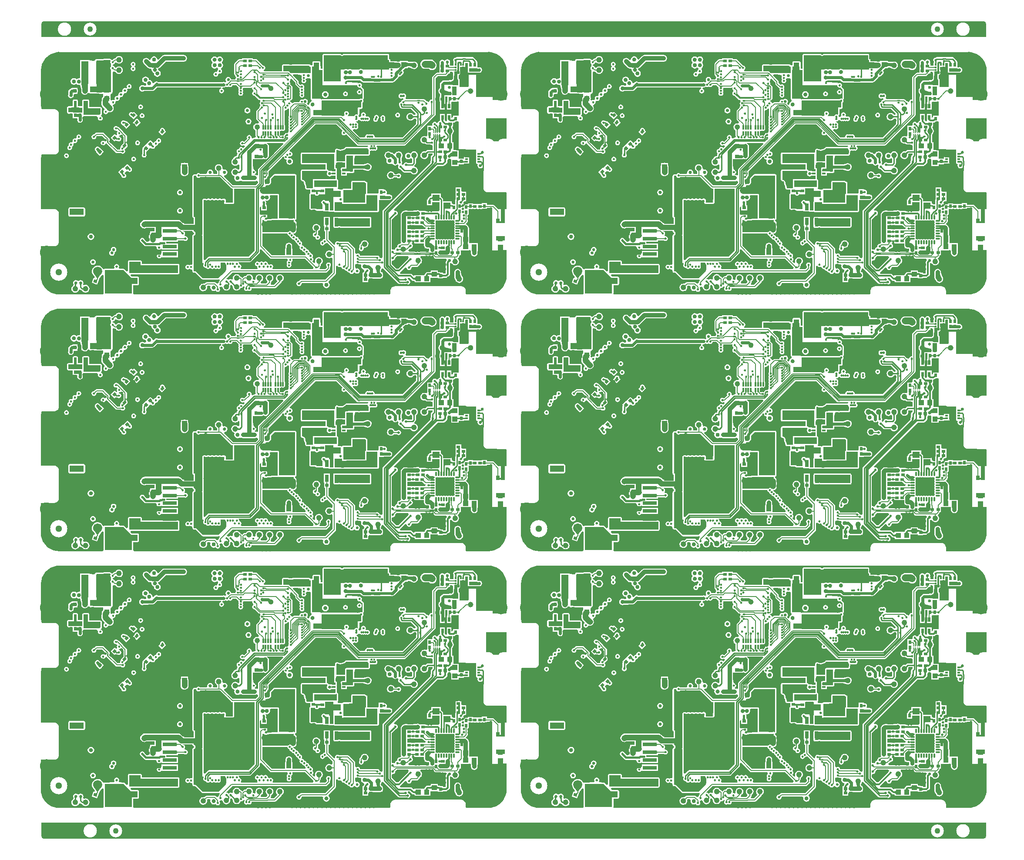
<source format=gbl>
*
%FSLAX35Y35*%
%MOMM*%
G04 A1 - construct+26_inc_2.756 *
%AMA1gbl*
4,1,4,
-0.035560,0.438115,
0.438115,-0.035560,
0.035560,-0.438115,
-0.438115,0.035560,
-0.035560,0.438115,
0.0000*
%
G04 A2 - construct+27_inc_0.984 *
%AMA2gbl*
4,1,4,
3.012235,3.012235,
3.012235,-3.012235,
-3.012235,-3.012235,
-3.012235,3.012235,
3.012235,3.012235,
0.0000*
%
G04 A3 - construct+28_inc_2.756 *
%AMA3gbl*
4,1,4,
0.035560,0.438115,
0.438115,0.035560,
-0.035560,-0.438115,
-0.438115,-0.035560,
0.035560,0.438115,
0.0000*
%
G04 A4 - construct+28_inc_1.191 *
%AMA4gbl*
4,1,4,
0.035560,0.410010,
0.410010,0.035560,
-0.035560,-0.410010,
-0.410010,-0.035560,
0.035560,0.410010,
0.0000*
%
G04 A5 - construct+29_inc_2.756 *
%AMA5gbl*
4,1,4,
-0.216383,0.382667,
0.413255,0.152935,
0.216383,-0.382667,
-0.413255,-0.152935,
-0.216383,0.382667,
0.0000*
%
G04 A6 - construct+7_inc_4.922 *
%AMA6gbl*
4,1,4,
0.035305,0.477275,
0.477275,0.035305,
-0.035305,-0.477275,
-0.477275,-0.035305,
0.035305,0.477275,
0.0000*
%
%ADD10R,1.224890X0.875132*%
%ADD11R,0.570128X0.669950*%
%ADD12R,0.570382X0.670250*%
%ADD13R,0.570407X0.670250*%
%ADD14R,0.669950X0.570128*%
%ADD15R,0.714960X0.615137*%
%ADD16R,0.670250X0.570382*%
%ADD17R,0.640250X0.540385*%
%ADD18R,1.324965X4.425035*%
%ADD19R,1.369975X4.470045*%
%ADD20R,4.425035X1.324965*%
%ADD21R,4.470045X1.369975*%
%ADD22O,0.384785X0.867385*%
%ADD23A1gbl*%
%ADD24R,1.924913X1.125067*%
%ADD25R,1.975130X1.175385*%
%ADD26O,0.375000X2.025000*%
%ADD27O,3.025000X0.375000*%
%ADD28A2gbl*%
%ADD29R,0.619912X0.319937*%
%ADD30R,1.025000X1.725015*%
%ADD31O,0.880085X0.329920*%
%ADD32O,0.880365X0.330097*%
%ADD33O,0.329920X0.880085*%
%ADD34R,0.825093X1.125067*%
%ADD35R,2.025000X1.125067*%
%ADD36R,0.345085X0.319937*%
%ADD37R,0.345365X0.320115*%
%ADD38R,0.319937X0.345085*%
%ADD39R,0.290120X0.315368*%
%ADD40R,0.470052X0.969925*%
%ADD41R,1.669947X0.870103*%
%ADD42R,0.720000X0.870103*%
%ADD43R,0.825093X0.425043*%
%ADD44R,0.470052X0.770027*%
%ADD45R,2.770000X0.770027*%
%ADD46A3gbl*%
%ADD47A4gbl*%
%ADD48A5gbl*%
%ADD49R,0.720000X0.310032*%
%ADD50R,0.825093X1.425043*%
%ADD51R,1.515060X1.314908*%
%ADD52R,1.470050X1.269897*%
%ADD53R,0.705000X1.340000*%
%ADD54R,0.269900X0.600100*%
%ADD55O,1.525117X0.375000*%
%ADD56O,0.375000X3.025000*%
%ADD57O,0.924915X0.375000*%
%ADD58O,0.375000X0.825093*%
%ADD59O,0.825093X0.375000*%
%ADD60O,0.375000X1.674978*%
%ADD61O,1.425043X0.375000*%
%ADD62O,0.375000X1.525117*%
%ADD63R,1.066393X1.599793*%
%ADD64R,0.533000X1.599793*%
%ADD65R,0.589205X1.376605*%
%ADD66R,1.803000X1.193392*%
%ADD67R,1.904592X1.117192*%
%ADD68R,1.468730X2.031592*%
%ADD69R,1.523592X1.218792*%
%ADD70R,2.742792X1.295000*%
%ADD71R,1.472792X1.041000*%
%ADD72C,0.431000*%
%ADD73C,0.558000*%
%ADD74C,0.550620*%
%ADD75C,0.555625*%
%ADD76C,0.202388*%
%ADD77C,0.200000*%
%ADD78C,0.192500*%
%ADD79C,0.195000*%
%ADD80C,0.187630*%
%ADD81C,0.197500*%
%ADD82C,0.200128*%
%ADD83C,0.192632*%
%ADD84C,0.812000*%
%ADD85C,0.804620*%
%ADD86C,0.809625*%
%ADD87C,0.802250*%
%ADD88C,0.253250*%
%ADD89C,0.243382*%
%ADD90C,0.233500*%
%ADD91C,0.241000*%
%ADD92C,0.248387*%
%ADD93C,0.250875*%
%ADD94C,0.238632*%
%ADD95C,0.243500*%
%ADD96C,0.236000*%
%ADD97C,0.238500*%
%ADD98C,0.248500*%
%ADD99C,0.246000*%
%ADD100C,0.251000*%
%ADD101C,0.245872*%
%ADD102C,0.177000*%
%ADD103C,0.172135*%
%ADD104C,0.167132*%
%ADD105C,0.159750*%
%ADD106C,0.162250*%
%ADD107C,0.174625*%
%ADD108C,0.169620*%
%ADD109C,0.174750*%
%ADD110C,0.169750*%
%ADD111C,0.304000*%
%ADD112C,0.301750*%
%ADD113C,0.294250*%
%ADD114C,0.299135*%
%ADD115C,0.294132*%
%ADD116C,1.066000*%
%ADD117C,1.063625*%
%ADD118C,1.046250*%
%ADD119C,0.354750*%
%ADD120C,0.344880*%
%ADD121C,0.337500*%
%ADD122C,0.347370*%
%ADD123C,1.315135*%
%ADD124C,1.320000*%
%ADD125C,0.428625*%
%ADD126C,0.423620*%
%ADD127C,0.548133*%
%ADD128C,0.553135*%
%ADD129C,0.553250*%
%ADD130C,0.550750*%
%ADD131C,0.182625*%
%ADD132C,0.190120*%
%ADD133C,0.195122*%
%ADD134C,0.185115*%
%ADD135C,0.197637*%
%ADD136C,0.809750*%
%ADD137C,0.802133*%
%ADD138C,0.241122*%
%ADD139C,0.236118*%
%ADD140C,0.164750*%
%ADD141C,0.172250*%
%ADD142C,0.157250*%
%ADD143C,0.159868*%
%ADD144C,0.167250*%
%ADD145C,0.169875*%
%ADD146C,0.296620*%
%ADD147C,0.301625*%
%ADD148C,1.056132*%
%ADD149C,1.056250*%
%ADD150C,1.061135*%
%ADD151C,1.058620*%
%ADD152C,1.063750*%
%ADD153C,0.349885*%
%ADD154C,0.342500*%
%ADD155C,0.340000*%
%ADD156C,0.347500*%
%ADD157C,0.797250*%
%ADD158C,0.807250*%
%ADD159C,0.248750*%
%ADD160C,0.299500*%
%ADD161C,1.310250*%
%ADD162C,0.426250*%
%ADD163C,0.416250*%
%ADD164C,0.538250*%
%ADD165C,0.548250*%
%ADD166C,0.792250*%
%ADD167C,0.289250*%
%ADD168C,0.299250*%
%ADD169C,1.051250*%
%ADD170C,0.335000*%
%ADD171C,0.345000*%
%ADD172C,0.211750*%
%ADD173C,0.274000*%
%ADD174C,0.277750*%
%ADD175C,0.091250*%
%ADD176C,0.098750*%
%ADD177C,0.096250*%
%ADD178C,0.095000*%
%ADD179C,0.097500*%
%ADD180C,0.093750*%
%ADD181C,0.100000*%
%ADD182C,0.401000*%
%ADD183C,0.402250*%
%ADD184C,0.122885*%
%ADD185C,0.121615*%
%ADD186C,0.116750*%
%ADD187C,0.118000*%
%ADD188C,0.124130*%
%ADD189C,0.125375*%
%ADD190C,0.123000*%
%ADD191C,0.121750*%
%ADD192C,0.119250*%
%ADD193C,0.120500*%
%ADD194C,0.083500*%
%ADD195C,0.086000*%
%ADD196C,0.082373*%
%ADD197C,0.084750*%
%ADD198C,0.078612*%
%ADD199C,0.087250*%
%ADD200C,0.079882*%
%ADD201C,0.081127*%
%ADD202C,0.084887*%
%ADD203C,0.083617*%
%ADD204C,0.149500*%
%ADD205C,0.148250*%
%ADD206C,0.174880*%
%ADD207C,0.168750*%
%ADD208C,0.170000*%
%ADD209C,0.200202*%
%ADD210R,0.625145X0.724967*%
%ADD211R,1.425000X4.525060*%
%ADD212R,1.024940X1.024940*%
%ADD213R,0.525070X0.825043*%
%ADD214C,1.125000*%
%ADD215R,0.499110X0.524500*%
%ADD216R,0.400100X0.374955*%
%ADD217R,0.374955X0.400100*%
%ADD218R,0.724967X0.625145*%
%ADD219A6gbl*%
%ADD220O,0.429820X0.912420*%
%ADD221R,4.525060X1.425000*%
%ADD222R,0.775000X0.365050*%
%ADD223R,6.245860X6.245860*%
%ADD224R,2.125000X1.225092*%
%ADD225R,0.760000X1.395000*%
%ADD226O,1.525068X0.475000*%
%ADD227R,2.825040X0.825043*%
%ADD228R,1.324915X0.975157*%
%ADD229R,1.525068X1.324915*%
%ADD230O,1.625142X0.475000*%
%ADD231R,0.828345X0.928168*%
%ADD232R,1.328218X2.028250*%
%ADD233R,0.674930X0.374955*%
%ADD234C,0.325250*%
%ADD235C,0.330000*%
%ADD236C,0.327635*%
%ADD237C,0.317750*%
%ADD238C,1.959610*%
%ADD239C,0.294000*%
%ADD240C,0.548000*%
%ADD241R,0.954813X1.666000*%
%ADD242C,0.050000*%
%ADD243C,0.025400*%
%ADD244C,0.050800*%
%ADD245C,3.350000*%
%ADD246C,0.060000*%
%ADD247C,2.500000*%
%ADD248C,1.289887*%
%ADD249C,1.090000*%
%IPPOS*%
%LN6e160885h0.gbl*%
%LPD*%
G75*
G36*
X08509610Y04992762D02*
Y05051944D01*
X08560409Y05047626D01*
Y04996826D01*
X08509610Y04992762D01*
G37*
G36*
X08409280Y04996826D02*
Y05047626D01*
X08420710Y05048642D01*
Y05051944D01*
X08440522Y05050420D01*
X08460080Y05051944D01*
Y05048642D01*
X08471510Y05047626D01*
Y04996826D01*
X08460080Y04996064D01*
Y04992762D01*
X08440268Y04994286D01*
X08420710Y04992762D01*
Y04996064D01*
X08409280Y04996826D01*
G37*
G36*
X08464652Y05151766D02*
X08474811Y05172340D01*
X08495132D01*
X08505038Y05151766D01*
X08464652D01*
G37*
G36*
X08383880D02*
X08385912Y05164212D01*
X08406232D01*
X08408009Y05151766D01*
X08383880D01*
G37*
G36*
X08335365Y04602364D02*
Y04617604D01*
X08352384Y04625224D01*
Y04594744D01*
X08335365Y04602364D01*
G37*
G36*
X08288630Y05180468D02*
Y05208916D01*
X08303869Y05204852D01*
Y05184532D01*
X08288630Y05180468D01*
G37*
G36*
X08260944Y01622436D02*
X08263230Y01648852D01*
X08260944Y01675268D01*
X08265515D01*
X08267547Y01698636D01*
X08343748D01*
X08345780Y01675268D01*
X08350351D01*
X08348066Y01648852D01*
X08350351Y01622436D01*
X08345780D01*
X08343748Y01599068D01*
X08267547D01*
X08265515Y01622436D01*
X08260944D01*
G37*
G36*
Y01764676D02*
X08267547Y01834272D01*
X08343748D01*
X08350351Y01764676D01*
X08260944D01*
G37*
G36*
X08245449Y05135510D02*
X08247481Y05155830D01*
X08267802Y05155576D01*
X08269834Y05135510D01*
X08245449D01*
G37*
G36*
X08207858Y01951366D02*
X08215223Y01961526D01*
X08241893Y01956700D01*
X08228686Y01936126D01*
X08207858Y01951366D01*
G37*
G36*
X08179156Y01772296D02*
Y01795156D01*
X08198968Y01791346D01*
Y01776106D01*
X08179156Y01772296D01*
G37*
G36*
X08194395Y01974734D02*
X08212175Y01992768D01*
X08216748Y01988196D01*
X08214207Y01962796D01*
X08194395Y01974734D01*
G37*
G36*
X08171028Y02119768D02*
X08199476Y02119260D01*
X08197698Y02105544D01*
X08172297Y02106306D01*
X08171028Y02119768D01*
G37*
G36*
Y02148216D02*
X08172297Y02161678D01*
X08180933Y02161932D01*
X08172297Y02162186D01*
X08171028Y02175648D01*
X08199476Y02175140D01*
X08197951Y02161932D01*
X08199476Y02148724D01*
X08171028Y02148216D01*
G37*
G36*
X08164170Y04479174D02*
X08180426Y04486286D01*
X08191348Y04475364D01*
X08184236Y04459108D01*
X08164170Y04479174D01*
G37*
G36*
X08140294Y01439048D02*
X08170520D01*
X08162899Y01423554D01*
X08147660D01*
X08140294Y01439048D01*
G37*
G36*
Y01487816D02*
X08147914Y01503310D01*
X08163154D01*
X08170520Y01487816D01*
X08140294D01*
G37*
G36*
X08160360Y02242196D02*
X08209890D01*
X08197951Y02217050D01*
X08199476Y02204604D01*
X08171028Y02204096D01*
X08172297Y02217050D01*
X08160360Y02242196D01*
G37*
G36*
X08155534Y02534296D02*
X08164678Y02553092D01*
X08155534Y02571888D01*
X08191601Y02571634D01*
X08186268Y02553092D01*
X08191601Y02534550D01*
X08155534Y02534296D01*
G37*
G36*
Y02620656D02*
X08163915Y02638182D01*
X08155534Y02655708D01*
X08191601Y02655454D01*
X08186775Y02638182D01*
X08191601Y02620910D01*
X08155534Y02620656D01*
G37*
G36*
X08132928Y04451234D02*
Y04466474D01*
X08149437Y04473078D01*
Y04444630D01*
X08132928Y04451234D01*
G37*
G36*
X08112862Y04443614D02*
Y04474094D01*
X08128609Y04466474D01*
Y04451234D01*
X08112862Y04443614D01*
G37*
G36*
X08081112Y01336432D02*
X08088477Y01353958D01*
X08103718Y01354974D01*
X08111592Y01338718D01*
X08081112Y01336432D01*
G37*
G36*
X08068157Y04814708D02*
X08082128Y04865508D01*
X08132928D01*
X08135722Y04859666D01*
X08142072D01*
X08140294Y04850268D01*
X08157311Y04814708D01*
X08133943D01*
X08132928Y04808866D01*
X08082128D01*
Y04814708D01*
X08068157D01*
G37*
G36*
X08139532Y04989968D02*
X08144866Y05044832D01*
X08170265D01*
X08175600Y04989968D01*
X08139532D01*
G37*
G36*
X08082128Y04959742D02*
X08132928D01*
X08142072Y04909196D01*
X08082635D01*
X08082128Y04959742D01*
G37*
G36*
X08095335Y05135510D02*
X08097368Y05155830D01*
X08117688Y05155576D01*
X08119719Y05135510D01*
X08095335D01*
G37*
G36*
X08081366Y05015622D02*
Y05028322D01*
X08094065Y05034164D01*
Y05009780D01*
X08081366Y05015622D01*
G37*
G36*
Y05065660D02*
Y05078360D01*
X08094065Y05084202D01*
Y05059818D01*
X08081366Y05065660D01*
G37*
G36*
X08093303Y05199264D02*
X08121751D01*
X08117688Y05184024D01*
X08097368D01*
X08093303Y05199264D01*
G37*
G36*
X08110830Y05233808D02*
X08121498Y05241936D01*
X08135722Y05227712D01*
X08127593Y05216790D01*
X08110830Y05233808D01*
G37*
G36*
X08048600Y04451234D02*
Y04466474D01*
X08064094Y04474094D01*
Y04443614D01*
X08048600Y04451234D01*
G37*
G36*
X08031836Y01439048D02*
X08057236D01*
X08050886Y01426094D01*
X08038185D01*
X08031836Y01439048D01*
G37*
G36*
Y01487816D02*
X08038185Y01500770D01*
X08050886D01*
X08057236Y01487816D01*
X08031836D01*
G37*
G36*
X08021422Y04443614D02*
Y04474094D01*
X08037169Y04466474D01*
Y04451234D01*
X08021422Y04443614D01*
G37*
G36*
X08017865Y01633866D02*
X08040726D01*
X08035646Y01615578D01*
X08022946D01*
X08017865Y01633866D01*
G37*
G36*
X08017358Y04793372D02*
X08068157Y04814708D01*
Y04725300D01*
X08017358Y04742572D01*
Y04793372D01*
G37*
G36*
X07977480Y05009272D02*
X07977733Y05028830D01*
X07990434Y05028322D01*
Y05015622D01*
X07977480Y05009272D01*
G37*
G36*
Y05084710D02*
X07990434Y05078360D01*
Y05065660D01*
X07977733Y05070486D01*
X07977480Y05084710D01*
G37*
G36*
X07968082Y04365382D02*
X07975702Y04380622D01*
X07990942D01*
X07998562Y04365382D01*
X07968082D01*
G37*
G36*
X07972399Y04429136D02*
X07998562Y04429390D01*
X07990942Y04413896D01*
X07975702D01*
X07972399Y04429136D01*
G37*
G36*
X07939126Y01217560D02*
X07973416D01*
X07973161Y01187080D01*
X07942681D01*
X07939126Y01217560D01*
G37*
G36*
Y01252104D02*
X07942681Y01279282D01*
X07964272D01*
X07950302Y01293506D01*
X07961477Y01310778D01*
X07989163Y01283092D01*
X07973161Y01272678D01*
X07973416Y01252104D01*
X07939126D01*
G37*
G36*
X07930997Y04979808D02*
X07956398D01*
X07950047Y04966854D01*
X07937348D01*
X07930997Y04979808D01*
G37*
G36*
X07936839Y01581796D02*
X07965034Y01600084D01*
X07988401Y01587384D01*
X07990942Y01582050D01*
X07936839Y01581796D01*
G37*
G36*
X07928712Y05155068D02*
X07967828Y05153798D01*
X07955128Y05131192D01*
X07960715Y05119508D01*
X07935316D01*
X07941158Y05131446D01*
X07928712Y05155068D01*
G37*
G36*
X07840066Y01044332D02*
X07870800Y01029092D01*
Y00998612D01*
X07840320Y00988452D01*
X07840066Y01044332D01*
G37*
G36*
X07818476Y05028830D02*
X07820254Y05049658D01*
X07818476Y05070486D01*
X07822032D01*
X07822793Y05079630D01*
X07873594D01*
X07874356Y05070486D01*
X07877911D01*
X07876134Y05049658D01*
X07877911Y05028830D01*
X07874356D01*
X07873594Y05019686D01*
X07822793D01*
X07822032Y05028830D01*
X07818476D01*
G37*
G36*
Y05120016D02*
X07822793Y05165990D01*
X07873594D01*
X07877911Y05120016D01*
X07818476D01*
G37*
G36*
X07806030Y01544712D02*
Y01570112D01*
X07808824Y01571382D01*
Y01571636D01*
X07809331D01*
X07831430Y01582050D01*
Y01532774D01*
X07809331Y01543188D01*
X07808824D01*
Y01543442D01*
X07806030Y01544712D01*
G37*
G36*
X07742275Y01424570D02*
X07754721Y01447430D01*
X07764120Y01429396D01*
X07760056Y01415426D01*
X07742275Y01424570D01*
G37*
G36*
X07739481Y01014868D02*
Y01075828D01*
X07769961Y01060588D01*
Y01030108D01*
X07739481Y01014868D01*
G37*
G36*
X07692999Y01444382D02*
Y01457082D01*
X07705954Y01463432D01*
Y01438032D01*
X07692999Y01444382D01*
G37*
G36*
X07705699Y01583828D02*
X07716621Y01609228D01*
X07742022D01*
X07754721Y01583574D01*
X07705699Y01583828D01*
G37*
G36*
X08067904Y02183522D02*
X08071714Y02203588D01*
X08086954D01*
X08090764Y02183522D01*
X08067904D01*
G37*
G36*
X08088477Y02217812D02*
Y02233052D01*
X08097876Y02234322D01*
Y02216542D01*
X08088477Y02217812D01*
G37*
G36*
X08017865Y02183522D02*
X08019136Y02205874D01*
X08039456D01*
X08040726Y02183522D01*
X08017865D01*
G37*
G36*
X08038185Y02370212D02*
X08051394Y02385706D01*
X08064094Y02375038D01*
X08052664Y02353702D01*
X08038185Y02370212D01*
G37*
G36*
X08009483Y02358274D02*
Y02398914D01*
X08030057Y02388754D01*
Y02368434D01*
X08009483Y02358274D01*
G37*
G36*
X07964780Y02222384D02*
X07992973Y02224162D01*
X07991957Y02210700D01*
X07966557Y02208668D01*
X07964780Y02222384D01*
G37*
G36*
X07918298Y02251340D02*
X07946237Y02246260D01*
X07943697Y02232798D01*
X07918298Y02238894D01*
Y02251340D01*
G37*
G36*
X07867752Y02183522D02*
X07869021Y02205874D01*
X07889342D01*
X07890866Y02183522D01*
X07867752D01*
G37*
G36*
X07869021Y02300108D02*
X07870291Y02320428D01*
X07899501Y02320936D01*
X07889342Y02300108D01*
X07869021D01*
G37*
G36*
X07817713Y02183522D02*
X07819238Y02205874D01*
X07839557D01*
X07840828Y02183522D01*
X07817713D01*
G37*
G36*
X07652360Y03693552D02*
X07666076Y03701426D01*
X07680300Y03687202D01*
X07672426Y03673486D01*
X07652360Y03693552D01*
G37*
G36*
X07667600Y03857382D02*
X07683094Y03863478D01*
X07697825Y03847222D01*
X07678776Y03835792D01*
X07667600Y03857382D01*
G37*
G36*
X07629754Y04385194D02*
X07658202D01*
X07651598Y04368684D01*
X07636358D01*
X07629754Y04385194D01*
G37*
G36*
X07619848Y03594492D02*
Y03614812D01*
X07635087Y03618876D01*
Y03590428D01*
X07619848Y03594492D01*
G37*
G36*
X07619593Y01030108D02*
Y01060588D01*
X07650581Y01075828D01*
Y01014868D01*
X07619593Y01030108D01*
G37*
G36*
X07609433Y01776106D02*
Y01791346D01*
X07629500Y01795156D01*
Y01772296D01*
X07609433Y01776106D01*
G37*
G36*
Y01826144D02*
Y01841384D01*
X07629500Y01845194D01*
Y01822334D01*
X07609433Y01826144D01*
G37*
G36*
Y01876182D02*
Y01891422D01*
X07629500Y01895232D01*
Y01872118D01*
X07609433Y01876182D01*
G37*
G36*
X07597749Y01919108D02*
Y01947556D01*
X07612482Y01941714D01*
X07629500Y01945270D01*
Y01922156D01*
X07612735Y01925204D01*
X07597749Y01919108D01*
G37*
G36*
X07609433Y01976004D02*
Y01991244D01*
X07629500Y01995308D01*
Y01972194D01*
X07609433Y01976004D01*
G37*
G36*
Y02026042D02*
Y02041282D01*
X07629500Y02045092D01*
Y02022232D01*
X07609433Y02026042D01*
G37*
G36*
X07581239Y03748416D02*
X07630770D01*
X07619848Y03725810D01*
X07620102Y03723270D01*
X07618832D01*
X07618577Y03723016D01*
X07593178D01*
Y03723270D01*
X07591654D01*
X07591907Y03725810D01*
X07581239Y03748416D01*
G37*
G36*
X07630262Y03851032D02*
Y03881512D01*
X07646010Y03873892D01*
Y03858652D01*
X07630262Y03851032D01*
G37*
G36*
X07525360Y04373002D02*
X07536028Y04383924D01*
X07552283Y04376812D01*
X07532218Y04356746D01*
X07525360Y04373002D01*
G37*
G36*
X07517994Y03613288D02*
X07546696Y03641990D01*
X07556094Y03618114D01*
X07541870Y03603890D01*
X07517994Y03613288D01*
G37*
G36*
Y03406786D02*
X07541870Y03416184D01*
X07556094Y03401706D01*
X07546696Y03377830D01*
X07517994Y03406786D01*
G37*
G36*
X07517232Y01000136D02*
X07532472Y01030362D01*
X07562952D01*
X07577937Y01000136D01*
X07517232D01*
G37*
G36*
X07479639Y04214252D02*
X07520279D01*
X07510119Y04190630D01*
X07489799D01*
X07479639Y04214252D01*
G37*
G36*
X07406234Y04047374D02*
X07434681D01*
X07430618Y04032134D01*
X07410298D01*
X07406234Y04047374D01*
G37*
G36*
Y04076330D02*
X07410298Y04091570D01*
X07430618D01*
X07434681Y04076330D01*
X07406234D01*
G37*
G36*
X07374738Y01260232D02*
X07395058Y01262264D01*
X07392518Y01250072D01*
X07377278D01*
X07374738Y01260232D01*
G37*
G36*
X07360513Y04095634D02*
X07388961D01*
X07384898Y04080394D01*
X07364578D01*
X07360513Y04095634D01*
G37*
G36*
Y04124590D02*
X07364578Y04139830D01*
X07384898D01*
X07388961Y04124590D01*
X07360513D01*
G37*
G36*
X07345019Y04099952D02*
Y04120272D01*
X07360259Y04124336D01*
Y04095888D01*
X07345019Y04099952D01*
G37*
G36*
X07307427Y00940192D02*
Y00970672D01*
X07338162Y00985912D01*
Y00924952D01*
X07307427Y00940192D01*
G37*
G36*
X07275678Y04130432D02*
X07299299Y04120272D01*
Y04099952D01*
X07275678Y04089792D01*
Y04130432D01*
G37*
G36*
X07199986Y05101474D02*
X07222592Y05152274D01*
X07276694Y05154306D01*
X07263231Y05076074D01*
X07199986Y05101474D01*
G37*
G36*
X07202271Y01191652D02*
X07218781Y01198764D01*
X07229450Y01187842D01*
X07222338Y01171586D01*
X07202271Y01191652D01*
G37*
G36*
X07203796Y01325510D02*
X07212178Y01336178D01*
X07232244Y01316112D01*
X07221830Y01307730D01*
X07203796Y01325510D01*
G37*
G36*
X07148931Y05082170D02*
Y05171578D01*
X07199732Y05152274D01*
Y05101474D01*
X07148931Y05082170D01*
G37*
G36*
X07145121Y00879232D02*
Y00899552D01*
X07162902Y00905394D01*
Y00873390D01*
X07145121Y00879232D01*
G37*
G36*
X07120991Y04327536D02*
Y04355984D01*
X07136231Y04351920D01*
Y04331600D01*
X07120991Y04327536D01*
G37*
G36*
X07101941Y00930032D02*
Y00950352D01*
X07119722Y00956194D01*
Y00924190D01*
X07101941Y00930032D01*
G37*
G36*
X07093052Y04412372D02*
X07109561Y04419484D01*
X07120230Y04408562D01*
X07113118Y04392306D01*
X07093052Y04412372D01*
G37*
G36*
X07040981Y04331600D02*
X07063588D01*
X07062318Y04318646D01*
X07041997D01*
X07040981Y04331600D01*
G37*
G36*
X07462113Y01717178D02*
X07483704Y01728354D01*
X07499451Y01722512D01*
X07488275Y01700922D01*
X07462113Y01717178D01*
G37*
G36*
Y01806078D02*
X07483704Y01817254D01*
X07499451Y01811412D01*
X07488275Y01789822D01*
X07462113Y01806078D01*
G37*
G36*
X07488275Y01868562D02*
X07488784Y01895232D01*
X07504024Y01891422D01*
Y01876182D01*
X07488275Y01868562D01*
G37*
G36*
X07314032Y01685174D02*
Y01700414D01*
X07329272Y01708034D01*
Y01677554D01*
X07314032Y01685174D01*
G37*
G36*
X07296505Y01797442D02*
X07314794Y01789822D01*
X07329272Y01796934D01*
Y01766454D01*
X07315048Y01773566D01*
X07297776Y01765438D01*
X07296505Y01797442D01*
G37*
G36*
Y01886342D02*
X07314794Y01878722D01*
X07329272Y01885834D01*
Y01855354D01*
X07315048Y01862466D01*
X07297776Y01854338D01*
X07296505Y01886342D01*
G37*
G36*
X07233513Y01677554D02*
Y01708034D01*
X07248753Y01700414D01*
Y01685174D01*
X07233513Y01677554D01*
G37*
G36*
Y01766454D02*
Y01796934D01*
X07247484Y01790076D01*
X07265009Y01797442D01*
X07263993Y01765438D01*
X07246976Y01773312D01*
X07233513Y01766454D01*
G37*
G36*
X07233260Y01855354D02*
Y01885834D01*
X07247484Y01878976D01*
X07265009Y01886342D01*
X07263993Y01854338D01*
X07246976Y01862212D01*
X07233260Y01855354D01*
G37*
G36*
X07199732Y01575954D02*
X07207097Y01595258D01*
X07229703Y01572652D01*
X07210400Y01565286D01*
X07199732Y01575954D01*
G37*
G36*
X07188556Y01668410D02*
X07219036D01*
X07211416Y01652916D01*
X07196176D01*
X07188556Y01668410D01*
G37*
G36*
X07462113Y02024010D02*
X07488275Y02040266D01*
X07499451Y02018676D01*
X07483704Y02012834D01*
X07462113Y02024010D01*
G37*
G36*
X07471765Y02113418D02*
X07500976Y02126626D01*
X07511897Y02105290D01*
X07493102Y02102496D01*
X07471765Y02113418D01*
G37*
G36*
X07501738Y02202572D02*
Y02250578D01*
X07527137Y02240672D01*
Y02215272D01*
X07501738Y02202572D01*
G37*
G36*
X07296505Y02064142D02*
X07314794Y02056522D01*
X07329272Y02063634D01*
Y02033154D01*
X07315048Y02040266D01*
X07297776Y02032138D01*
X07296505Y02064142D01*
G37*
G36*
X07326478Y02129674D02*
Y02144914D01*
X07341717Y02152534D01*
Y02122054D01*
X07326478Y02129674D01*
G37*
G36*
X07296505Y02153042D02*
X07315810Y02144914D01*
X07316318Y02129674D01*
X07297776Y02121038D01*
X07296505Y02153042D01*
G37*
G36*
X07233513Y02033154D02*
Y02063634D01*
X07247484Y02056776D01*
X07265009Y02064142D01*
X07263993Y02032138D01*
X07246976Y02040012D01*
X07233513Y02033154D01*
G37*
G36*
Y02122054D02*
Y02152534D01*
X07247484Y02145676D01*
X07265009Y02153042D01*
X07263993Y02121038D01*
X07246976Y02128912D01*
X07233513Y02122054D01*
G37*
G36*
X07137501Y01514740D02*
Y01545220D01*
X07154520Y01537600D01*
Y01522360D01*
X07137501Y01514740D01*
G37*
G36*
X07024726Y01526932D02*
X07040219Y01534806D01*
X07046823Y01504834D01*
X07028282Y01511692D01*
X07024726Y01526932D01*
G37*
G36*
X07021931Y01608212D02*
X07041235Y01615578D01*
X07052158Y01604910D01*
X07044538Y01585606D01*
X07021931Y01608212D01*
G37*
G36*
X06995008Y01503310D02*
Y01535314D01*
X07013804Y01526932D01*
Y01511692D01*
X06995008Y01503310D01*
G37*
G36*
X06884771Y01382152D02*
X06904075Y01389518D01*
X06914998Y01378850D01*
X06907378Y01359546D01*
X06884771Y01382152D01*
G37*
G36*
X06883248Y01453272D02*
X06904838Y01474862D01*
X06911696Y01455304D01*
X06902805Y01446414D01*
X06883248Y01453272D01*
G37*
G36*
X08600288Y03183266D02*
X08608416Y03190886D01*
X08622640Y03176662D01*
X08615020Y03168534D01*
X08600288Y03183266D01*
G37*
G36*
X08585047Y03375290D02*
Y03399674D01*
X08596478Y03396372D01*
X08601304Y03408818D01*
X08622385Y03389260D01*
X08605876Y03382148D01*
X08600288Y03387736D01*
Y03379862D01*
X08585047Y03375290D01*
G37*
G36*
Y03225430D02*
Y03249814D01*
X08604098Y03247782D01*
Y03227462D01*
X08585047Y03225430D01*
G37*
G36*
X08275167Y03227462D02*
Y03247782D01*
X08295488Y03249814D01*
Y03225430D01*
X08275167Y03227462D01*
G37*
G36*
X08243671Y03217302D02*
Y03257942D01*
X08264246Y03247782D01*
Y03227462D01*
X08243671Y03217302D01*
G37*
G36*
X08211922Y02466732D02*
X08231480Y02474098D01*
X08242148Y02463430D01*
X08234528Y02444126D01*
X08211922Y02466732D01*
G37*
G36*
X08231734Y02474352D02*
X08232241Y02485274D01*
X08274660Y02485528D01*
X08253069Y02474352D01*
X08231734D01*
G37*
G36*
X08246465Y02534296D02*
X08254085Y02549790D01*
X08269325D01*
X08276945Y02534296D01*
X08246465D01*
G37*
G36*
Y02571888D02*
X08276945D01*
X08269325Y02556394D01*
X08254085D01*
X08246465Y02571888D01*
G37*
G36*
X08174330Y03227462D02*
Y03247782D01*
X08194903Y03257942D01*
Y03217302D01*
X08174330Y03227462D01*
G37*
G36*
X08139278Y03217302D02*
Y03257942D01*
X08159852Y03247782D01*
Y03227462D01*
X08139278Y03217302D01*
G37*
G36*
X08060029Y04050676D02*
X08081874Y04079124D01*
X08104987Y04045850D01*
X08078318Y04025784D01*
X08060029Y04050676D01*
G37*
G36*
X07970367Y03496448D02*
X08031327D01*
X08016088Y03465968D01*
X07985608D01*
X07970367Y03496448D01*
G37*
G36*
Y03585602D02*
X07985608Y03616336D01*
X08016088D01*
X08031327Y03585602D01*
X07970367D01*
G37*
G36*
Y03789818D02*
X08031327Y03790834D01*
X08016088Y03752226D01*
X07985608Y03751718D01*
X07970367Y03789818D01*
G37*
G36*
Y03870336D02*
X07985608Y03908436D01*
X08016088Y03907674D01*
X08031327Y03869066D01*
X07970367Y03870336D01*
G37*
G36*
X07975956Y03943234D02*
X08031327Y03943488D01*
X08016088Y03912754D01*
X07985608D01*
X07975956Y03943234D01*
G37*
G36*
X07939633Y03399674D02*
Y03448950D01*
X07970113Y03439552D01*
Y03409072D01*
X07939633Y03399674D01*
G37*
G36*
X07877657Y03303154D02*
X07937093D01*
X07922616Y03272674D01*
X07892136D01*
X07877657Y03303154D01*
G37*
G36*
Y03352430D02*
X07889087Y03376814D01*
X07880198Y03399674D01*
X07937855Y03399928D01*
X07925918Y03375798D01*
X07937093Y03352430D01*
X07877657D01*
G37*
G36*
X07791552Y03274706D02*
X07795362Y03286644D01*
X07787233Y03303408D01*
X07827619D01*
X07819491Y03286644D01*
X07823301Y03274706D01*
X07791552D01*
G37*
G36*
X07785964Y03585856D02*
X07793329Y03606430D01*
X07782407Y03628528D01*
X07833208D01*
X07822793Y03606938D01*
X07833208Y03585602D01*
X07785964Y03585856D01*
G37*
G36*
X07945476Y03955132D02*
Y03985612D01*
X07975956Y03995010D01*
Y03945734D01*
X07945476Y03955132D01*
G37*
G36*
X07963764Y04050930D02*
X08002879Y04067186D01*
X08015580Y04047120D01*
X07993989Y04025784D01*
X07963764Y04050930D01*
G37*
G36*
X07760056Y03414152D02*
Y03434472D01*
X07780629Y03444632D01*
Y03403992D01*
X07760056Y03414152D01*
G37*
G36*
X07780375Y03677550D02*
Y03698632D01*
X07805776D01*
X07814157Y03677296D01*
X07780375Y03677550D01*
G37*
G36*
Y03889894D02*
X07818476Y03890148D01*
X07805776Y03864494D01*
X07780375D01*
Y03889894D01*
G37*
G36*
Y03939170D02*
X07794854Y03969650D01*
X07825334D01*
X07839557Y03939170D01*
X07780375D01*
G37*
G36*
X07833716Y04050930D02*
X07873085D01*
X07868514Y04022736D01*
X07838034D01*
X07833716Y04050930D01*
G37*
G36*
X07700112Y03881512D02*
X07720178Y03901578D01*
X07728305Y03887862D01*
X07713827Y03873638D01*
X07700112Y03881512D01*
G37*
G36*
X07702651Y03945012D02*
X07722718Y03965078D01*
X07730845Y03951362D01*
X07716368Y03937138D01*
X07702651Y03945012D01*
G37*
G36*
X07641946Y03200030D02*
X07646772Y03214000D01*
X07676744Y03209428D01*
X07659471Y03189108D01*
X07641946Y03200030D01*
G37*
G36*
X07648296Y03244988D02*
X07654138Y03263022D01*
X07674458D01*
X07680300Y03244988D01*
X07648296D01*
G37*
G36*
X07639913Y02514484D02*
Y02534804D01*
X07660741Y02544964D01*
Y02504324D01*
X07639913Y02514484D01*
G37*
G36*
X07582002Y02475368D02*
X07592162Y02495688D01*
X07612482D01*
X07622387Y02475368D01*
X07582002D01*
G37*
G36*
X06904330Y02215018D02*
X06912965Y02229242D01*
X06938874Y02210446D01*
X06925919Y02200540D01*
X06904330Y02215018D01*
G37*
G36*
X06684366Y02513722D02*
Y02572904D01*
X06735165Y02568840D01*
Y02517786D01*
X06684366Y02513722D01*
G37*
G36*
X06684112Y02626244D02*
Y02656724D01*
X06697320Y02650374D01*
X06711289Y02655708D01*
Y02627260D01*
X06697320Y02632848D01*
X06684112Y02626244D01*
G37*
G36*
X06650329Y01263534D02*
Y01278774D01*
X06666840Y01285378D01*
Y01256930D01*
X06650329Y01263534D01*
G37*
G36*
X06645503Y04900052D02*
X06649567Y04915292D01*
X06669888D01*
X06673952Y04900052D01*
X06645503D01*
G37*
G36*
X06560414Y01139328D02*
X06639662D01*
X06625438Y01076082D01*
X06574637D01*
X06560414Y01139328D01*
G37*
G36*
X06604609Y01313572D02*
X06607150Y01328812D01*
X06624422Y01334400D01*
X06620103Y01306206D01*
X06604609Y01313572D01*
G37*
G36*
X06554317Y01363610D02*
X06557111Y01378850D01*
X06580479Y01380120D01*
X06567018Y01355990D01*
X06554317Y01363610D01*
G37*
G36*
X06426047Y01049412D02*
X06443827Y01100212D01*
X06494628D01*
X06485483Y01049412D01*
X06426047D01*
G37*
G36*
X06330290Y00960258D02*
X06340195Y00980324D01*
X06330290Y01000390D01*
X06381090D01*
X06371183Y00980324D01*
X06381090Y00960258D01*
X06330290D01*
G37*
G36*
Y01049158D02*
X06342990Y01074812D01*
X06368389D01*
X06381090Y01049158D01*
X06330290D01*
G37*
G36*
X06364071Y01102752D02*
X06372707Y01113420D01*
X06392774Y01093354D01*
X06382106Y01084972D01*
X06364071Y01102752D01*
G37*
G36*
X06363818Y01170316D02*
Y01223656D01*
X06387948Y01222386D01*
Y01171586D01*
X06363818Y01170316D01*
G37*
G36*
X06306160Y03104526D02*
Y03155326D01*
X06369405Y03169550D01*
Y03090302D01*
X06306160Y03104526D01*
G37*
G36*
X06210402Y01263026D02*
X06225133Y01286140D01*
X06237072Y01278774D01*
X06234024Y01263534D01*
X06210402Y01263026D01*
G37*
G36*
X06206337Y01323478D02*
X06225388Y01342274D01*
X06232246Y01327034D01*
X06221578Y01316366D01*
X06206337Y01323478D01*
G37*
G36*
X06202782Y01384184D02*
X06222848Y01404250D01*
X06229706Y01387994D01*
X06219038Y01377326D01*
X06202782Y01384184D01*
G37*
G36*
X06086958Y01116468D02*
X06103213Y01123580D01*
X06113881Y01112658D01*
X06107024Y01096402D01*
X06086958Y01116468D01*
G37*
G36*
X06036919Y01143646D02*
X06053176Y01150758D01*
X06064098Y01139836D01*
X06056986Y01123580D01*
X06036919Y01143646D01*
G37*
G36*
X05996279Y04845442D02*
Y04898782D01*
X06020156Y04897512D01*
Y04846712D01*
X05996279Y04845442D01*
G37*
G36*
X05986882Y01178444D02*
X06003138Y01185556D01*
X06013806Y01174888D01*
X06006947Y01158378D01*
X05986882Y01178444D01*
G37*
G36*
X05937352Y01209432D02*
X05953862Y01216544D01*
X05964530Y01205622D01*
X05957418Y01189366D01*
X05937352Y01209432D01*
G37*
G36*
X05936081Y01470544D02*
X05956148Y01490610D01*
X05963006Y01474354D01*
X05952338Y01463686D01*
X05936081Y01470544D01*
G37*
G36*
X05910427Y04061852D02*
X05919317Y04070742D01*
X05937097Y04064392D01*
X05916777Y04044326D01*
X05910427Y04061852D01*
G37*
G36*
X05825845Y01626500D02*
Y01654948D01*
X05842355Y01648344D01*
Y01633104D01*
X05825845Y01626500D01*
G37*
G36*
X05621884Y01212226D02*
X05650332D01*
X05643728Y01195716D01*
X05628488D01*
X05621884Y01212226D01*
G37*
G36*
X05542382Y02421266D02*
X05562448Y02441332D01*
X05567274Y02435490D01*
X05601056Y02418218D01*
X05570829Y02377070D01*
X05552542Y02412884D01*
X05542382Y02421266D01*
G37*
G36*
X05434686Y01252358D02*
X05465166D01*
X05457545Y01235340D01*
X05442306D01*
X05434686Y01252358D01*
G37*
G36*
X05408778Y01162950D02*
Y01189874D01*
X05424525Y01184032D01*
Y01168792D01*
X05408778Y01162950D01*
G37*
G36*
X05366360Y01192922D02*
X05377028Y01203844D01*
X05393284Y01196732D01*
X05373218Y01176666D01*
X05366360Y01192922D01*
G37*
G36*
X05461356Y02649612D02*
Y02675012D01*
X05486756Y02686950D01*
Y02637674D01*
X05461356Y02649612D01*
G37*
G36*
X05397093Y02633610D02*
X05398618Y02647072D01*
X05424017D01*
X05425541Y02633610D01*
X05397093D01*
G37*
G36*
X05368900Y02687712D02*
X05394553Y02675012D01*
Y02649612D01*
X05369154Y02640214D01*
X05368900Y02687712D01*
G37*
G36*
X05122012Y04185550D02*
X05139792Y04192154D01*
X05148681Y04183010D01*
X05142078Y04165484D01*
X05122012Y04185550D01*
G37*
G36*
X05695798Y02996322D02*
Y03009022D01*
X05708498Y03014356D01*
Y02990988D01*
X05695798Y02996322D01*
G37*
G36*
X05090261Y04217300D02*
X05090516Y04230000D01*
X05107280Y04237874D01*
Y04209426D01*
X05090261Y04217300D01*
G37*
G36*
X04902301Y03845952D02*
X04920082Y03852302D01*
X04928971Y03843412D01*
X04922622Y03825886D01*
X04902301Y03845952D01*
G37*
G36*
Y03902340D02*
X04920082Y03908690D01*
X04928971Y03899800D01*
X04922622Y03882274D01*
X04902301Y03902340D01*
G37*
G36*
Y03958728D02*
X04920082Y03965078D01*
X04928971Y03956188D01*
X04922622Y03938662D01*
X04902301Y03958728D01*
G37*
G36*
Y04015116D02*
X04920082Y04021466D01*
X04928971Y04012576D01*
X04922622Y03995050D01*
X04902301Y04015116D01*
G37*
G36*
Y04071504D02*
X04920082Y04077854D01*
X04928971Y04068964D01*
X04922622Y04051438D01*
X04902301Y04071504D01*
G37*
G36*
X04888077Y04122050D02*
X04895952Y04139068D01*
X04908652D01*
X04916525Y04122050D01*
X04888077D01*
G37*
G36*
X05087721Y04687200D02*
X05087976Y04699900D01*
X05104739Y04707774D01*
Y04679326D01*
X05087721Y04687200D01*
G37*
G36*
X04674718Y00922412D02*
X04705198D01*
X04697578Y00905394D01*
X04682338D01*
X04674718Y00922412D01*
G37*
G36*
X04474820D02*
X04505300D01*
X04497680Y00905394D01*
X04482440D01*
X04474820Y00922412D01*
G37*
G36*
X04399382Y02956444D02*
X04416907Y02963048D01*
X04425797Y02953904D01*
X04419448Y02936378D01*
X04399382Y02956444D01*
G37*
G36*
X04332580Y05079122D02*
X04343248Y05090044D01*
X04359504Y05082932D01*
X04339438Y05062866D01*
X04332580Y05079122D01*
G37*
G36*
X04298036Y04663832D02*
X04306926Y04672722D01*
X04324451Y04666372D01*
X04304385Y04646306D01*
X04298036Y04663832D01*
G37*
G36*
X04384395Y04313820D02*
X04391507Y04341252D01*
X04406239Y04333632D01*
X04401922Y04318392D01*
X04384395Y04313820D01*
G37*
G36*
X04388460Y04405006D02*
Y04433454D01*
X04405224Y04425580D01*
Y04412880D01*
X04388460Y04405006D01*
G37*
G36*
X04381856Y04912752D02*
X04382110Y04941200D01*
X04398366Y04934596D01*
Y04919356D01*
X04381856Y04912752D01*
G37*
G36*
X04355439Y04360048D02*
Y04388496D01*
X04372204Y04380622D01*
Y04367922D01*
X04355439Y04360048D01*
G37*
G36*
X04314038Y04272672D02*
X04320642Y04290198D01*
X04340708Y04270132D01*
X04322927Y04263782D01*
X04314038Y04272672D01*
G37*
G36*
X04339183Y04872366D02*
Y04900814D01*
X04356202Y04892940D01*
Y04880240D01*
X04339183Y04872366D01*
G37*
G36*
X04274160Y05079122D02*
X04284828Y05090044D01*
X04301084Y05082932D01*
X04281018Y05062866D01*
X04274160Y05079122D01*
G37*
G36*
X04274668Y00922412D02*
X04305148D01*
X04297528Y00905394D01*
X04282288D01*
X04274668Y00922412D01*
G37*
G36*
X04200246Y04543182D02*
X04218026Y04565788D01*
X04225392Y04548008D01*
X04217772Y04537848D01*
X04200246Y04543182D01*
G37*
G36*
X04197960Y04643512D02*
X04218026Y04663578D01*
X04224376Y04646052D01*
X04215486Y04637162D01*
X04197960Y04643512D01*
G37*
G36*
X04207612Y04812422D02*
X04215994Y04839092D01*
X04226408Y04823852D01*
X04222852Y04809628D01*
X04207612Y04812422D01*
G37*
G36*
X04205072Y04962028D02*
X04216755Y04987936D01*
X04226661Y04971172D01*
X04221328Y04958472D01*
X04205072Y04962028D01*
G37*
G36*
X04171035Y04760352D02*
X04177385Y04777878D01*
X04197452Y04757812D01*
X04179925Y04751462D01*
X04171035Y04760352D01*
G37*
G36*
X04165701Y04825122D02*
X04166718Y04837822D01*
X04183990Y04845188D01*
X04182212Y04816994D01*
X04165701Y04825122D01*
G37*
G36*
X04716881Y03704474D02*
X04717136Y03717174D01*
X04733900Y03725048D01*
Y03696600D01*
X04716881Y03704474D01*
G37*
G36*
X04862170Y04440566D02*
Y04469014D01*
X04878680Y04462410D01*
Y04447170D01*
X04862170Y04440566D01*
G37*
G36*
X04820767Y04851030D02*
X04829912Y04860174D01*
X04847438Y04853570D01*
X04827118Y04833504D01*
X04820767Y04851030D01*
G37*
G36*
X04816449Y04906910D02*
Y04922150D01*
X04832960Y04928754D01*
Y04900306D01*
X04816449Y04906910D01*
G37*
G36*
X04739996Y03932312D02*
X04746092Y03950854D01*
X04758791D01*
X04764888Y03932312D01*
X04739996D01*
G37*
G36*
X04758030Y04386210D02*
X04777842Y04406022D01*
X04784192Y04388750D01*
X04775047Y04379860D01*
X04758030Y04386210D01*
G37*
G36*
X04764888Y04437010D02*
X04765650Y04449710D01*
X04783176Y04457330D01*
X04781398Y04428882D01*
X04764888Y04437010D01*
G37*
G36*
X04743298Y04589410D02*
X04751172Y04606428D01*
X04763872D01*
X04771492Y04589410D01*
X04743298D01*
G37*
G36*
X04758030Y04747652D02*
X04778857Y04766956D01*
X04785462Y04750700D01*
X04774286Y04740286D01*
X04758030Y04747652D01*
G37*
G36*
X04725772Y04482730D02*
X04726026Y04495430D01*
X04743298Y04503304D01*
X04742536Y04474856D01*
X04725772Y04482730D01*
G37*
G36*
X04689958Y03932312D02*
X04696054Y03950854D01*
X04708754D01*
X04714850Y03932312D01*
X04689958D01*
G37*
G36*
X04646523Y03749178D02*
X04667098Y03762132D01*
X04673956Y03746384D01*
X04663034Y03739526D01*
X04646523Y03749178D01*
G37*
G36*
X04639920Y03932312D02*
X04646016Y03950854D01*
X04658716D01*
X04664812Y03932312D01*
X04639920D01*
G37*
G36*
X04638142Y04033658D02*
X04666590Y04034166D01*
X04658716Y04017148D01*
X04646016Y04016894D01*
X04638142Y04033658D01*
G37*
G36*
X04598772Y03726064D02*
X04606900Y03735970D01*
X04623156Y03730636D01*
X04606391Y03709300D01*
X04598772Y03726064D01*
G37*
G36*
X04589882Y03755528D02*
X04614774D01*
X04608678Y03736986D01*
X04595977D01*
X04589882Y03755528D01*
G37*
G36*
Y03932312D02*
X04595977Y03950854D01*
X04608678D01*
X04614774Y03932312D01*
X04589882D01*
G37*
G36*
X04547210Y03733176D02*
X04558894Y03739272D01*
X04576166Y03730382D01*
X04551274Y03716412D01*
X04547210Y03733176D01*
G37*
G36*
X04520794Y03750448D02*
X04528668Y03778388D01*
X04537812Y03760354D01*
X04534764Y03745622D01*
X04520794Y03750448D01*
G37*
G36*
X04501236Y03932312D02*
X04507331Y03950854D01*
X04520032D01*
X04526128Y03932312D01*
X04501236D01*
G37*
G36*
X04499458Y04032642D02*
X04527906D01*
X04520032Y04015624D01*
X04507331D01*
X04499458Y04032642D01*
G37*
G36*
X04480662Y03704220D02*
X04480916Y03716920D01*
X04497680Y03724794D01*
Y03696346D01*
X04480662Y03704220D01*
G37*
G36*
X04451198Y03755528D02*
X04476090D01*
X04469994Y03736986D01*
X04457293D01*
X04451198Y03755528D01*
G37*
G36*
X04449674Y03930280D02*
X04456024Y03952632D01*
X04471264D01*
X04477614Y03930280D01*
X04449674D01*
G37*
G36*
X04360774Y03443870D02*
X04450182D01*
X04447387Y03367670D01*
X04371188D01*
X04360774Y03443870D01*
G37*
G36*
X04394556Y03730890D02*
X04409034Y03735970D01*
X04417924Y03726826D01*
X04410557Y03711332D01*
X04394556Y03730890D01*
G37*
G36*
X04401159Y03755528D02*
X04426052D01*
X04419956Y03736986D01*
X04407256D01*
X04401159Y03755528D01*
G37*
G36*
Y03932312D02*
X04407256Y03950854D01*
X04419956D01*
X04426052Y03932312D01*
X04401159D01*
G37*
G36*
X04404208Y04040516D02*
X04428846Y04027562D01*
X04419956Y04014862D01*
X04407256Y04022482D01*
X04404208Y04040516D01*
G37*
G36*
X04339691Y03752988D02*
X04348836Y03770768D01*
X04362044Y03748670D01*
X04346550Y03741812D01*
X04339691Y03752988D01*
G37*
G36*
X04351122Y03932312D02*
X04357218Y03950854D01*
X04369918D01*
X04376014Y03932312D01*
X04351122D01*
G37*
G36*
X04252570Y03306710D02*
Y03366146D01*
X04303369Y03361828D01*
Y03311028D01*
X04252570Y03306710D01*
G37*
G36*
X04249268Y03729112D02*
X04258157Y03738002D01*
X04275938Y03731652D01*
X04255618Y03711586D01*
X04249268Y03729112D01*
G37*
G36*
X04237330Y03861700D02*
X04262730D01*
X04256380Y03847730D01*
X04243680D01*
X04237330Y03861700D01*
G37*
G36*
X04139793Y05088012D02*
Y05118492D01*
X04155033Y05110872D01*
Y05095632D01*
X04139793Y05088012D01*
G37*
G36*
Y05181992D02*
Y05212472D01*
X04155033Y05204852D01*
Y05189612D01*
X04139793Y05181992D01*
G37*
G36*
X04084167Y03690504D02*
X04101948D01*
X04099407Y03680852D01*
X04086708D01*
X04084167Y03690504D01*
G37*
G36*
X04024732Y00777124D02*
X04030827Y00793126D01*
X04046067Y00792872D01*
X04052163Y00777124D01*
X04024732D01*
G37*
G36*
X04013810Y00873390D02*
X04033876Y00893456D01*
X04040733Y00877200D01*
X04030066Y00866532D01*
X04013810Y00873390D01*
G37*
G36*
X04025240Y00962290D02*
Y00977530D01*
X04042257Y00985150D01*
Y00954670D01*
X04025240Y00962290D01*
G37*
G36*
X03973170Y03577728D02*
Y03606176D01*
X03989934Y03598302D01*
Y03585602D01*
X03973170Y03577728D01*
G37*
G36*
X03959199Y00872882D02*
X03965804Y00889392D01*
X03981044Y00889138D01*
X03987648Y00872882D01*
X03959199D01*
G37*
G36*
X03926688Y03312806D02*
X03954881D01*
X03950817Y03297566D01*
X03930498D01*
X03926688Y03312806D01*
G37*
G36*
Y03341762D02*
X03930752Y03357256D01*
X03951071D01*
X03954881Y03341762D01*
X03926688D01*
G37*
G36*
X03967835Y05096902D02*
Y05109602D01*
X03980789Y05115952D01*
Y05090552D01*
X03967835Y05096902D01*
G37*
G36*
Y05190882D02*
Y05203582D01*
X03980789Y05209932D01*
Y05184532D01*
X03967835Y05190882D01*
G37*
G36*
X03919321Y00837322D02*
X03925926Y00853578D01*
X03941166D01*
X03947769Y00837322D01*
X03919321D01*
G37*
G36*
X03896208Y00950606D02*
X03898747Y00981086D01*
X03915003Y00973212D01*
X03913734Y00957972D01*
X03896208Y00950606D01*
G37*
G36*
X04818990Y01515248D02*
X04825593Y01591448D01*
X04901793D01*
X04908144Y01515248D01*
X04818990D01*
G37*
G36*
X04368139Y02166504D02*
Y02181744D01*
X04384650Y02188348D01*
Y02159900D01*
X04368139Y02166504D01*
G37*
G36*
X04353407Y02364116D02*
X04358234Y02402216D01*
X04396333Y02401962D01*
X04412844Y02364116D01*
X04353407D01*
G37*
G36*
X04383887Y03019182D02*
X04390492Y03035692D01*
X04405732D01*
X04412082Y03019182D01*
X04383887D01*
G37*
G36*
X03886301Y04826646D02*
X03888080Y04854840D01*
X03904336Y04846712D01*
X03903573Y04834012D01*
X03886301Y04826646D01*
G37*
G36*
X03876903Y03325252D02*
X03880968Y03340492D01*
X03901288D01*
X03905351Y03325252D01*
X03876903D01*
G37*
G36*
X03865728Y03009784D02*
Y03050424D01*
X03889349Y03040264D01*
Y03019944D01*
X03865728Y03009784D01*
G37*
G36*
X03862679Y04925960D02*
X03871569Y04935104D01*
X03880714Y04923674D01*
X03863949Y04923420D01*
X03862679Y04925960D01*
G37*
G36*
X03876650Y04988698D02*
X03889349Y04994286D01*
X03898239Y04985396D01*
X03892398Y04972696D01*
X03876650Y04988698D01*
G37*
G36*
X03861410Y03300614D02*
Y03320934D01*
X03876650Y03324998D01*
Y03296550D01*
X03861410Y03300614D01*
G37*
G36*
X03809086Y03278770D02*
X03809848Y03290962D01*
X03830167D01*
X03830930Y03278770D01*
X03809086D01*
G37*
G36*
X03789020Y00829956D02*
X03800195Y00847482D01*
X03822802Y00839862D01*
X03800703Y00805826D01*
X03789020Y00829956D01*
G37*
G36*
X03725011Y04752732D02*
X03742538Y04759082D01*
X03751682Y04750192D01*
X03745078Y04732666D01*
X03725011Y04752732D01*
G37*
G36*
X03731362Y00881772D02*
X03751682Y00901838D01*
X03759555Y00888122D01*
X03745078Y00873898D01*
X03731362Y00881772D01*
G37*
G36*
X03661511Y04752732D02*
X03679037Y04759082D01*
X03688181Y04750192D01*
X03681578Y04732666D01*
X03661511Y04752732D01*
G37*
G36*
X03652622Y00881772D02*
X03672941Y00901838D01*
X03680816Y00888122D01*
X03666338Y00873898D01*
X03652622Y00881772D01*
G37*
G36*
X03519017Y00858150D02*
X03525621Y00874660D01*
X03540861D01*
X03547466Y00858150D01*
X03519017D01*
G37*
G36*
X03467963Y00761376D02*
X03474568Y00777632D01*
X03489808D01*
X03496412Y00761122D01*
X03467963Y00761376D01*
G37*
G36*
X03222853Y00832242D02*
X03240380Y00838846D01*
X03251048Y00828178D01*
X03244444Y00810652D01*
X03222853Y00832242D01*
G37*
G36*
X03487268Y03061600D02*
X03512668D01*
X03506318Y03047630D01*
X03493618D01*
X03487268Y03061600D01*
G37*
G36*
X03272892Y01219084D02*
X03293211Y01222386D01*
X03298038Y01209940D01*
X03274669Y01195462D01*
X03272892Y01219084D01*
G37*
G36*
X02821788Y01742578D02*
X02837536Y01749690D01*
X02840838Y01721496D01*
X02823819Y01727338D01*
X02821788Y01742578D01*
G37*
G36*
X02771496Y01854084D02*
X02782417Y01865006D01*
X02798673Y01857894D01*
X02778608Y01837828D01*
X02771496Y01854084D01*
G37*
G36*
X02684374Y01869832D02*
Y01900312D01*
X02699868Y01892692D01*
Y01877452D01*
X02684374Y01869832D01*
G37*
G36*
Y01719718D02*
Y01750198D01*
X02699868Y01742578D01*
Y01727338D01*
X02684374Y01719718D01*
G37*
G36*
X02246478Y01776360D02*
Y01827160D01*
X02298548Y01842400D01*
X02298802Y01828176D01*
X02306930Y01828430D01*
Y01775090D01*
X02298548Y01775598D01*
Y01761120D01*
X02246478Y01776360D01*
G37*
G36*
X02043786Y04635384D02*
Y04688724D01*
X02067915Y04687454D01*
Y04636654D01*
X02043786Y04635384D01*
G37*
G36*
X01101700Y00929016D02*
X01120496Y00937144D01*
X01136244Y00931302D01*
X01133196Y00917332D01*
X01101700Y00929016D01*
G37*
G36*
X01085443Y01041538D02*
X01204569D01*
X01152500Y00966608D01*
X01137260D01*
X01085443Y01041538D01*
G37*
G36*
X00825348Y00831480D02*
X00805281D01*
X00795884Y00854086D01*
X00834746D01*
X00825348Y00831480D01*
G37*
G36*
X00720192Y00829448D02*
X00699872Y00839608D01*
X00695554Y00863738D01*
X00731114Y00847990D01*
X00720192Y00829448D01*
G37*
G36*
X00730352Y00805572D02*
X00689712D01*
X00699872Y00829194D01*
X00720192D01*
X00730352Y00805572D01*
G37*
G36*
X00847954Y00747660D02*
Y00767980D01*
X00860907Y00769758D01*
X00862178Y00745628D01*
X00847954Y00747660D01*
G37*
G36*
X07036410Y03239654D02*
X07004405D01*
X07007707Y03255910D01*
X07033108D01*
X07036410Y03239654D01*
G37*
G36*
X07160107Y03158882D02*
Y03190886D01*
X07177888Y03185044D01*
Y03164724D01*
X07160107Y03158882D01*
G37*
G36*
X07007707Y03285120D02*
X06994246Y03310266D01*
X07040728Y03331094D01*
X07033108Y03297058D01*
X07007707Y03285120D01*
G37*
G36*
X07310221Y03290708D02*
X07289901D01*
X07279741Y03314330D01*
X07320381D01*
X07310221Y03290708D01*
G37*
G36*
X07230719Y03049916D02*
Y03070236D01*
X07254342Y03080396D01*
Y03039756D01*
X07230719Y03049916D01*
G37*
G36*
X07040981Y03111384D02*
X07063588Y03133990D01*
X07071970Y03117226D01*
X07057746Y03103002D01*
X07040981Y03111384D01*
G37*
G36*
X08510118Y01456828D02*
X08433918D01*
X08426044Y01533028D01*
X08515451D01*
X08510118Y01456828D01*
G37*
G36*
X02046072Y03479684D02*
X02053438Y03501528D01*
X02082140Y03472572D01*
X02060550Y03465206D01*
X02046072Y03479684D01*
G37*
G36*
X02199996Y03531500D02*
X02192376Y03544962D01*
X02170786Y03552328D01*
X02199488Y03581030D01*
X02206854Y03559440D01*
X02220316Y03551566D01*
X02199996Y03531500D01*
G37*
G36*
X02065375Y03375798D02*
X02036927D01*
X02040991Y03391038D01*
X02061312D01*
X02065375Y03375798D01*
G37*
G36*
X01497686Y05011304D02*
Y05024004D01*
X01511655Y05030354D01*
Y05004954D01*
X01497686Y05011304D01*
G37*
G36*
X00949553Y04649100D02*
X00847954Y04649354D01*
X00830427Y04750954D01*
X00959714Y04750700D01*
X00949553Y04649100D01*
G37*
G36*
X01455521Y05030862D02*
X01437742Y05037212D01*
X01458061Y05057278D01*
X01464412Y05039752D01*
X01455521Y05030862D01*
G37*
G36*
X01497686Y05211456D02*
Y05224156D01*
X01511655Y05230506D01*
Y05205106D01*
X01497686Y05211456D01*
G37*
G36*
X01437742Y05192152D02*
X01455521Y05198502D01*
X01464412Y05189612D01*
X01457807Y05172086D01*
X01437742Y05192152D01*
G37*
G36*
X01529944Y03668152D02*
Y03688472D01*
X01545184Y03692536D01*
Y03664088D01*
X01529944Y03668152D01*
G37*
G36*
X01500734Y03670946D02*
X01483970Y03678566D01*
X01507592Y03702188D01*
X01514957Y03685424D01*
X01500734Y03670946D01*
G37*
G36*
X01673962Y03582046D02*
X01679042Y03589666D01*
X01691741Y03576966D01*
X01697838Y03557662D01*
X01673962Y03582046D01*
G37*
G36*
X01516989Y03869828D02*
Y03898022D01*
X01534007Y03890148D01*
Y03877448D01*
X01516989Y03869828D01*
G37*
G36*
X01070966Y03739018D02*
X01088492Y03745622D01*
X01097382Y03736478D01*
X01091032Y03718952D01*
X01070966Y03739018D01*
G37*
G36*
X01603349Y03430154D02*
X01605382Y03442854D01*
X01623416Y03449712D01*
X01619097Y03421772D01*
X01603349Y03430154D01*
G37*
G36*
X01625448Y03508894D02*
X01638910Y03514736D01*
X01643482Y03528452D01*
X01665071Y03506862D01*
X01651356Y03502290D01*
X01645513Y03488828D01*
X01625448Y03508894D01*
G37*
G36*
X08111337Y01065922D02*
X08187537Y01075574D01*
X08208874Y00990738D01*
X08134706Y00971180D01*
X08111337Y01065922D01*
G37*
G36*
X05393537Y01882786D02*
X05385917Y01899804D01*
X05416397Y01900566D01*
X05408778Y01883294D01*
X05393537Y01882786D01*
G37*
G36*
X05378806Y01831732D02*
X05395061Y01838844D01*
X05405730Y01827922D01*
X05398618Y01811920D01*
X05378806Y01831732D01*
G37*
G36*
X00646531Y04589410D02*
Y04640210D01*
X00689204Y04649608D01*
Y04580266D01*
X00646531Y04589410D01*
G37*
G36*
X01747876Y03078618D02*
X01744320Y03084714D01*
X01727301Y03090556D01*
X01756258Y03119258D01*
X01761846Y03102240D01*
X01768195Y03098684D01*
X01747876Y03078618D01*
G37*
G36*
X06965798Y02953142D02*
Y02965842D01*
X06985102Y02975494D01*
Y02943490D01*
X06965798Y02953142D01*
G37*
G36*
X06894678Y02947554D02*
X06900011Y02972192D01*
X06912457Y02965842D01*
X06909664Y02953142D01*
X06894678Y02947554D01*
G37*
G36*
X06287109Y01554110D02*
X06258662D01*
X06266536Y01571128D01*
X06279235D01*
X06287109Y01554110D01*
G37*
G36*
X06281014Y01617864D02*
X06289904Y01631580D01*
X06295746Y01606942D01*
X06284316Y01603132D01*
X06281014Y01617864D01*
G37*
G36*
X01626463Y02979558D02*
Y02979812D01*
X01616304Y02997592D01*
X01633829Y03015372D01*
X01641196Y02993782D01*
X01654404Y02986162D01*
X01634337Y02965842D01*
X01626463Y02979558D01*
G37*
G36*
X01680819Y03959236D02*
X01673453Y03981080D01*
X01674978Y03982604D01*
X01662532Y03981334D01*
Y04004448D01*
X01675486Y04003178D01*
Y03983112D01*
X01687677Y03995558D01*
X01709522Y03987938D01*
X01680819Y03959236D01*
G37*
G36*
X05061052Y00881772D02*
X05080356Y00889138D01*
X05091278Y00878470D01*
X05083658Y00859166D01*
X05061052Y00881772D01*
G37*
G36*
X05609692Y01892946D02*
X05594452D01*
X05586832Y01908440D01*
X05617312D01*
X05609692Y01892946D01*
G37*
G36*
X05617312Y01957208D02*
X05586832D01*
X05594452Y01972702D01*
X05609692D01*
X05617312Y01957208D01*
G37*
G36*
X05609692Y01992260D02*
X05594452D01*
X05586832Y02007500D01*
X05617312D01*
X05609692Y01992260D01*
G37*
G36*
X05697575Y01445652D02*
X05714593Y01438032D01*
Y01422792D01*
X05697830Y01415172D01*
X05697575Y01445652D01*
G37*
G36*
X00776580Y04108842D02*
X00754989Y04110874D01*
X00737209Y04109350D01*
Y04112398D01*
X00725779Y04113668D01*
Y04164468D01*
X00737209Y04165230D01*
Y04168786D01*
X00759053Y04166754D01*
X00776580Y04168024D01*
Y04165230D01*
X00788010Y04164468D01*
Y04113668D01*
X00776580Y04112652D01*
Y04108842D01*
G37*
G36*
X01123290Y03461904D02*
X01159104Y03497718D01*
X01195426Y03464444D01*
X01153262Y03422534D01*
X01123290Y03461904D01*
G37*
G36*
X07924311Y01255832D02*
Y01213832D01*
X07882312D01*
Y01255832D01*
X07924311D01*
G37*
G36*
X07977144D02*
Y01213832D01*
X07935143D01*
Y01255832D01*
X07977144D01*
G37*
G54D10*
X02307438Y01168792D03*
Y01473592D03*
G36*
X01505915Y05217806D02*
G02X01505915Y05217806I00054000J00000000D01*
G37*
G36*
Y05017654D02*
G02X01505915Y05017654I00054000J00000000D01*
G37*
G36*
X05395926Y01300110D02*
G02X05395926Y01300110I00054000J00000000D01*
G37*
G36*
X00458630Y00760106D02*
G02X00458630Y00760106I00051250J00000000D01*
G37*
G36*
X00656031D02*
G02X00656031Y00760106I00054000J00000000D01*
G37*
G36*
X00855929D02*
G02X00855929Y00760106I00054000J00000000D01*
G37*
G36*
X03795980Y00797698D02*
G02X03795980Y00797698I00054000J00000000D01*
G37*
G36*
X05345888Y01947810D02*
G02X05345888Y01947810I00054000J00000000D01*
G37*
G36*
X03145994Y00787792D02*
G02X03145994Y00787792I00054000J00000000D01*
G37*
G36*
X06795973Y02969906D02*
G02X06795973Y02969906I00054000J00000000D01*
G37*
G36*
X03596081Y00797698D02*
G02X03596081Y00797698I00054000J00000000D01*
G37*
G36*
X06745935Y03360050D02*
G02X06745935Y03360050I00054000J00000000D01*
G37*
G36*
X00748698Y02259976D02*
G02X00748698Y02259976I00051250J00000000D01*
G37*
G36*
X07445959Y03360050D02*
G02X07445959Y03360050I00054000J00000000D01*
G37*
G36*
X07036004Y01529980D02*
G02X07036004Y01529980I00054000J00000000D01*
G37*
G36*
X08045908Y01289950D02*
G02X08045908Y01289950I00054000J00000000D01*
G37*
G36*
X07326071Y01310016D02*
G02X07326071Y01310016I00054000J00000000D01*
G37*
G36*
X07246062Y03060076D02*
G02X07246062Y03060076I00054000J00000000D01*
G37*
G36*
X05748687Y02609988D02*
G02X05748687Y02609988I00051250J00000000D01*
G37*
G36*
X05348638Y05109856D02*
G02X05348638Y05109856I00051250J00000000D01*
G37*
G36*
Y04190122D02*
G02X05348638Y04190122I00051250J00000000D01*
G37*
G36*
X06946088Y03360050D02*
G02X06946088Y03360050I00054000J00000000D01*
G37*
G36*
X04198780Y03909960D02*
G02X04198780Y03909960I00051250J00000000D01*
G37*
G36*
X03766008Y03030104D02*
G02X03766008Y03030104I00054000J00000000D01*
G37*
G36*
Y03230002D02*
G02X03766008Y03230002I00054000J00000000D01*
G37*
G36*
X06345886Y03129926D02*
G02X06345886Y03129926I00054000J00000000D01*
G37*
G36*
X03445967Y03109860D02*
G02X03445967Y03109860I00054000J00000000D01*
G37*
G36*
X06546038Y01170062D02*
G02X06546038Y01170062I00054000J00000000D01*
G37*
G36*
X08648606Y04609984D02*
G02X08648606Y04609984I00051250J00000000D01*
G37*
G36*
X05596078Y01429904D02*
G02X05596078Y01429904I00054000J00000000D01*
G37*
G36*
X06318664Y03429900D02*
G02X06318664Y03429900I00051250J00000000D01*
G37*
G36*
X07795972Y04609984D02*
G02X07795972Y04609984I00054000J00000000D01*
G37*
G36*
X07246062Y05109856D02*
G02X07246062Y05109856I00054000J00000000D01*
G37*
G36*
X01811688Y00909712D02*
G02X01811688Y00909712I00051250J00000000D01*
G37*
G36*
X01998631Y02010040D02*
G02X01998631Y02010040I00051250J00000000D01*
G37*
G36*
X07598823Y05107824D02*
G02X07598823Y05107824I00051250J00000000D01*
G37*
G36*
X07175958Y04110112D02*
G02X07175958Y04110112I00054000J00000000D01*
G37*
G36*
X07445959Y04259972D02*
G02X07445959Y04259972I00054000J00000000D01*
G37*
G36*
X08345882Y04609984D02*
G02X08345882Y04609984I00054000J00000000D01*
G37*
G36*
X04635958Y00969910D02*
G02X04635958Y00969910I00054000J00000000D01*
G37*
G36*
X00348647Y01377834D02*
G02X00348647Y01377834I00051250J00000000D01*
G37*
G36*
X07926020Y00950098D02*
G02X07926020Y00950098I00054000J00000000D01*
G37*
G36*
X00248826Y05060072D02*
G02X00248826Y05060072I00051250J00000000D01*
G37*
G36*
X07246062Y03360050D02*
G02X07246062Y03360050I00054000J00000000D01*
G37*
G36*
X06285942Y01630056D02*
G02X06285942Y01630056I00054000J00000000D01*
G37*
G36*
X04436060Y00969910D02*
G02X04436060Y00969910I00054000J00000000D01*
G37*
G36*
X04235908D02*
G02X04235908Y00969910I00054000J00000000D01*
G37*
G36*
X04036010D02*
G02X04036010Y00969910I00054000J00000000D01*
G37*
G36*
X03795980D02*
G02X03795980Y00969910I00054000J00000000D01*
G37*
G36*
X07445959Y03660024D02*
G02X07445959Y03660024I00054000J00000000D01*
G37*
G36*
X08125918Y00950098D02*
G02X08125918Y00950098I00054000J00000000D01*
G37*
G36*
X07946085Y03829950D02*
G02X07946085Y03829950I00054000J00000000D01*
G37*
G36*
X06738780Y00930032D02*
G02X06738780Y00930032I00051250J00000000D01*
G37*
G36*
X04463448Y04661292D02*
G02X04463448Y04661292I00051250J00000000D01*
G37*
G54D11*
X07997037Y04458854D03*
Y04558930D03*
X08106258Y04175390D03*
Y04075314D03*
X05346548Y02267088D03*
Y02367164D03*
X05912206Y02210954D03*
Y02311030D03*
X06079338Y03075570D03*
Y02975494D03*
X08484718Y05122302D03*
Y05022226D03*
X08396072D03*
Y05122302D03*
X08313521Y02351670D03*
Y02251594D03*
X06659728Y02643262D03*
Y02543186D03*
X00712318Y04139068D03*
Y04238890D03*
X00623418D03*
Y04139068D03*
X06989927Y05215012D03*
Y05114936D03*
X01052678Y04629288D03*
Y04529466D03*
X00801472Y04138306D03*
Y04238382D03*
X03980028Y02916312D03*
Y02816236D03*
X04195928D03*
Y02916312D03*
X04094327D03*
Y02816236D03*
X08184998Y02271914D03*
G54D12*
Y02371990D03*
G54D11*
X04227677Y03236352D03*
Y03336428D03*
X02182978Y01182254D03*
Y01282330D03*
X04898238Y05055754D03*
Y05155830D03*
X06545428Y01024012D03*
Y00923936D03*
X06634328Y01024012D03*
Y00923936D03*
X08397341Y02468510D03*
Y02368434D03*
X08669122Y02471050D03*
Y02370974D03*
X08077302Y02445650D03*
G54D13*
Y02345574D03*
G54D11*
X07602321D03*
Y02445650D03*
X07815428Y00918094D03*
Y01018170D03*
X07560158Y01607450D03*
Y01507374D03*
G54D12*
X07730337Y01554110D03*
Y01454034D03*
G54D11*
X07605878Y03778134D03*
Y03878210D03*
X08088477Y04558930D03*
Y04458854D03*
X08219288Y03339730D03*
Y03239654D03*
G54D14*
X07807554Y03327792D03*
X07907375D03*
X07810093Y03424312D03*
X07909916D03*
X05705196Y01932824D03*
X05605374D03*
X05616296Y02662312D03*
X05516220D03*
X05339436Y02664852D03*
X05239360D03*
X08112354Y04884304D03*
X08212175D03*
X08105495Y03967872D03*
X08005420D03*
G54D15*
X07748880Y04453012D03*
G54D14*
X07848956D03*
X04110076Y05103252D03*
X04010000D03*
X04110076Y05197232D03*
X04010000D03*
X06455766Y00935874D03*
X06355690D03*
Y01024774D03*
X06455766D03*
X08261705Y02680092D03*
X08161884D03*
X07848193Y05095124D03*
X07948016D03*
X07848193Y05004192D03*
X07948016D03*
X05046066Y02015374D03*
X04945990D03*
X02221586Y01826652D03*
X02121764D03*
X05046066Y01913774D03*
X04945990D03*
Y02786264D03*
X05046066D03*
Y02679584D03*
X04945990D03*
Y02484004D03*
X05046066D03*
Y02167774D03*
X04945990D03*
X04482947Y02339224D03*
X04383126D03*
X08402676Y01923172D03*
X08302599D03*
X02219808Y01722004D03*
X02119986D03*
X05760314Y02817252D03*
X05860136D03*
X08481924Y02365132D03*
X08581746D03*
X07358990Y01692794D03*
X07459066D03*
X07358990Y01781694D03*
G54D16*
X07459066D03*
G54D14*
X07358990Y01870594D03*
G54D16*
X07459066D03*
G54D14*
X07358990Y02048394D03*
X07459066D03*
X07371436Y02137802D03*
X07471512D03*
X07103720Y01870594D03*
X07203796D03*
X08155534Y01463432D03*
X08255355D03*
G54D16*
X07810093Y03914532D03*
G54D17*
X07909916D03*
G54D16*
X07810093Y03652912D03*
G54D17*
X07909916D03*
G54D16*
X08044535Y01463432D03*
G54D14*
X07944713D03*
X08161884Y02596272D03*
X08261705D03*
Y02509912D03*
X08161884D03*
X07961224Y01557412D03*
X07861148D03*
X08302599Y01834272D03*
X08402676D03*
X07371944Y02225940D03*
X07472020D03*
X07103720Y02137294D03*
X07203796D03*
X07103720Y02048394D03*
X07203796D03*
X07103720Y01781694D03*
X07203796D03*
X07103720Y01692794D03*
X07203796D03*
G54D18*
X01185012Y04970410D03*
G54D19*
X00895197D03*
G54D20*
X06205068Y02055252D03*
G54D21*
Y02345320D03*
G54D20*
X05365597Y03274706D03*
Y02984638D03*
G54D22*
X04513682Y03787532D03*
X04463644D03*
X04413606D03*
X04363568D03*
Y03900308D03*
X04413606D03*
X04463644D03*
X04513682D03*
X04752442Y03787532D03*
X04702404D03*
X04652366D03*
X04602328D03*
Y03900308D03*
X04652366D03*
X04702404D03*
X04752442D03*
G54D23*
X02160118Y03429392D03*
X02089252Y03500004D03*
G36*
X05645742Y03263766D02*
G01Y03356258D01*
X05738233D01*
Y03263766D01*
X05645742D01*
G37*
G36*
X05810842D02*
Y03356258D01*
X05903333D01*
Y03263766D01*
X05810842D01*
G37*
G36*
Y03124066D02*
Y03216558D01*
X05903333D01*
Y03124066D01*
X05810842D01*
G37*
G36*
X05645742D02*
Y03216558D01*
X05738233D01*
Y03124066D01*
X05645742D01*
G37*
G36*
X07431107Y01003928D02*
Y00906936D01*
X07334116D01*
Y01003928D01*
X07431107D01*
G37*
G36*
X07596207D02*
Y00906936D01*
X07499216D01*
Y01003928D01*
X07596207D01*
G37*
G36*
X07879163Y03589648D02*
Y03492656D01*
X07782172D01*
Y03589648D01*
X07879163D01*
G37*
G36*
X08044263D02*
Y03492656D01*
X07947272D01*
Y03589648D01*
X08044263D01*
G37*
G36*
X08354143Y01626228D02*
Y01529236D01*
X08257152D01*
Y01626228D01*
X08354143D01*
G37*
G36*
X08519243D02*
Y01529236D01*
X08422252D01*
Y01626228D01*
X08519243D01*
G37*
G36*
X01163912Y00699128D02*
Y00791620D01*
X01256403D01*
Y00699128D01*
X01163912D01*
G37*
G36*
X01329012D02*
Y00791620D01*
X01421503D01*
Y00699128D01*
X01329012D01*
G37*
G36*
X04524332Y03442328D02*
Y03534820D01*
X04616823D01*
Y03442328D01*
X04524332D01*
G37*
G36*
X04453973Y03537070D02*
Y03440078D01*
X04356982D01*
Y03537070D01*
X04453973D01*
G37*
G36*
X08424502Y01673726D02*
Y01766218D01*
X08516993D01*
Y01673726D01*
X08424502D01*
G37*
G36*
X08354143Y01768468D02*
Y01671476D01*
X08257152D01*
Y01768468D01*
X08354143D01*
G37*
G36*
X08161103Y04818500D02*
Y04721508D01*
X08064112D01*
Y04818500D01*
X08161103D01*
G37*
G36*
X08231462Y04723758D02*
Y04816250D01*
X08323953D01*
Y04723758D01*
X08231462D01*
G37*
G36*
X04912189Y01519040D02*
Y01422048D01*
X04815198D01*
Y01519040D01*
X04912189D01*
G37*
G36*
X04982548Y01424298D02*
Y01516790D01*
X05075039D01*
Y01424298D01*
X04982548D01*
G37*
G36*
X05412062Y02320410D02*
Y02412902D01*
X05504553D01*
Y02320410D01*
X05412062D01*
G37*
G36*
Y02155310D02*
Y02247802D01*
X05504553D01*
Y02155310D01*
X05412062D01*
G37*
G36*
X06476322Y02302630D02*
Y02395122D01*
X06568813D01*
Y02302630D01*
X06476322D01*
G37*
G36*
Y02137530D02*
Y02230022D01*
X06568813D01*
Y02137530D01*
X06476322D01*
G37*
G36*
X01275672Y04585074D02*
Y04677566D01*
X01368163D01*
Y04585074D01*
X01275672D01*
G37*
G36*
X01370413Y04514716D02*
Y04417724D01*
X01273422D01*
Y04514716D01*
X01370413D01*
G37*
G36*
X07057982Y05245728D02*
Y05338220D01*
X07150473D01*
Y05245728D01*
X07057982D01*
G37*
G36*
X07152723Y05175370D02*
Y05078378D01*
X07055732D01*
Y05175370D01*
X07152723D01*
G37*
G36*
X06816682Y05239378D02*
Y05331870D01*
X06909173D01*
Y05239378D01*
X06816682D01*
G37*
G36*
Y05074278D02*
Y05166770D01*
X06909173D01*
Y05074278D01*
X06816682D01*
G37*
G36*
X01133686Y04417434D02*
Y04509926D01*
X01226177D01*
Y04417434D01*
X01133686D01*
G37*
G36*
Y04582534D02*
Y04675026D01*
X01226177D01*
Y04582534D01*
X01133686D01*
G37*
G36*
X00993732Y04333614D02*
Y04426106D01*
X01086223D01*
Y04333614D01*
X00993732D01*
G37*
G36*
Y04168514D02*
Y04261006D01*
X01086223D01*
Y04168514D01*
X00993732D01*
G37*
G36*
X02032592Y01286376D02*
Y01378868D01*
X02125083D01*
Y01286376D01*
X02032592D01*
G37*
G36*
Y01121276D02*
Y01213768D01*
X02125083D01*
Y01121276D01*
X02032592D01*
G37*
G36*
X02789004Y03254368D02*
Y03346860D01*
X02881495D01*
Y03254368D01*
X02789004D01*
G37*
G36*
X02883745Y03184010D02*
Y03087018D01*
X02786754D01*
Y03184010D01*
X02883745D01*
G37*
G36*
X04963752Y04994776D02*
Y05087268D01*
X05056243D01*
Y04994776D01*
X04963752D01*
G37*
G36*
Y05159876D02*
Y05252368D01*
X05056243D01*
Y05159876D01*
X04963752D01*
G37*
G36*
X05103452D02*
Y05252368D01*
X05195943D01*
Y05159876D01*
X05103452D01*
G37*
G36*
Y04994776D02*
Y05087268D01*
X05195943D01*
Y04994776D01*
X05103452D01*
G37*
G36*
X09028513Y01781168D02*
Y01684176D01*
X08931522D01*
Y01781168D01*
X09028513D01*
G37*
G36*
Y01616068D02*
Y01519076D01*
X08931522D01*
Y01616068D01*
X09028513D01*
G37*
G36*
X07743273Y01093844D02*
Y00996852D01*
X07646282D01*
Y01093844D01*
X07743273D01*
G37*
G36*
X07648532Y00834002D02*
Y00926494D01*
X07741023D01*
Y00834002D01*
X07648532D01*
G37*
G36*
X08143323Y03435978D02*
Y03338986D01*
X08046332D01*
Y03435978D01*
X08143323D01*
G37*
G36*
Y03270878D02*
Y03173886D01*
X08046332D01*
Y03270878D01*
X08143323D01*
G37*
G54D24*
X02920085Y00939938D03*
G54D25*
Y02079890D03*
G54D26*
X06980021D03*
Y01740038D03*
G54D27*
X07419950Y01140090D03*
X08380070D03*
X07609942Y02770008D03*
G36*
X01657218Y03539374D02*
G02X01657218Y03539374I00008870J00000000D01*
G37*
G36*
X01714114Y03114686D02*
G02X01714114Y03114686I00011409J00000000D01*
G37*
G36*
X07591928Y03708792D02*
G02X07591928Y03708792I00013950J00000000D01*
G37*
G54D28*
X03633571Y02100718D03*
G36*
X00823679Y01187842D02*
G02X00823679Y01187842I00086251J00000000D01*
G37*
G36*
X01055879Y01102244D02*
G02X01055879Y01102244I00089001J00000000D01*
G37*
G36*
X01293579Y01016646D02*
G02X01293579Y01016646I00086251J00000000D01*
G37*
G36*
X00020956Y01470036D02*
G02X00020956Y01470036I00129006J00000000D01*
G37*
G36*
Y04550040D02*
G02X00020956Y04550040I00129006J00000000D01*
G37*
G36*
X08860918D02*
G02X08860918Y04550040I00129006J00000000D01*
G37*
G36*
X05741036Y03600080D02*
G02X05741036Y03600080I00129006J00000000D01*
G37*
G36*
X08342498Y03157612D02*
G02X08342498Y03157612I00029190J00000000D01*
G37*
G36*
X08266298D02*
G02X08266298Y03157612I00029190J00000000D01*
G37*
G36*
X08599038Y03416692D02*
G02X08599038Y03416692I00029190J00000000D01*
G37*
G36*
X08560176Y03157612D02*
G02X08560176Y03157612I00029190J00000000D01*
G37*
G36*
X08190098D02*
G02X08190098Y03157612I00029190J00000000D01*
G37*
G36*
X00692272Y00874152D02*
G02X00692272Y00874152I00029190J00000000D01*
G37*
G36*
X00786252D02*
G02X00786252Y00874152I00029190J00000000D01*
G37*
G36*
X03566028Y04734952D02*
G02X03566028Y04734952I00029190J00000000D01*
G37*
G36*
X09032616Y02448952D02*
G02X09032616Y02448952I00029190J00000000D01*
G37*
G36*
Y02527692D02*
G02X09032616Y02527692I00029190J00000000D01*
G37*
G36*
Y02606432D02*
G02X09032616Y02606432I00029190J00000000D01*
G37*
G36*
X08935334D02*
G02X08935334Y02606432I00029190J00000000D01*
G37*
G36*
X08837798D02*
G02X08837798Y02606432I00029190J00000000D01*
G37*
G36*
X08740516D02*
G02X08740516Y02606432I00029190J00000000D01*
G37*
G36*
X08781156Y05326772D02*
G02X08781156Y05326772I00029190J00000000D01*
G37*
G36*
X08233278D02*
G02X08233278Y05326772I00029190J00000000D01*
G37*
G36*
X08155046D02*
G02X08155046Y05326772I00029190J00000000D01*
G37*
G36*
X08076814D02*
G02X08076814Y05326772I00029190J00000000D01*
G37*
G36*
X08864976Y04712092D02*
G02X08864976Y04712092I00029190J00000000D01*
G37*
G36*
Y04785752D02*
G02X08864976Y04785752I00029190J00000000D01*
G37*
G36*
X08786236Y04648592D02*
G02X08786236Y04648592I00029190J00000000D01*
G37*
G36*
X07610800Y04987453D02*
G02X07610800Y04987453I00029190J00000000D01*
G37*
G36*
X08048264Y04655069D02*
G02X08048264Y04655069I00029190J00000000D01*
G37*
G36*
X07688245Y04987453D02*
G02X07688245Y04987453I00029190J00000000D01*
G37*
G36*
X07958958Y04681612D02*
G02X07958958Y04681612I00029190J00000000D01*
G37*
G36*
X08075036Y04348872D02*
G02X08075036Y04348872I00029190J00000000D01*
G37*
G36*
X08095356Y03632592D02*
G02X08095356Y03632592I00029190J00000000D01*
G37*
G36*
X08092816Y03703712D02*
G02X08092816Y03703712I00029190J00000000D01*
G37*
G36*
X08560176Y02710572D02*
G02X08560176Y02710572I00029190J00000000D01*
G37*
G36*
Y02786772D02*
G02X08560176Y02786772I00029190J00000000D01*
G37*
G36*
Y02862972D02*
G02X08560176Y02862972I00029190J00000000D01*
G37*
G36*
Y02939172D02*
G02X08560176Y02939172I00029190J00000000D01*
G37*
G36*
Y03015372D02*
G02X08560176Y03015372I00029190J00000000D01*
G37*
G36*
X00244216Y00714132D02*
G02X00244216Y00714132I00029190J00000000D01*
G37*
G36*
X00175636Y00759852D02*
G02X00175636Y00759852I00029190J00000000D01*
G37*
G36*
X00119756Y00813192D02*
G02X00119756Y00813192I00029190J00000000D01*
G37*
G36*
X06408034Y00673492D02*
G02X06408034Y00673492I00029190J00000000D01*
G37*
G36*
X06492108D02*
G02X06492108Y00673492I00029190J00000000D01*
G37*
G36*
X06595232Y00688732D02*
G02X06595232Y00688732I00029190J00000000D01*
G37*
G36*
X06323960Y00673492D02*
G02X06323960Y00673492I00029190J00000000D01*
G37*
G36*
X06239886D02*
G02X06239886Y00673492I00029190J00000000D01*
G37*
G36*
X06155812D02*
G02X06155812Y00673492I00029190J00000000D01*
G37*
G36*
X06071738D02*
G02X06071738Y00673492I00029190J00000000D01*
G37*
G36*
X05987664D02*
G02X05987664Y00673492I00029190J00000000D01*
G37*
G36*
X05903590D02*
G02X05903590Y00673492I00029190J00000000D01*
G37*
G36*
X05819516D02*
G02X05819516Y00673492I00029190J00000000D01*
G37*
G36*
X05735696D02*
G02X05735696Y00673492I00029190J00000000D01*
G37*
G36*
X05651622D02*
G02X05651622Y00673492I00029190J00000000D01*
G37*
G36*
X05567548D02*
G02X05567548Y00673492I00029190J00000000D01*
G37*
G36*
X05483474D02*
G02X05483474Y00673492I00029190J00000000D01*
G37*
G36*
X05399400D02*
G02X05399400Y00673492I00029190J00000000D01*
G37*
G36*
X05315326D02*
G02X05315326Y00673492I00029190J00000000D01*
G37*
G36*
X05231252D02*
G02X05231252Y00673492I00029190J00000000D01*
G37*
G36*
X05147178D02*
G02X05147178Y00673492I00029190J00000000D01*
G37*
G36*
X05063104D02*
G02X05063104Y00673492I00029190J00000000D01*
G37*
G36*
X04979030D02*
G02X04979030Y00673492I00029190J00000000D01*
G37*
G36*
X04894956D02*
G02X04894956Y00673492I00029190J00000000D01*
G37*
G36*
X04468236Y00670952D02*
G02X04468236Y00670952I00029190J00000000D01*
G37*
G36*
X04391274D02*
G02X04391274Y00670952I00029190J00000000D01*
G37*
G36*
X04314058D02*
G02X04314058Y00670952I00029190J00000000D01*
G37*
G36*
X04237096D02*
G02X04237096Y00670952I00029190J00000000D01*
G37*
G36*
X03579236Y00681112D02*
G02X03579236Y00681112I00029190J00000000D01*
G37*
G36*
X03650356D02*
G02X03650356Y00681112I00029190J00000000D01*
G37*
G36*
X03721476D02*
G02X03721476Y00681112I00029190J00000000D01*
G37*
G36*
X03792596D02*
G02X03792596Y00681112I00029190J00000000D01*
G37*
G36*
X02711572Y01598052D02*
G02X02711572Y01598052I00029190J00000000D01*
G37*
G36*
X00760598Y03955172D02*
G02X00760598Y03955172I00029190J00000000D01*
G37*
G36*
X00317876Y04365636D02*
G02X00317876Y04365636I00029190J00000000D01*
G37*
G36*
Y04282832D02*
G02X00317876Y04282832I00029190J00000000D01*
G37*
G36*
Y04448440D02*
G02X00317876Y04448440I00029190J00000000D01*
G37*
G36*
Y04531244D02*
G02X00317876Y04531244I00029190J00000000D01*
G37*
G36*
X00086228Y01263534D02*
G02X00086228Y01263534I00029190J00000000D01*
G37*
G36*
Y01189874D02*
G02X00086228Y01189874I00029190J00000000D01*
G37*
G36*
Y00968894D02*
G02X00086228Y00968894I00029190J00000000D01*
G37*
G36*
Y01042554D02*
G02X00086228Y01042554I00029190J00000000D01*
G37*
G36*
Y01116214D02*
G02X00086228Y01116214I00029190J00000000D01*
G37*
G36*
Y00889392D02*
G02X00086228Y00889392I00029190J00000000D01*
G37*
G36*
X07409556Y03475112D02*
G02X07409556Y03475112I00029190J00000000D01*
G37*
G36*
X04315328Y04711330D02*
G02X04315328Y04711330I00029190J00000000D01*
G37*
G36*
X04818248Y04668150D02*
G02X04818248Y04668150I00029190J00000000D01*
G37*
G36*
X06175878Y00808112D02*
G02X06175878Y00808112I00029190J00000000D01*
G37*
G36*
X06093328D02*
G02X06093328Y00808112I00029190J00000000D01*
G37*
G36*
X06340470D02*
G02X06340470Y00808112I00029190J00000000D01*
G37*
G36*
X06258174D02*
G02X06258174Y00808112I00029190J00000000D01*
G37*
G36*
X06745092Y00688732D02*
G02X06745092Y00688732I00029190J00000000D01*
G37*
G36*
X06670162D02*
G02X06670162Y00688732I00029190J00000000D01*
G37*
G36*
X00334640Y00691272D02*
G02X00334640Y00691272I00029190J00000000D01*
G37*
G36*
X00109088Y04765432D02*
G02X00109088Y04765432I00029190J00000000D01*
G37*
G36*
Y04992254D02*
G02X00109088Y04992254I00029190J00000000D01*
G37*
G36*
Y04918594D02*
G02X00109088Y04918594I00029190J00000000D01*
G37*
G36*
Y04844934D02*
G02X00109088Y04844934I00029190J00000000D01*
G37*
G36*
Y05065914D02*
G02X00109088Y05065914I00029190J00000000D01*
G37*
G36*
Y05139574D02*
G02X00109088Y05139574I00029190J00000000D01*
G37*
G36*
X03144896Y00680350D02*
G02X03144896Y00680350I00029190J00000000D01*
G37*
G36*
X03073014D02*
G02X03073014Y00680350I00029190J00000000D01*
G37*
G36*
X03000878D02*
G02X03000878Y00680350I00029190J00000000D01*
G37*
G36*
X02928996D02*
G02X02928996Y00680350I00029190J00000000D01*
G37*
G36*
X02489576Y00709052D02*
G02X02489576Y00709052I00029190J00000000D01*
G37*
G36*
X02415916D02*
G02X02415916Y00709052I00029190J00000000D01*
G37*
G36*
X07655428Y02852812D02*
G02X07655428Y02852812I00029190J00000000D01*
G37*
G36*
X07579228D02*
G02X07579228Y02852812I00029190J00000000D01*
G37*
G36*
X07116948Y02860432D02*
G02X07116948Y02860432I00029190J00000000D01*
G37*
G36*
X07040748Y02857892D02*
G02X07040748Y02857892I00029190J00000000D01*
G37*
G36*
X06964548D02*
G02X06964548Y02857892I00029190J00000000D01*
G37*
G36*
X07424288Y03160152D02*
G02X07424288Y03160152I00029190J00000000D01*
G37*
G36*
X07426828Y03231272D02*
G02X07426828Y03231272I00029190J00000000D01*
G37*
G36*
X07393808Y03564012D02*
G02X07393808Y03564012I00029190J00000000D01*
G37*
G36*
X07320148D02*
G02X07320148Y03564012I00029190J00000000D01*
G37*
G36*
X08093578Y03774832D02*
G02X08093578Y03774832I00029190J00000000D01*
G37*
G36*
X08077068Y04272672D02*
G02X08077068Y04272672I00029190J00000000D01*
G37*
G36*
X08864976Y04859412D02*
G02X08864976Y04859412I00029190J00000000D01*
G37*
G36*
X08702924Y05326772D02*
G02X08702924Y05326772I00029190J00000000D01*
G37*
G36*
X08624692D02*
G02X08624692Y05326772I00029190J00000000D01*
G37*
G36*
X08389742D02*
G02X08389742Y05326772I00029190J00000000D01*
G37*
G36*
X08468228D02*
G02X08468228Y05326772I00029190J00000000D01*
G37*
G36*
X08546460D02*
G02X08546460Y05326772I00029190J00000000D01*
G37*
G36*
X08311510D02*
G02X08311510Y05326772I00029190J00000000D01*
G37*
G36*
X07998582D02*
G02X07998582Y05326772I00029190J00000000D01*
G37*
G36*
X07920350D02*
G02X07920350Y05326772I00029190J00000000D01*
G37*
G36*
X07685400D02*
G02X07685400Y05326772I00029190J00000000D01*
G37*
G36*
X07763886D02*
G02X07763886Y05326772I00029190J00000000D01*
G37*
G36*
X07842118D02*
G02X07842118Y05326772I00029190J00000000D01*
G37*
G36*
X07607168D02*
G02X07607168Y05326772I00029190J00000000D01*
G37*
G36*
X01653408Y05324232D02*
G02X01653408Y05324232I00029190J00000000D01*
G37*
G36*
X01880230D02*
G02X01880230Y05324232I00029190J00000000D01*
G37*
G36*
X01806570D02*
G02X01806570Y05324232I00029190J00000000D01*
G37*
G36*
X01732910D02*
G02X01732910Y05324232I00029190J00000000D01*
G37*
G36*
X01953890D02*
G02X01953890Y05324232I00029190J00000000D01*
G37*
G36*
X02027550D02*
G02X02027550Y05324232I00029190J00000000D01*
G37*
G36*
X00398648Y01488832D02*
G02X00398648Y01488832I00029190J00000000D01*
G37*
G36*
Y01715654D02*
G02X00398648Y01715654I00029190J00000000D01*
G37*
G36*
Y01641994D02*
G02X00398648Y01641994I00029190J00000000D01*
G37*
G36*
Y01568334D02*
G02X00398648Y01568334I00029190J00000000D01*
G37*
G36*
Y01789314D02*
G02X00398648Y01789314I00029190J00000000D01*
G37*
G36*
Y01862974D02*
G02X00398648Y01862974I00029190J00000000D01*
G37*
G36*
X00317876Y04696852D02*
G02X00317876Y04696852I00029190J00000000D01*
G37*
G36*
X07957688Y04767972D02*
G02X07957688Y04767972I00029190J00000000D01*
G37*
G36*
X08541888Y05021972D02*
G02X08541888Y05021972I00029190J00000000D01*
G37*
G36*
X07819004Y05165990D02*
G02X07819004Y05165990I00029190J00000000D01*
G37*
G36*
X05628508Y03002672D02*
G02X05628508Y03002672I00029190J00000000D01*
G37*
G36*
X00701670Y05324232D02*
G02X00701670Y05324232I00029190J00000000D01*
G37*
G36*
X02002912Y00732674D02*
G02X02002912Y00732674I00029190J00000000D01*
G37*
G36*
X01425570Y01520074D02*
G02X01425570Y01520074I00029190J00000000D01*
G37*
G36*
X01394328Y01458352D02*
G02X01394328Y01458352I00029190J00000000D01*
G37*
G36*
X01534028Y01521852D02*
G02X01534028Y01521852I00029190J00000000D01*
G37*
G36*
X07919588Y05174372D02*
G02X07919588Y05174372I00029190J00000000D01*
G37*
G36*
X00242438Y02779406D02*
G02X00242438Y02779406I00029190J00000000D01*
G37*
G36*
X00317876Y04614048D02*
G02X00317876Y04614048I00029190J00000000D01*
G37*
G36*
X00628010Y05324232D02*
G02X00628010Y05324232I00029190J00000000D01*
G37*
G36*
X07960228Y01311032D02*
G02X07960228Y01311032I00029190J00000000D01*
G37*
G36*
X01102736Y04188852D02*
G02X01102736Y04188852I00029190J00000000D01*
G37*
G36*
X03276976Y00795666D02*
G02X03276976Y00795666I00029190J00000000D01*
G37*
G36*
X00594228Y04525910D02*
G02X00594228Y04525910I00029190J00000000D01*
G37*
G36*
X01313048Y04729110D02*
G02X01313048Y04729110I00029190J00000000D01*
G37*
G36*
X05150988Y04406530D02*
G02X05150988Y04406530I00029190J00000000D01*
G37*
G36*
X00773298Y04047374D02*
G02X00773298Y04047374I00029190J00000000D01*
G37*
G36*
X00242438Y02408058D02*
G02X00242438Y02408058I00029190J00000000D01*
G37*
G36*
Y02501022D02*
G02X00242438Y02501022I00029190J00000000D01*
G37*
G36*
Y02686442D02*
G02X00242438Y02686442I00029190J00000000D01*
G37*
G36*
Y02593732D02*
G02X00242438Y02593732I00029190J00000000D01*
G37*
G36*
Y02872116D02*
G02X00242438Y02872116I00029190J00000000D01*
G37*
G36*
X00326258Y02342526D02*
G02X00326258Y02342526I00029190J00000000D01*
G37*
G36*
X02372228Y00790332D02*
G02X02372228Y00790332I00029190J00000000D01*
G37*
G36*
X05797418Y01145424D02*
G02X05797418Y01145424I00029190J00000000D01*
G37*
G36*
X00407030Y05324232D02*
G02X00407030Y05324232I00029190J00000000D01*
G37*
G36*
X00480690D02*
G02X00480690Y05324232I00029190J00000000D01*
G37*
G36*
X00554350D02*
G02X00554350Y05324232I00029190J00000000D01*
G37*
G36*
X00937636Y04545722D02*
G02X00937636Y04545722I00029190J00000000D01*
G37*
G36*
X00935350Y04473078D02*
G02X00935350Y04473078I00029190J00000000D01*
G37*
G36*
X00769488Y04363350D02*
G02X00769488Y04363350I00029190J00000000D01*
G37*
G36*
X00327528Y05324232D02*
G02X00327528Y05324232I00029190J00000000D01*
G37*
G36*
X00679318Y04041532D02*
G02X00679318Y04041532I00029190J00000000D01*
G37*
G36*
X00845942Y04083950D02*
G02X00845942Y04083950I00029190J00000000D01*
G37*
G36*
X01024758Y01280044D02*
G02X01024758Y01280044I00029190J00000000D01*
G37*
G36*
X07238868Y03464444D02*
G02X07238868Y03464444I00029190J00000000D01*
G37*
G36*
X06347328Y02870084D02*
G02X06347328Y02870084I00029190J00000000D01*
G37*
G36*
X01135756Y04239652D02*
G02X01135756Y04239652I00029190J00000000D01*
G37*
G36*
X02948808Y00790332D02*
G02X02948808Y00790332I00029190J00000000D01*
G37*
G36*
X08976228Y03703712D02*
G02X08976228Y03703712I00029190J00000000D01*
G37*
G36*
X08729848Y03985652D02*
G02X08729848Y03985652I00029190J00000000D01*
G37*
G36*
Y03875162D02*
G02X08729848Y03875162I00029190J00000000D01*
G37*
G36*
Y03764672D02*
G02X08729848Y03764672I00029190J00000000D01*
G37*
G36*
X07528428Y02123832D02*
G02X07528428Y02123832I00029190J00000000D01*
G37*
G36*
X07266808Y02221114D02*
G02X07266808Y02221114I00029190J00000000D01*
G37*
G36*
X05214488Y04910212D02*
G02X05214488Y04910212I00029190J00000000D01*
G37*
G36*
X03660008Y04831472D02*
G02X03660008Y04831472I00029190J00000000D01*
G37*
G36*
X05829676Y02885832D02*
G02X05829676Y02885832I00029190J00000000D01*
G37*
G36*
X06965056Y02786772D02*
G02X06965056Y02786772I00029190J00000000D01*
G37*
G36*
X07041256D02*
G02X07041256Y02786772I00029190J00000000D01*
G37*
G36*
X07116948Y02789312D02*
G02X07116948Y02789312I00029190J00000000D01*
G37*
G36*
X06548496Y01666632D02*
G02X06548496Y01666632I00029190J00000000D01*
G37*
G36*
Y01740292D02*
G02X06548496Y01740292I00029190J00000000D01*
G37*
G36*
X06629776D02*
G02X06629776Y01740292I00029190J00000000D01*
G37*
G36*
Y01669172D02*
G02X06629776Y01669172I00029190J00000000D01*
G37*
G36*
X02711572Y01529472D02*
G02X02711572Y01529472I00029190J00000000D01*
G37*
G36*
X05793862Y04921642D02*
G02X05793862Y04921642I00029190J00000000D01*
G37*
G36*
X07957688Y03345572D02*
G02X07957688Y03345572I00029190J00000000D01*
G37*
G36*
X07988053Y02018676D02*
G02X07988053Y02018676I00026256J00000000D01*
G37*
G36*
X07878072D02*
G02X07878072Y02018676I00026256J00000000D01*
G37*
G36*
X07768089D02*
G02X07768089Y02018676I00026256J00000000D01*
G37*
G36*
X07988053Y01908694D02*
G02X07988053Y01908694I00026256J00000000D01*
G37*
G36*
X07878072D02*
G02X07878072Y01908694I00026256J00000000D01*
G37*
G36*
X07768089D02*
G02X07768089Y01908694I00026256J00000000D01*
G37*
G36*
X07988053Y01798712D02*
G02X07988053Y01798712I00026256J00000000D01*
G37*
G36*
X07878072D02*
G02X07878072Y01798712I00026256J00000000D01*
G37*
G36*
X07768089D02*
G02X07768089Y01798712I00026256J00000000D01*
G37*
G36*
X08110087Y01082432D02*
G02X08110087Y01082432I00039350J00000000D01*
G37*
G36*
X05929498Y04872112D02*
G02X05929498Y04872112I00039350J00000000D01*
G37*
G36*
X06218295Y02786772D02*
G02X06218295Y02786772I00039350J00000000D01*
G37*
G36*
X06126856D02*
G02X06126856Y02786772I00039350J00000000D01*
G37*
G36*
X03363335Y00782712D02*
G02X03363335Y00782712I00039350J00000000D01*
G37*
G36*
X00975227Y01775852D02*
G02X00975227Y01775852I00039350J00000000D01*
G37*
G36*
X01619626Y00856372D02*
G02X01619626Y00856372I00039350J00000000D01*
G37*
G36*
Y00744612D02*
G02X01619626Y00744612I00039350J00000000D01*
G37*
G36*
X01511676Y00965592D02*
G02X01511676Y00965592I00039350J00000000D01*
G37*
G36*
X06785477Y03253624D02*
G02X06785477Y03253624I00039350J00000000D01*
G37*
G36*
X04841108Y03238892D02*
G02X04841108Y03238892I00039350J00000000D01*
G37*
G36*
X07149968Y03345572D02*
G02X07149968Y03345572I00039350J00000000D01*
G37*
G36*
X04396608Y02538360D02*
G02X04396608Y02538360I00039350J00000000D01*
G37*
G36*
X01727576Y00744612D02*
G02X01727576Y00744612I00039350J00000000D01*
G37*
G36*
X02219828Y05023750D02*
G02X02219828Y05023750I00039350J00000000D01*
G37*
G36*
X01511676Y00744612D02*
G02X01511676Y00744612I00039350J00000000D01*
G37*
G36*
X03546978Y01215274D02*
G02X03546978Y01215274I00039350J00000000D01*
G37*
G36*
X01065398Y00745374D02*
G02X01065398Y00745374I00039350J00000000D01*
G37*
G36*
X05711312Y04933072D02*
G02X05711312Y04933072I00039350J00000000D01*
G37*
G36*
X05708517Y04844172D02*
G02X05708517Y04844172I00039350J00000000D01*
G37*
G36*
X05795131Y04841632D02*
G02X05795131Y04841632I00039350J00000000D01*
G37*
G36*
X03380608Y05220092D02*
G02X03380608Y05220092I00039350J00000000D01*
G37*
G36*
X03482208Y05113412D02*
G02X03482208Y05113412I00039350J00000000D01*
G37*
G36*
X05933308Y04975490D02*
G02X05933308Y04975490I00039350J00000000D01*
G37*
G36*
X06014588D02*
G02X06014588Y04975490I00039350J00000000D01*
G37*
G36*
X02267072Y04953138D02*
G02X02267072Y04953138I00039350J00000000D01*
G37*
G36*
X01275964Y04337442D02*
G02X01275964Y04337442I00039350J00000000D01*
G37*
G36*
X02781422Y05247270D02*
G02X02781422Y05247270I00039350J00000000D01*
G37*
G36*
X01343528Y04273434D02*
G02X01343528Y04273434I00039350J00000000D01*
G37*
G36*
X04339458Y02017660D02*
G02X04339458Y02017660I00039350J00000000D01*
G37*
G36*
X03827140Y02916312D02*
G02X03827140Y02916312I00039350J00000000D01*
G37*
G36*
X02295012Y01801760D02*
G02X02295012Y01801760I00039350J00000000D01*
G37*
G36*
X06297290Y01196986D02*
G02X06297290Y01196986I00039350J00000000D01*
G37*
G36*
X06226678Y04980824D02*
G02X06226678Y04980824I00039350J00000000D01*
G37*
G36*
X01511676Y00856372D02*
G02X01511676Y00856372I00039350J00000000D01*
G37*
G36*
X05598536Y04331092D02*
G02X05598536Y04331092I00039350J00000000D01*
G37*
G36*
X05556117Y00835544D02*
G02X05556117Y00835544I00039350J00000000D01*
G37*
G36*
X00643757Y04796674D02*
G02X00643757Y04796674I00039350J00000000D01*
G37*
G36*
X00741802Y04792864D02*
G02X00741802Y04792864I00039350J00000000D01*
G37*
G36*
X07475342Y05133224D02*
G02X07475342Y05133224I00039350J00000000D01*
G37*
G36*
X05509636Y04328552D02*
G02X05509636Y04328552I00039350J00000000D01*
G37*
G36*
X08432668Y01453272D02*
G02X08432668Y01453272I00039350J00000000D01*
G37*
G36*
X06012047Y03307472D02*
G02X06012047Y03307472I00039350J00000000D01*
G37*
G36*
X05615808Y02822332D02*
G02X05615808Y02822332I00039350J00000000D01*
G37*
G36*
X04762368Y05047372D02*
G02X04762368Y05047372I00039350J00000000D01*
G37*
G36*
X05285607Y04348872D02*
G02X05285607Y04348872I00039350J00000000D01*
G37*
G36*
X01795648Y01227212D02*
G02X01795648Y01227212I00039350J00000000D01*
G37*
G36*
X05347075Y02514992D02*
G02X05347075Y02514992I00039350J00000000D01*
G37*
G36*
X01876927Y01227212D02*
G02X01876927Y01227212I00039350J00000000D01*
G37*
G36*
X03482208Y05220092D02*
G02X03482208Y05220092I00039350J00000000D01*
G37*
G36*
X03383147Y05113412D02*
G02X03383147Y05113412I00039350J00000000D01*
G37*
G36*
X05534528Y04541912D02*
G02X05534528Y04541912I00039350J00000000D01*
G37*
G36*
X05364347Y04877192D02*
G02X05364347Y04877192I00039350J00000000D01*
G37*
G36*
X02108068Y04762892D02*
G02X02108068Y04762892I00039350J00000000D01*
G37*
G36*
X02037963Y04827916D02*
G02X02037963Y04827916I00039350J00000000D01*
G37*
G36*
X02047108Y05192152D02*
G02X02047108Y05192152I00039350J00000000D01*
G37*
G36*
X02203318Y05223394D02*
G02X02203318Y05223394I00039350J00000000D01*
G37*
G36*
X01977257Y04662054D02*
G02X01977257Y04662054I00039350J00000000D01*
G37*
G36*
X00609468Y02255912D02*
G02X00609468Y02255912I00039350J00000000D01*
G37*
G36*
X03652895Y02487052D02*
G02X03652895Y02487052I00039350J00000000D01*
G37*
G36*
X03650356Y02700412D02*
G02X03650356Y02700412I00039350J00000000D01*
G37*
G36*
X03652895Y02591192D02*
G02X03652895Y02591192I00039350J00000000D01*
G37*
G36*
X05435976Y02514992D02*
G02X05435976Y02514992I00039350J00000000D01*
G37*
G36*
X05601076Y04237112D02*
G02X05601076Y04237112I00039350J00000000D01*
G37*
G36*
X05512176D02*
G02X05512176Y04237112I00039350J00000000D01*
G37*
G36*
X04315327Y02537090D02*
G02X04315327Y02537090I00039350J00000000D01*
G37*
G36*
X05363077Y04966092D02*
G02X05363077Y04966092I00039350J00000000D01*
G37*
G36*
X06188577Y03414152D02*
G02X06188577Y03414152I00039350J00000000D01*
G37*
G36*
X06112632Y03416692D02*
G02X06112632Y03416692I00039350J00000000D01*
G37*
G36*
X01416172Y05171832D02*
G02X01416172Y05171832I00021569J00000000D01*
G37*
G36*
Y05057532D02*
G02X01416172Y05057532I00021569J00000000D01*
G37*
G36*
X06435212Y03492892D02*
G02X06435212Y03492892I00021569J00000000D01*
G37*
G36*
X06478138D02*
G02X06478138Y03492892I00021569J00000000D01*
G37*
G36*
X06521572D02*
G02X06521572Y03492892I00021569J00000000D01*
G37*
G36*
X06373998Y04069472D02*
G02X06373998Y04069472I00021569J00000000D01*
G37*
G36*
X06465438Y03721492D02*
G02X06465438Y03721492I00021569J00000000D01*
G37*
G36*
X04880732Y03994796D02*
G02X04880732Y03994796I00021569J00000000D01*
G37*
G36*
X04352158Y04331092D02*
G02X04352158Y04331092I00021569J00000000D01*
G37*
G36*
X06500998Y03538612D02*
G02X06500998Y03538612I00021569J00000000D01*
G37*
G36*
X06452738D02*
G02X06452738Y03538612I00021569J00000000D01*
G37*
G36*
X04399656Y02126372D02*
G02X04399656Y02126372I00021569J00000000D01*
G37*
G36*
X00933572Y01991752D02*
G02X00933572Y01991752I00021569J00000000D01*
G37*
G36*
X00868548Y02050172D02*
G02X00868548Y02050172I00021569J00000000D01*
G37*
G36*
X00936366D02*
G02X00936366Y02050172I00021569J00000000D01*
G37*
G36*
X01072256D02*
G02X01072256Y02050172I00021569J00000000D01*
G37*
G36*
X01004438D02*
G02X01004438Y02050172I00021569J00000000D01*
G37*
G36*
X04158356Y01227212D02*
G02X04158356Y01227212I00021569J00000000D01*
G37*
G36*
X04546976Y01250072D02*
G02X04546976Y01250072I00021569J00000000D01*
G37*
G36*
Y01305952D02*
G02X04546976Y01305952I00021569J00000000D01*
G37*
G36*
X05362316Y00810652D02*
G02X05362316Y00810652I00021569J00000000D01*
G37*
G36*
X05305674D02*
G02X05305674Y00810652I00021569J00000000D01*
G37*
G36*
X05248778D02*
G02X05248778Y00810652I00021569J00000000D01*
G37*
G36*
X05192136D02*
G02X05192136Y00810652I00021569J00000000D01*
G37*
G36*
X05662036Y01107832D02*
G02X05662036Y01107832I00021569J00000000D01*
G37*
G36*
Y01163712D02*
G02X05662036Y01163712I00021569J00000000D01*
G37*
G36*
X05524876Y01186572D02*
G02X05524876Y01186572I00021569J00000000D01*
G37*
G36*
X05468996D02*
G02X05468996Y01186572I00021569J00000000D01*
G37*
G36*
X04910196Y01247532D02*
G02X04910196Y01247532I00021569J00000000D01*
G37*
G36*
X05189596Y01285632D02*
G02X05189596Y01285632I00021569J00000000D01*
G37*
G36*
X05100188Y04063630D02*
G02X05100188Y04063630I00021569J00000000D01*
G37*
G36*
X01512438Y04684152D02*
G02X01512438Y04684152I00021569J00000000D01*
G37*
G36*
X00411856Y03320172D02*
G02X00411856Y03320172I00021569J00000000D01*
G37*
G36*
X00467736Y03693552D02*
G02X00467736Y03693552I00021569J00000000D01*
G37*
G36*
X00523616D02*
G02X00523616Y03693552I00021569J00000000D01*
G37*
G36*
X00411856Y04191392D02*
G02X00411856Y04191392I00021569J00000000D01*
G37*
G36*
Y04129162D02*
G02X00411856Y04129162I00021569J00000000D01*
G37*
G36*
Y04066678D02*
G02X00411856Y04066678I00021569J00000000D01*
G37*
G36*
Y04004448D02*
G02X00411856Y04004448I00021569J00000000D01*
G37*
G36*
Y03941964D02*
G02X00411856Y03941964I00021569J00000000D01*
G37*
G36*
Y03879734D02*
G02X00411856Y03879734I00021569J00000000D01*
G37*
G36*
Y03817504D02*
G02X00411856Y03817504I00021569J00000000D01*
G37*
G36*
Y03755020D02*
G02X00411856Y03755020I00021569J00000000D01*
G37*
G36*
Y03692790D02*
G02X00411856Y03692790I00021569J00000000D01*
G37*
G36*
Y03630306D02*
G02X00411856Y03630306I00021569J00000000D01*
G37*
G36*
Y03568076D02*
G02X00411856Y03568076I00021569J00000000D01*
G37*
G36*
Y03505846D02*
G02X00411856Y03505846I00021569J00000000D01*
G37*
G36*
Y03443362D02*
G02X00411856Y03443362I00021569J00000000D01*
G37*
G36*
Y03381132D02*
G02X00411856Y03381132I00021569J00000000D01*
G37*
G36*
X03603112Y04602872D02*
G02X03603112Y04602872I00021569J00000000D01*
G37*
G36*
Y04658752D02*
G02X03603112Y04658752I00021569J00000000D01*
G37*
G36*
X03226176Y04602872D02*
G02X03226176Y04602872I00021569J00000000D01*
G37*
G36*
X03170296D02*
G02X03170296Y04602872I00021569J00000000D01*
G37*
G36*
X03114416D02*
G02X03114416Y04602872I00021569J00000000D01*
G37*
G36*
X03058536D02*
G02X03058536Y04602872I00021569J00000000D01*
G37*
G36*
X03002656D02*
G02X03002656Y04602872I00021569J00000000D01*
G37*
G36*
X02520056D02*
G02X02520056Y04602872I00021569J00000000D01*
G37*
G36*
X02442586D02*
G02X02442586Y04602872I00021569J00000000D01*
G37*
G36*
X02365116D02*
G02X02365116Y04602872I00021569J00000000D01*
G37*
G36*
X01570096Y04740032D02*
G02X01570096Y04740032I00021569J00000000D01*
G37*
G36*
X01455034Y04684152D02*
G02X01455034Y04684152I00021569J00000000D01*
G37*
G36*
X01512438Y04740032D02*
G02X01512438Y04740032I00021569J00000000D01*
G37*
G36*
X01455034D02*
G02X01455034Y04740032I00021569J00000000D01*
G37*
G36*
X01936110Y04591442D02*
G02X01936110Y04591442I00021569J00000000D01*
G37*
G36*
X01996054Y04580012D02*
G02X01996054Y04580012I00021569J00000000D01*
G37*
G36*
X02052442Y04579758D02*
G02X02052442Y04579758I00021569J00000000D01*
G37*
G36*
X07630536Y03673232D02*
G02X07630536Y03673232I00021569J00000000D01*
G37*
G36*
X08083926Y03892942D02*
G02X08083926Y03892942I00021569J00000000D01*
G37*
G36*
X07877932Y03840872D02*
G02X07877932Y03840872I00021569J00000000D01*
G37*
G36*
X05964296Y04171072D02*
G02X05964296Y04171072I00021569J00000000D01*
G37*
G36*
X04513956Y05065152D02*
G02X04513956Y05065152I00021569J00000000D01*
G37*
G36*
X06251316Y01539632D02*
G02X06251316Y01539632I00021569J00000000D01*
G37*
G36*
X04303136Y04646052D02*
G02X04303136Y04646052I00021569J00000000D01*
G37*
G36*
X03851016Y04841632D02*
G02X03851016Y04841632I00021569J00000000D01*
G37*
G36*
X04303136Y04816232D02*
G02X04303136Y04816232I00021569J00000000D01*
G37*
G36*
X04176136Y04830202D02*
G02X04176136Y04830202I00021569J00000000D01*
G37*
G36*
Y04778132D02*
G02X04176136Y04778132I00021569J00000000D01*
G37*
G36*
Y04663832D02*
G02X04176136Y04663832I00021569J00000000D01*
G37*
G36*
Y04563502D02*
G02X04176136Y04563502I00021569J00000000D01*
G37*
G36*
X04345808Y04846712D02*
G02X04345808Y04846712I00021569J00000000D01*
G37*
G36*
X04775068Y04627510D02*
G02X04775068Y04627510I00021569J00000000D01*
G37*
G36*
X04736968Y04767972D02*
G02X04736968Y04767972I00021569J00000000D01*
G37*
G36*
X04825868Y04833250D02*
G02X04825868Y04833250I00021569J00000000D01*
G37*
G36*
X04735698Y04574932D02*
G02X04735698Y04574932I00021569J00000000D01*
G37*
G36*
Y04488572D02*
G02X04735698Y04488572I00021569J00000000D01*
G37*
G36*
X04815708Y04327790D02*
G02X04815708Y04327790I00021569J00000000D01*
G37*
G36*
X04780656Y04286896D02*
G02X04780656Y04286896I00021569J00000000D01*
G37*
G36*
X08209656Y01879992D02*
G02X08209656Y01879992I00021569J00000000D01*
G37*
G36*
Y01926982D02*
G02X08209656Y01926982I00021569J00000000D01*
G37*
G36*
Y01973972D02*
G02X08209656Y01973972I00021569J00000000D01*
G37*
G36*
X08163936Y02189872D02*
G02X08163936Y02189872I00021569J00000000D01*
G37*
G36*
Y02133992D02*
G02X08163936Y02133992I00021569J00000000D01*
G37*
G36*
X05430388Y03884052D02*
G02X05430388Y03884052I00021569J00000000D01*
G37*
G36*
X00680842Y03642498D02*
G02X00680842Y03642498I00021569J00000000D01*
G37*
G36*
X00604642Y03566298D02*
G02X00604642Y03566298I00021569J00000000D01*
G37*
G36*
X00580258Y03507624D02*
G02X00580258Y03507624I00021569J00000000D01*
G37*
G36*
X00706242Y03223398D02*
G02X00706242Y03223398I00021569J00000000D01*
G37*
G36*
X08142346Y04458854D02*
G02X08142346Y04458854I00021569J00000000D01*
G37*
G36*
X07868788Y03724032D02*
G02X07868788Y03724032I00021569J00000000D01*
G37*
G36*
X07584308Y03708792D02*
G02X07584308Y03708792I00021569J00000000D01*
G37*
G36*
X07180448Y01171332D02*
G02X07180448Y01171332I00021569J00000000D01*
G37*
G36*
X05371968Y01176412D02*
G02X05371968Y01176412I00021569J00000000D01*
G37*
G36*
X04231000Y01245754D02*
G02X04231000Y01245754I00021569J00000000D01*
G37*
G36*
X04271640Y01189874D02*
G02X04271640Y01189874I00021569J00000000D01*
G37*
G36*
X04312280Y01245754D02*
G02X04312280Y01245754I00021569J00000000D01*
G37*
G36*
X04352920Y01189874D02*
G02X04352920Y01189874I00021569J00000000D01*
G37*
G36*
X04391020Y01245754D02*
G02X04391020Y01245754I00021569J00000000D01*
G37*
G36*
X04847458Y01215274D02*
G02X04847458Y01215274I00021569J00000000D01*
G37*
G36*
X04431660Y01189874D02*
G02X04431660Y01189874I00021569J00000000D01*
G37*
G36*
X04071996Y00764932D02*
G02X04071996Y00764932I00021569J00000000D01*
G37*
G36*
X04152006Y00893710D02*
G02X04152006Y00893710I00021569J00000000D01*
G37*
G36*
X04016878Y00761884D02*
G02X04016878Y00761884I00021569J00000000D01*
G37*
G36*
X03951854Y00858150D02*
G02X03951854Y00858150I00021569J00000000D01*
G37*
G36*
X03911976Y00822590D02*
G02X03911976Y00822590I00021569J00000000D01*
G37*
G36*
X03991986Y00893710D02*
G02X03991986Y00893710I00021569J00000000D01*
G37*
G36*
X06419718Y03721492D02*
G02X06419718Y03721492I00021569J00000000D01*
G37*
G36*
X06376792D02*
G02X06376792Y03721492I00021569J00000000D01*
G37*
G36*
X06295258Y04069472D02*
G02X06295258Y04069472I00021569J00000000D01*
G37*
G36*
X06257158D02*
G02X06257158Y04069472I00021569J00000000D01*
G37*
G36*
X02318888Y01562492D02*
G02X02318888Y01562492I00021569J00000000D01*
G37*
G36*
X02320158Y01398662D02*
G02X02320158Y01398662I00021569J00000000D01*
G37*
G36*
X06582532Y04897512D02*
G02X06582532Y04897512I00021569J00000000D01*
G37*
G36*
X06065134Y01096148D02*
G02X06065134Y01096148I00021569J00000000D01*
G37*
G36*
X03908928Y04747652D02*
G02X03908928Y04747652I00021569J00000000D01*
G37*
G36*
Y04668912D02*
G02X03908928Y04668912I00021569J00000000D01*
G37*
G36*
X03703188Y04732412D02*
G02X03703188Y04732412I00021569J00000000D01*
G37*
G36*
X04071488Y03708792D02*
G02X04071488Y03708792I00021569J00000000D01*
G37*
G36*
X03936868Y03591952D02*
G02X03936868Y03591952I00021569J00000000D01*
G37*
G36*
X07622408Y04399672D02*
G02X07622408Y04399672I00021569J00000000D01*
G37*
G36*
X06295258Y04148974D02*
G02X06295258Y04148974I00021569J00000000D01*
G37*
G36*
X06154288Y04063630D02*
G02X06154288Y04063630I00021569J00000000D01*
G37*
G36*
X06155558Y04109350D02*
G02X06155558Y04109350I00021569J00000000D01*
G37*
G36*
X05915528Y03795152D02*
G02X05915528Y03795152I00021569J00000000D01*
G37*
G36*
Y04044072D02*
G02X05915528Y04044072I00021569J00000000D01*
G37*
G36*
X04783196Y03325252D02*
G02X04783196Y03325252I00021569J00000000D01*
G37*
G36*
X04722236Y03223652D02*
G02X04722236Y03223652I00021569J00000000D01*
G37*
G36*
X04808088Y03698124D02*
G02X04808088Y03698124I00021569J00000000D01*
G37*
G36*
X04813168Y03367924D02*
G02X04813168Y03367924I00021569J00000000D01*
G37*
G36*
X05825866Y01228736D02*
G02X05825866Y01228736I00021569J00000000D01*
G37*
G36*
X07398888Y04061852D02*
G02X07398888Y04061852I00021569J00000000D01*
G37*
G36*
X07353168Y04110112D02*
G02X07353168Y04110112I00021569J00000000D01*
G37*
G36*
X07307448Y04038992D02*
G02X07307448Y04038992I00021569J00000000D01*
G37*
G36*
X07525888Y04183772D02*
G02X07525888Y04183772I00021569J00000000D01*
G37*
G36*
X07365868Y04384432D02*
G02X07365868Y04384432I00021569J00000000D01*
G37*
G36*
X06959468Y04143132D02*
G02X06959468Y04143132I00021569J00000000D01*
G37*
G36*
X07519538Y04364112D02*
G02X07519538Y04364112I00021569J00000000D01*
G37*
G36*
X07071228Y04392052D02*
G02X07071228Y04392052I00021569J00000000D01*
G37*
G36*
X08085958Y05213742D02*
G02X08085958Y05213742I00021569J00000000D01*
G37*
G36*
X08252328Y05194692D02*
G02X08252328Y05194692I00021569J00000000D01*
G37*
G36*
X04808088Y03754004D02*
G02X04808088Y03754004I00021569J00000000D01*
G37*
G36*
X03479668Y01189874D02*
G02X03479668Y01189874I00021569J00000000D01*
G37*
G36*
X03272658D02*
G02X03272658Y01189874I00021569J00000000D01*
G37*
G36*
X06043036Y03957712D02*
G02X06043036Y03957712I00021569J00000000D01*
G37*
G36*
X07030842Y04348364D02*
G02X07030842Y04348364I00021569J00000000D01*
G37*
G36*
X07084690Y04341760D02*
G02X07084690Y04341760I00021569J00000000D01*
G37*
G36*
X04880732Y03938408D02*
G02X04880732Y03938408I00021569J00000000D01*
G37*
G36*
Y04051184D02*
G02X04880732Y04051184I00021569J00000000D01*
G37*
G36*
X04377558Y02936124D02*
G02X04377558Y02936124I00021569J00000000D01*
G37*
G36*
X03220588Y01216544D02*
G02X03220588Y01216544I00021569J00000000D01*
G37*
G36*
X02940934Y01183524D02*
G02X02940934Y01183524I00021569J00000000D01*
G37*
G36*
X02877180D02*
G02X02877180Y01183524I00021569J00000000D01*
G37*
G36*
X03310758Y01227974D02*
G02X03310758Y01227974I00021569J00000000D01*
G37*
G36*
X02831968Y01737244D02*
G02X02831968Y01737244I00021569J00000000D01*
G37*
G36*
X05497698Y01648344D02*
G02X05497698Y01648344I00021569J00000000D01*
G37*
G36*
X05406258Y01761374D02*
G02X05406258Y01761374I00021569J00000000D01*
G37*
G36*
X05520558Y02441586D02*
G02X05520558Y02441586I00021569J00000000D01*
G37*
G36*
X06704198Y02641484D02*
G02X06704198Y02641484I00021569J00000000D01*
G37*
G36*
X05272654Y01333384D02*
G02X05272654Y01333384I00021569J00000000D01*
G37*
G36*
X04491858Y01189874D02*
G02X04491858Y01189874I00021569J00000000D01*
G37*
G36*
X06180958Y01227974D02*
G02X06180958Y01227974I00021569J00000000D01*
G37*
G36*
X03755258Y01245754D02*
G02X03755258Y01245754I00021569J00000000D01*
G37*
G36*
X03704458D02*
G02X03704458Y01245754I00021569J00000000D01*
G37*
G36*
X04870318Y01322462D02*
G02X04870318Y01322462I00021569J00000000D01*
G37*
G36*
X04630288Y04048390D02*
G02X04630288Y04048390I00021569J00000000D01*
G37*
G36*
X04880732Y04107572D02*
G02X04880732Y04107572I00021569J00000000D01*
G37*
G36*
X04492112Y04047120D02*
G02X04492112Y04047120I00021569J00000000D01*
G37*
G36*
X04401688D02*
G02X04401688Y04047120I00021569J00000000D01*
G37*
G36*
X04549008Y03710570D02*
G02X04549008Y03710570I00021569J00000000D01*
G37*
G36*
X04310502D02*
G02X04310502Y03710570I00021569J00000000D01*
G37*
G36*
X05953628Y04768734D02*
G02X05953628Y04768734I00021569J00000000D01*
G37*
G36*
X03086222Y02966350D02*
G02X03086222Y02966350I00021569J00000000D01*
G37*
G36*
X05877682Y05338710D02*
G02X05877682Y05338710I00021569J00000000D01*
G37*
G36*
X01813682Y05044070D02*
G02X01813682Y05044070I00021569J00000000D01*
G37*
G36*
X05134732Y04809882D02*
G02X05134732Y04809882I00021569J00000000D01*
G37*
G36*
X03851016Y04905132D02*
G02X03851016Y04905132I00021569J00000000D01*
G37*
G36*
X01737482Y04701678D02*
G02X01737482Y04701678I00021569J00000000D01*
G37*
G36*
X05097648Y04401450D02*
G02X05097648Y04401450I00021569J00000000D01*
G37*
G36*
X04849998Y04369192D02*
G02X04849998Y04369192I00021569J00000000D01*
G37*
G36*
X04735698Y04406530D02*
G02X04735698Y04406530I00021569J00000000D01*
G37*
G36*
X04775068Y04442090D02*
G02X04775068Y04442090I00021569J00000000D01*
G37*
G36*
X04825868Y04454790D02*
G02X04825868Y04454790I00021569J00000000D01*
G37*
G36*
Y04505590D02*
G02X04825868Y04505590I00021569J00000000D01*
G37*
G36*
Y04914530D02*
G02X04825868Y04914530I00021569J00000000D01*
G37*
G36*
X01511422Y04320678D02*
G02X01511422Y04320678I00021569J00000000D01*
G37*
G36*
X05134732Y04864492D02*
G02X05134732Y04864492I00021569J00000000D01*
G37*
G36*
X05097648Y04693550D02*
G02X05097648Y04693550I00021569J00000000D01*
G37*
G36*
Y04635130D02*
G02X05097648Y04635130I00021569J00000000D01*
G37*
G36*
Y04579250D02*
G02X05097648Y04579250I00021569J00000000D01*
G37*
G36*
Y04525910D02*
G02X05097648Y04525910I00021569J00000000D01*
G37*
G36*
X04825868Y04556390D02*
G02X04825868Y04556390I00021569J00000000D01*
G37*
G36*
Y04609730D02*
G02X04825868Y04609730I00021569J00000000D01*
G37*
G36*
X04775068Y04534800D02*
G02X04775068Y04534800I00021569J00000000D01*
G37*
G36*
X04825868Y04751970D02*
G02X04825868Y04751970I00021569J00000000D01*
G37*
G36*
X04303136Y04886590D02*
G02X04303136Y04886590I00021569J00000000D01*
G37*
G36*
X04345808Y04926976D02*
G02X04345808Y04926976I00021569J00000000D01*
G37*
G36*
X04531228Y04086490D02*
G02X04531228Y04086490I00021569J00000000D01*
G37*
G36*
X05134732Y04919102D02*
G02X05134732Y04919102I00021569J00000000D01*
G37*
G36*
X05142860Y01521344D02*
G02X05142860Y01521344I00021569J00000000D01*
G37*
G36*
X05021702Y01681110D02*
G02X05021702Y01681110I00021569J00000000D01*
G37*
G36*
X04319138Y04374272D02*
G02X04319138Y04374272I00021569J00000000D01*
G37*
G36*
X00515742Y03350398D02*
G02X00515742Y03350398I00021569J00000000D01*
G37*
G36*
X04314058Y02218574D02*
G02X04314058Y02218574I00021569J00000000D01*
G37*
G36*
X04377558Y02174124D02*
G02X04377558Y02174124I00021569J00000000D01*
G37*
G36*
X06460358Y04885574D02*
G02X06460358Y04885574I00021569J00000000D01*
G37*
G36*
X06498458D02*
G02X06498458Y04885574I00021569J00000000D01*
G37*
G36*
X04814184Y02680854D02*
G02X04814184Y02680854I00021569J00000000D01*
G37*
G36*
X01738244Y04105286D02*
G02X01738244Y04105286I00021569J00000000D01*
G37*
G36*
X01779392Y04153546D02*
G02X01779392Y04153546I00021569J00000000D01*
G37*
G36*
X06214232Y04591950D02*
G02X06214232Y04591950I00021569J00000000D01*
G37*
G36*
X06219058Y04720474D02*
G02X06219058Y04720474I00021569J00000000D01*
G37*
G36*
X04051422Y03807598D02*
G02X04051422Y03807598I00021569J00000000D01*
G37*
G36*
X07210928Y01336432D02*
G02X07210928Y01336432I00021569J00000000D01*
G37*
G36*
X04847458Y02840874D02*
G02X04847458Y02840874I00021569J00000000D01*
G37*
G36*
X05057008Y01640724D02*
G02X05057008Y01640724I00021569J00000000D01*
G37*
G36*
X04987158Y01723274D02*
G02X04987158Y01723274I00021569J00000000D01*
G37*
G36*
X04847458Y01269376D02*
G02X04847458Y01269376I00021569J00000000D01*
G37*
G36*
X03872860Y01189874D02*
G02X03872860Y01189874I00021569J00000000D01*
G37*
G36*
X06841358Y04961774D02*
G02X06841358Y04961774I00021569J00000000D01*
G37*
G36*
X04051168Y03914278D02*
G02X04051168Y03914278I00021569J00000000D01*
G37*
G36*
X04050914Y04127892D02*
G02X04050914Y04127892I00021569J00000000D01*
G37*
G36*
X03916548Y03475112D02*
G02X03916548Y03475112I00021569J00000000D01*
G37*
G36*
X01480942Y03883798D02*
G02X01480942Y03883798I00021569J00000000D01*
G37*
G36*
X01603624Y03488574D02*
G02X01603624Y03488574I00021569J00000000D01*
G37*
G36*
X01961002Y04300358D02*
G02X01961002Y04300358I00021569J00000000D01*
G37*
G36*
X01282314Y04206632D02*
G02X01282314Y04206632I00021569J00000000D01*
G37*
G36*
X02383658Y03847984D02*
G02X02383658Y03847984I00021569J00000000D01*
G37*
G36*
X01228974Y03596016D02*
G02X01228974Y03596016I00021569J00000000D01*
G37*
G36*
X01543172Y03790834D02*
G02X01543172Y03790834I00021569J00000000D01*
G37*
G36*
X00757042Y03718698D02*
G02X00757042Y03718698I00021569J00000000D01*
G37*
G36*
X01538092Y03678312D02*
G02X01538092Y03678312I00021569J00000000D01*
G37*
G36*
X01900042Y03601858D02*
G02X01900042Y03601858I00021569J00000000D01*
G37*
G36*
X01825874Y03284866D02*
G02X01825874Y03284866I00021569J00000000D01*
G37*
G36*
X01987672Y04131194D02*
G02X01987672Y04131194I00021569J00000000D01*
G37*
G36*
X02255896Y03587380D02*
G02X02255896Y03587380I00021569J00000000D01*
G37*
G36*
X01887342Y04022736D02*
G02X01887342Y04022736I00021569J00000000D01*
G37*
G36*
X01624198Y03993018D02*
G02X01624198Y03993018I00021569J00000000D01*
G37*
G36*
X02312538Y03644022D02*
G02X02312538Y03644022I00021569J00000000D01*
G37*
G36*
X02199000Y03531246D02*
G02X02199000Y03531246I00021569J00000000D01*
G37*
G36*
X02029582Y03361320D02*
G02X02029582Y03361320I00021569J00000000D01*
G37*
G36*
X01746880Y03078364D02*
G02X01746880Y03078364I00021569J00000000D01*
G37*
G36*
X01633088Y02965842D02*
G02X01633088Y02965842I00021569J00000000D01*
G37*
G36*
X01119754Y03479684D02*
G02X01119754Y03479684I00021569J00000000D01*
G37*
G36*
X01132962Y03970158D02*
G02X01132962Y03970158I00021569J00000000D01*
G37*
G36*
X01056762Y03893958D02*
G02X01056762Y03893958I00021569J00000000D01*
G37*
G36*
X00970402Y03812678D02*
G02X00970402Y03812678I00021569J00000000D01*
G37*
G36*
X00866262Y03457078D02*
G02X00866262Y03457078I00021569J00000000D01*
G37*
G36*
X01282822Y03655452D02*
G02X01282822Y03655452I00021569J00000000D01*
G37*
G36*
X01058286Y03427360D02*
G02X01058286Y03427360I00021569J00000000D01*
G37*
G36*
X00945002Y03533278D02*
G02X00945002Y03533278I00021569J00000000D01*
G37*
G36*
X00792602Y03380878D02*
G02X00792602Y03380878I00021569J00000000D01*
G37*
G36*
X00721482Y03297058D02*
G02X00721482Y03297058I00021569J00000000D01*
G37*
G36*
X01172586Y03539374D02*
G02X01172586Y03539374I00021569J00000000D01*
G37*
G36*
X01429888Y03576712D02*
G02X01429888Y03576712I00021569J00000000D01*
G37*
G36*
X01516502Y04226698D02*
G02X01516502Y04226698I00021569J00000000D01*
G37*
G36*
X01678808Y04051438D02*
G02X01678808Y04051438I00021569J00000000D01*
G37*
G36*
X01597274Y03736986D02*
G02X01597274Y03736986I00021569J00000000D01*
G37*
G36*
X01723766Y03482478D02*
G02X01723766Y03482478I00021569J00000000D01*
G37*
G36*
X01569334Y03934598D02*
G02X01569334Y03934598I00021569J00000000D01*
G37*
G36*
X01881500Y04236096D02*
G02X01881500Y04236096I00021569J00000000D01*
G37*
G36*
X02047362Y03739018D02*
G02X02047362Y03739018I00021569J00000000D01*
G37*
G36*
X02046600Y04074806D02*
G02X02046600Y04074806I00021569J00000000D01*
G37*
G36*
X02368926Y03700664D02*
G02X02368926Y03700664I00021569J00000000D01*
G37*
G36*
X02717922Y03297058D02*
G02X02717922Y03297058I00021569J00000000D01*
G37*
G36*
X02423282Y03759338D02*
G02X02423282Y03759338I00021569J00000000D01*
G37*
G36*
X02109084Y03674248D02*
G02X02109084Y03674248I00021569J00000000D01*
G37*
G36*
X01820540Y03957204D02*
G02X01820540Y03957204I00021569J00000000D01*
G37*
G36*
X01992244Y03563758D02*
G02X01992244Y03563758I00021569J00000000D01*
G37*
G36*
X02090542Y03413898D02*
G02X02090542Y03413898I00021569J00000000D01*
G37*
G36*
X02142612Y03474350D02*
G02X02142612Y03474350I00021569J00000000D01*
G37*
G36*
X01803268Y03135006D02*
G02X01803268Y03135006I00021569J00000000D01*
G37*
G36*
X01690238Y03021722D02*
G02X01690238Y03021722I00021569J00000000D01*
G37*
G36*
X01576954Y02908692D02*
G02X01576954Y02908692I00021569J00000000D01*
G37*
G36*
X05097140Y01559444D02*
G02X05097140Y01559444I00021569J00000000D01*
G37*
G36*
X05191374Y01480704D02*
G02X05191374Y01480704I00021569J00000000D01*
G37*
G36*
X03873368Y03437012D02*
G02X03873368Y03437012I00021569J00000000D01*
G37*
G36*
X01614038Y03433710D02*
G02X01614038Y03433710I00021569J00000000D01*
G37*
G36*
X01049142Y03718698D02*
G02X01049142Y03718698I00021569J00000000D01*
G37*
G36*
X06841358Y05025274D02*
G02X06841358Y05025274I00021569J00000000D01*
G37*
G36*
X03869558Y03310774D02*
G02X03869558Y03310774I00021569J00000000D01*
G37*
G36*
X02414138Y01650376D02*
G02X02414138Y01650376I00021569J00000000D01*
G37*
G36*
X04898258Y01799474D02*
G02X04898258Y01799474I00021569J00000000D01*
G37*
G36*
X04936358Y01761374D02*
G02X04936358Y01761374I00021569J00000000D01*
G37*
G36*
X04848474Y01600084D02*
G02X04848474Y01600084I00021569J00000000D01*
G37*
G36*
X04860158Y01837574D02*
G02X04860158Y01837574I00021569J00000000D01*
G37*
G36*
X04834758Y01888374D02*
G02X04834758Y01888374I00021569J00000000D01*
G37*
G36*
X04847458Y02155074D02*
G02X04847458Y02155074I00021569J00000000D01*
G37*
G36*
X02117720Y02636404D02*
G02X02117720Y02636404I00021569J00000000D01*
G37*
G36*
X03145658Y03602874D02*
G02X03145658Y03602874I00021569J00000000D01*
G37*
G36*
X03009260Y03507624D02*
G02X03009260Y03507624I00021569J00000000D01*
G37*
G36*
X02116958Y02205874D02*
G02X02116958Y02205874I00021569J00000000D01*
G37*
G36*
X07518268Y04447932D02*
G02X07518268Y04447932I00021569J00000000D01*
G37*
G36*
X03691758Y02878974D02*
G02X03691758Y02878974I00021569J00000000D01*
G37*
G36*
X06219312Y04524132D02*
G02X06219312Y04524132I00021569J00000000D01*
G37*
G36*
X06771508Y03764672D02*
G02X06771508Y03764672I00021569J00000000D01*
G37*
G36*
X06638158Y04885574D02*
G02X06638158Y04885574I00021569J00000000D01*
G37*
G36*
X06841358Y04906910D02*
G02X06841358Y04906910I00021569J00000000D01*
G37*
G36*
X06967850Y05342520D02*
G02X06967850Y05342520I00021569J00000000D01*
G37*
G36*
X07031858Y04973712D02*
G02X07031858Y04973712I00021569J00000000D01*
G37*
G36*
X02777358Y01837574D02*
G02X02777358Y01837574I00021569J00000000D01*
G37*
G36*
X06371458Y01113674D02*
G02X06371458Y01113674I00021569J00000000D01*
G37*
G36*
X01813682Y05132970D02*
G02X01813682Y05132970I00021569J00000000D01*
G37*
G36*
X01587622Y04394338D02*
G02X01587622Y04394338I00021569J00000000D01*
G37*
G36*
X01661282Y04470538D02*
G02X01661282Y04470538I00021569J00000000D01*
G37*
G36*
X01740022Y04546738D02*
G02X01740022Y04546738I00021569J00000000D01*
G37*
G36*
X05944992Y04555374D02*
G02X05944992Y04555374I00021569J00000000D01*
G37*
G36*
X07913238Y02263024D02*
G02X07913238Y02263024I00021569J00000000D01*
G37*
G36*
X04161658Y03031374D02*
G02X04161658Y03031374I00021569J00000000D01*
G37*
G36*
X03919088Y03327284D02*
G02X03919088Y03327284I00021569J00000000D01*
G37*
G36*
X01425062Y04391798D02*
G02X01425062Y04391798I00021569J00000000D01*
G37*
G36*
X06333612Y04069472D02*
G02X06333612Y04069472I00021569J00000000D01*
G37*
G36*
X05061072Y04884812D02*
G02X05061072Y04884812I00021569J00000000D01*
G37*
G36*
X04522592Y04153292D02*
G02X04522592Y04153292I00021569J00000000D01*
G37*
G36*
X03911468Y04996572D02*
G02X03911468Y04996572I00021569J00000000D01*
G37*
G36*
X04376288Y04171072D02*
G02X04376288Y04171072I00021569J00000000D01*
G37*
G36*
X06288908Y05084710D02*
G02X06288908Y05084710I00021569J00000000D01*
G37*
G36*
Y05130430D02*
G02X06288908Y05130430I00021569J00000000D01*
G37*
G36*
X06015096Y01123326D02*
G02X06015096Y01123326I00021569J00000000D01*
G37*
G36*
X05965058Y01158124D02*
G02X05965058Y01158124I00021569J00000000D01*
G37*
G36*
X05914258Y01490864D02*
G02X05914258Y01490864I00021569J00000000D01*
G37*
G36*
X06180958Y01404504D02*
G02X06180958Y01404504I00021569J00000000D01*
G37*
G36*
X06183498Y01343544D02*
G02X06183498Y01343544I00021569J00000000D01*
G37*
G36*
X06659748Y01271154D02*
G02X06659748Y01271154I00021569J00000000D01*
G37*
G36*
X05915528Y01189112D02*
G02X05915528Y01189112I00021569J00000000D01*
G37*
G36*
X05224140Y01440064D02*
G02X05224140Y01440064I00021569J00000000D01*
G37*
G36*
X05264780Y01401964D02*
G02X05264780Y01401964I00021569J00000000D01*
G37*
G36*
X05614538Y01226704D02*
G02X05614538Y01226704I00021569J00000000D01*
G37*
G36*
X03511672Y00843672D02*
G02X03511672Y00843672I00021569J00000000D01*
G37*
G36*
X03460618Y00746644D02*
G02X03460618Y00746644I00021569J00000000D01*
G37*
G36*
X03653658Y01245754D02*
G02X03653658Y01245754I00021569J00000000D01*
G37*
G36*
X03791580Y01189874D02*
G02X03791580Y01189874I00021569J00000000D01*
G37*
G36*
X04352158Y04419230D02*
G02X04352158Y04419230I00021569J00000000D01*
G37*
G36*
X04268592Y04397132D02*
G02X04268592Y04397132I00021569J00000000D01*
G37*
G36*
X04368668Y03710824D02*
G02X04368668Y03710824I00021569J00000000D01*
G37*
G36*
X04490588Y03710570D02*
G02X04490588Y03710570I00021569J00000000D01*
G37*
G36*
X04604888D02*
G02X04604888Y03710570I00021569J00000000D01*
G37*
G36*
X06095106Y03957712D02*
G02X06095106Y03957712I00021569J00000000D01*
G37*
G36*
X04805548Y03807344D02*
G02X04805548Y03807344I00021569J00000000D01*
G37*
G36*
X04950074Y01600084D02*
G02X04950074Y01600084I00021569J00000000D01*
G37*
G36*
X01175888Y04081410D02*
G02X01175888Y04081410I00021569J00000000D01*
G37*
G36*
X04726808Y03710824D02*
G02X04726808Y03710824I00021569J00000000D01*
G37*
G36*
X04866508Y03385704D02*
G02X04866508Y03385704I00021569J00000000D01*
G37*
G36*
X04880732Y03882020D02*
G02X04880732Y03882020I00021569J00000000D01*
G37*
G36*
Y03825632D02*
G02X04880732Y03825632I00021569J00000000D01*
G37*
G36*
X05100188Y03962030D02*
G02X05100188Y03962030I00021569J00000000D01*
G37*
G36*
Y04223650D02*
G02X05100188Y04223650I00021569J00000000D01*
G37*
G36*
Y04165230D02*
G02X05100188Y04165230I00021569J00000000D01*
G37*
G36*
X05099172Y04114430D02*
G02X05099172Y04114430I00021569J00000000D01*
G37*
G36*
X05100188Y04012830D02*
G02X05100188Y04012830I00021569J00000000D01*
G37*
G36*
X04376542Y03004704D02*
G02X04376542Y03004704I00021569J00000000D01*
G37*
G36*
X07790048Y01465972D02*
G02X07790048Y01465972I00021569J00000000D01*
G37*
G36*
X07843388D02*
G02X07843388Y01465972I00021569J00000000D01*
G37*
G36*
X07561448Y01933332D02*
G02X07561448Y01933332I00021569J00000000D01*
G37*
G36*
X05832978Y01602624D02*
G02X05832978Y01602624I00021569J00000000D01*
G37*
G36*
X05876158Y01549284D02*
G02X05876158Y01549284I00021569J00000000D01*
G37*
G36*
X05789798Y01640724D02*
G02X05789798Y01640724I00021569J00000000D01*
G37*
G36*
X05822818Y01936126D02*
G02X05822818Y01936126I00021569J00000000D01*
G37*
G36*
X05540878Y01681364D02*
G02X05540878Y01681364I00021569J00000000D01*
G37*
G36*
X05341488Y01871610D02*
G02X05341488Y01871610I00021569J00000000D01*
G37*
G36*
X05356728Y01811412D02*
G02X05356728Y01811412I00021569J00000000D01*
G37*
G36*
X06183498Y01282584D02*
G02X06183498Y01282584I00021569J00000000D01*
G37*
G36*
X06565006Y01360816D02*
G02X06565006Y01360816I00021569J00000000D01*
G37*
G36*
X06615044Y01318144D02*
G02X06615044Y01318144I00021569J00000000D01*
G37*
G36*
X07956418Y02237624D02*
G02X07956418Y02237624I00021569J00000000D01*
G37*
G36*
X07678288Y03901832D02*
G02X07678288Y03901832I00021569J00000000D01*
G37*
G36*
X07680828Y03965332D02*
G02X07680828Y03965332I00021569J00000000D01*
G37*
G36*
X07787508Y03983112D02*
G02X07787508Y03983112I00021569J00000000D01*
G37*
G36*
X04254368Y03711332D02*
G02X04254368Y03711332I00021569J00000000D01*
G37*
G36*
X04292468Y03469270D02*
G02X04292468Y03469270I00021569J00000000D01*
G37*
G36*
X04338188Y05062612D02*
G02X04338188Y05062612I00021569J00000000D01*
G37*
G36*
X04176136Y04882272D02*
G02X04176136Y04882272I00021569J00000000D01*
G37*
G36*
Y04980824D02*
G02X04176136Y04980824I00021569J00000000D01*
G37*
G36*
X04279768Y05062612D02*
G02X04279768Y05062612I00021569J00000000D01*
G37*
G36*
X03851016Y04968632D02*
G02X03851016Y04968632I00021569J00000000D01*
G37*
G36*
X03911468Y04936882D02*
G02X03911468Y04936882I00021569J00000000D01*
G37*
G36*
X03908928Y04877192D02*
G02X03908928Y04877192I00021569J00000000D01*
G37*
G36*
Y04616080D02*
G02X03908928Y04616080I00021569J00000000D01*
G37*
G36*
Y04563502D02*
G02X03908928Y04563502I00021569J00000000D01*
G37*
G36*
X04320408Y04084712D02*
G02X04320408Y04084712I00021569J00000000D01*
G37*
G36*
X04319138Y04290452D02*
G02X04319138Y04290452I00021569J00000000D01*
G37*
G36*
X05389748Y02619132D02*
G02X05389748Y02619132I00021569J00000000D01*
G37*
G36*
X03639688Y04732412D02*
G02X03639688Y04732412I00021569J00000000D01*
G37*
G36*
X03832220Y01245754D02*
G02X03832220Y01245754I00021569J00000000D01*
G37*
G36*
X03421248Y04938152D02*
G02X03421248Y04938152I00021569J00000000D01*
G37*
G36*
X03497448Y04996572D02*
G02X03497448Y04996572I00021569J00000000D01*
G37*
G36*
X03535548Y04613032D02*
G02X03535548Y04613032I00021569J00000000D01*
G37*
G36*
X07720198Y03648848D02*
G02X07720198Y03648848I00021569J00000000D01*
G37*
G36*
X07627996Y03604652D02*
G02X07627996Y03604652I00021569J00000000D01*
G37*
G36*
X07635616Y01559952D02*
G02X07635616Y01559952I00021569J00000000D01*
G37*
G36*
X07638156Y01514232D02*
G02X07638156Y01514232I00021569J00000000D01*
G37*
G36*
X06147176Y03957712D02*
G02X06147176Y03957712I00021569J00000000D01*
G37*
G36*
Y03909452D02*
G02X06147176Y03909452I00021569J00000000D01*
G37*
G36*
X06093836D02*
G02X06093836Y03909452I00021569J00000000D01*
G37*
G36*
X04732396Y03310012D02*
G02X04732396Y03310012I00021569J00000000D01*
G37*
G36*
X04201536Y03066172D02*
G02X04201536Y03066172I00021569J00000000D01*
G37*
G36*
X07772776Y01557412D02*
G02X07772776Y01557412I00021569J00000000D01*
G37*
G36*
X03873876Y03602112D02*
G02X03873876Y03602112I00021569J00000000D01*
G37*
G36*
X03980556Y01227212D02*
G02X03980556Y01227212I00021569J00000000D01*
G37*
G36*
X03631052Y00902092D02*
G02X03631052Y00902092I00021569J00000000D01*
G37*
G36*
X03709538D02*
G02X03709538Y00902092I00021569J00000000D01*
G37*
G36*
X06549512Y04099952D02*
G02X06549512Y04099952I00021569J00000000D01*
G37*
G36*
X06674226Y04052454D02*
G02X06674226Y04052454I00021569J00000000D01*
G37*
G36*
X06672702Y04093094D02*
G02X06672702Y04093094I00021569J00000000D01*
G37*
G36*
X03352414Y01189874D02*
G02X03352414Y01189874I00021569J00000000D01*
G37*
G36*
X03421502D02*
G02X03421502Y01189874I00021569J00000000D01*
G37*
G36*
X06531732Y04059312D02*
G02X06531732Y04059312I00021569J00000000D01*
G37*
G36*
X06249792Y04419992D02*
G02X06249792Y04419992I00021569J00000000D01*
G37*
G36*
X06211692Y04402212D02*
G02X06211692Y04402212I00021569J00000000D01*
G37*
G36*
X06930512Y04900052D02*
G02X06930512Y04900052I00021569J00000000D01*
G37*
G36*
X06933052Y04945772D02*
G02X06933052Y04945772I00021569J00000000D01*
G37*
G36*
X07004172Y04940692D02*
G02X07004172Y04940692I00021569J00000000D01*
G37*
G36*
X06237092Y04483492D02*
G02X06237092Y04483492I00021569J00000000D01*
G37*
G36*
X06208898Y04359032D02*
G02X06208898Y04359032I00021569J00000000D01*
G37*
G36*
X06196198Y04483492D02*
G02X06196198Y04483492I00021569J00000000D01*
G37*
G36*
X07440798Y04348872D02*
G02X07440798Y04348872I00021569J00000000D01*
G37*
G36*
X07135744Y00836052D02*
G02X07135744Y00836052I00024110J00000000D01*
G37*
G36*
X03210428Y01955938D02*
G02X03210428Y01955938I00024110J00000000D01*
G37*
G36*
X03272912Y01883294D02*
G02X03272912Y01883294I00024110J00000000D01*
G37*
G36*
X07002648Y00836052D02*
G02X07002648Y00836052I00024110J00000000D01*
G37*
G36*
X07068688D02*
G02X07068688Y00836052I00024110J00000000D01*
G37*
G36*
X07276968D02*
G02X07276968Y00836052I00024110J00000000D01*
G37*
G36*
X07206356D02*
G02X07206356Y00836052I00024110J00000000D01*
G37*
G36*
X07347326D02*
G02X07347326Y00836052I00024110J00000000D01*
G37*
G36*
X07417938D02*
G02X07417938Y00836052I00024110J00000000D01*
G37*
G36*
X07488550D02*
G02X07488550Y00836052I00024110J00000000D01*
G37*
G36*
X07558908D02*
G02X07558908Y00836052I00024110J00000000D01*
G37*
G36*
X08277728D02*
G02X08277728Y00836052I00024110J00000000D01*
G37*
G36*
X08216768D02*
G02X08216768Y00836052I00024110J00000000D01*
G37*
G36*
X08153268D02*
G02X08153268Y00836052I00024110J00000000D01*
G37*
G36*
X08092308D02*
G02X08092308Y00836052I00024110J00000000D01*
G37*
G36*
X08031348D02*
G02X08031348Y00836052I00024110J00000000D01*
G37*
G36*
X07970388D02*
G02X07970388Y00836052I00024110J00000000D01*
G37*
G36*
X07909428D02*
G02X07909428Y00836052I00024110J00000000D01*
G37*
G36*
X08346308Y01073796D02*
G02X08346308Y01073796I00024110J00000000D01*
G37*
G36*
X08554588D02*
G02X08554588Y01073796I00024110J00000000D01*
G37*
G36*
Y01138312D02*
G02X08554588Y01138312I00024110J00000000D01*
G37*
G36*
X07191878Y01506612D02*
G02X07191878Y01506612I00024110J00000000D01*
G37*
G36*
X08307192Y01445652D02*
G02X08307192Y01445652I00024110J00000000D01*
G37*
G36*
X08179176Y01318652D02*
G02X08179176Y01318652I00024110J00000000D01*
G37*
G36*
X07833228Y01321192D02*
G02X07833228Y01321192I00024110J00000000D01*
G37*
G36*
X07772268D02*
G02X07772268Y01321192I00024110J00000000D01*
G37*
G36*
X07453752D02*
G02X07453752Y01321192I00024110J00000000D01*
G37*
G36*
X07639172D02*
G02X07639172Y01321192I00024110J00000000D01*
G37*
G36*
X07578212D02*
G02X07578212Y01321192I00024110J00000000D01*
G37*
G36*
X07517252D02*
G02X07517252Y01321192I00024110J00000000D01*
G37*
G36*
X06983852Y02296552D02*
G02X06983852Y02296552I00024110J00000000D01*
G37*
G36*
Y02354972D02*
G02X06983852Y02354972I00024110J00000000D01*
G37*
G36*
X07214992Y02377832D02*
G02X07214992Y02377832I00024110J00000000D01*
G37*
G36*
X07276968D02*
G02X07276968Y02377832I00024110J00000000D01*
G37*
G36*
X07364852D02*
G02X07364852Y02377832I00024110J00000000D01*
G37*
G36*
X07425558D02*
G02X07425558Y02377832I00024110J00000000D01*
G37*
G36*
X08356468Y01488832D02*
G02X08356468Y01488832I00024110J00000000D01*
G37*
G36*
X08489310Y01262772D02*
G02X08489310Y01262772I00024110J00000000D01*
G37*
G36*
X08399648Y02657232D02*
G02X08399648Y02657232I00024110J00000000D01*
G37*
G36*
Y02722002D02*
G02X08399648Y02722002I00024110J00000000D01*
G37*
G36*
Y02786772D02*
G02X08399648Y02786772I00024110J00000000D01*
G37*
G36*
X08334878D02*
G02X08334878Y02786772I00024110J00000000D01*
G37*
G36*
X08105008Y02771532D02*
G02X08105008Y02771532I00024110J00000000D01*
G37*
G36*
X08049128Y02733432D02*
G02X08049128Y02733432I00024110J00000000D01*
G37*
G36*
Y02667392D02*
G02X08049128Y02667392I00024110J00000000D01*
G37*
G36*
X08364088Y02601352D02*
G02X08364088Y02601352I00024110J00000000D01*
G37*
G36*
X09004168Y00830972D02*
G02X09004168Y00830972I00024110J00000000D01*
G37*
G36*
X09039728Y00907172D02*
G02X09039728Y00907172I00024110J00000000D01*
G37*
G36*
Y00980832D02*
G02X09039728Y00980832I00024110J00000000D01*
G37*
G36*
X09042268Y01062112D02*
G02X09042268Y01062112I00024110J00000000D01*
G37*
G36*
Y01130692D02*
G02X09042268Y01130692I00024110J00000000D01*
G37*
G36*
Y01199272D02*
G02X09042268Y01199272I00024110J00000000D01*
G37*
G36*
Y01267852D02*
G02X09042268Y01267852I00024110J00000000D01*
G37*
G36*
Y01336432D02*
G02X09042268Y01336432I00024110J00000000D01*
G37*
G36*
Y01405012D02*
G02X09042268Y01405012I00024110J00000000D01*
G37*
G36*
X08554588Y01199272D02*
G02X08554588Y01199272I00024110J00000000D01*
G37*
G36*
Y01262772D02*
G02X08554588Y01262772I00024110J00000000D01*
G37*
G36*
Y01326272D02*
G02X08554588Y01326272I00024110J00000000D01*
G37*
G36*
Y01389772D02*
G02X08554588Y01389772I00024110J00000000D01*
G37*
G36*
Y01453272D02*
G02X08554588Y01453272I00024110J00000000D01*
G37*
G36*
Y01516772D02*
G02X08554588Y01516772I00024110J00000000D01*
G37*
G36*
Y01580272D02*
G02X08554588Y01580272I00024110J00000000D01*
G37*
G36*
Y01643772D02*
G02X08554588Y01643772I00024110J00000000D01*
G37*
G36*
Y01707272D02*
G02X08554588Y01707272I00024110J00000000D01*
G37*
G36*
X05036688Y00858912D02*
G02X05036688Y00858912I00024110J00000000D01*
G37*
G36*
X07155048Y00889392D02*
G02X07155048Y00889392I00024110J00000000D01*
G37*
G36*
X07111868Y00940192D02*
G02X07111868Y00940192I00024110J00000000D01*
G37*
G36*
X06977248Y02959492D02*
G02X06977248Y02959492I00024110J00000000D01*
G37*
G36*
X01490848Y01191652D02*
G02X01490848Y01191652I00024110J00000000D01*
G37*
G36*
X07640188Y03228732D02*
G02X07640188Y03228732I00024110J00000000D01*
G37*
G36*
X07783444Y03258450D02*
G02X07783444Y03258450I00024110J00000000D01*
G37*
G36*
X07553828Y02647072D02*
G02X07553828Y02647072I00024110J00000000D01*
G37*
G36*
X07492868D02*
G02X07492868Y02647072I00024110J00000000D01*
G37*
G36*
X07493122Y02443110D02*
G02X07493122Y02443110I00024110J00000000D01*
G37*
G36*
X06860408Y01359292D02*
G02X06860408Y01359292I00024110J00000000D01*
G37*
G36*
X06857868Y01476132D02*
G02X06857868Y01476132I00024110J00000000D01*
G37*
G36*
X06954388Y01519312D02*
G02X06954388Y01519312I00024110J00000000D01*
G37*
G36*
X06997568Y01585352D02*
G02X06997568Y01585352I00024110J00000000D01*
G37*
G36*
X07016618Y03134244D02*
G02X07016618Y03134244I00024110J00000000D01*
G37*
G36*
X06911208Y02233052D02*
G02X06911208Y02233052I00024110J00000000D01*
G37*
G36*
X08441558Y02446412D02*
G02X08441558Y02446412I00024110J00000000D01*
G37*
G36*
X08563732Y02443872D02*
G02X08563732Y02443872I00024110J00000000D01*
G37*
G36*
X08870818Y02390532D02*
G02X08870818Y02390532I00024110J00000000D01*
G37*
G36*
X08226928Y02316872D02*
G02X08226928Y02316872I00024110J00000000D01*
G37*
G36*
X08365612Y02537852D02*
G02X08365612Y02537852I00024110J00000000D01*
G37*
G36*
X08247248Y02189872D02*
G02X08247248Y02189872I00024110J00000000D01*
G37*
G36*
Y02126372D02*
G02X08247248Y02126372I00024110J00000000D01*
G37*
G36*
X08226928Y02380372D02*
G02X08226928Y02380372I00024110J00000000D01*
G37*
G36*
X08336148Y02052712D02*
G02X08336148Y02052712I00024110J00000000D01*
G37*
G36*
Y02116212D02*
G02X08336148Y02116212I00024110J00000000D01*
G37*
G36*
Y02177172D02*
G02X08336148Y02177172I00024110J00000000D01*
G37*
G36*
X08366628Y02233052D02*
G02X08366628Y02233052I00024110J00000000D01*
G37*
G36*
X08671428Y02294012D02*
G02X08671428Y02294012I00024110J00000000D01*
G37*
G36*
X08610468D02*
G02X08610468Y02294012I00024110J00000000D01*
G37*
G36*
X08549508D02*
G02X08549508Y02294012I00024110J00000000D01*
G37*
G36*
X08488548D02*
G02X08488548Y02294012I00024110J00000000D01*
G37*
G36*
X08427588D02*
G02X08427588Y02294012I00024110J00000000D01*
G37*
G36*
X08366628D02*
G02X08366628Y02294012I00024110J00000000D01*
G37*
G36*
X07712832Y02647072D02*
G02X07712832Y02647072I00024110J00000000D01*
G37*
G36*
X07645268D02*
G02X07645268Y02647072I00024110J00000000D01*
G37*
G36*
X08502772Y02443872D02*
G02X08502772Y02443872I00024110J00000000D01*
G37*
G36*
X08618596Y02540392D02*
G02X08618596Y02540392I00024110J00000000D01*
G37*
G36*
X08555350Y02537852D02*
G02X08555350Y02537852I00024110J00000000D01*
G37*
G36*
X08492104D02*
G02X08492104Y02537852I00024110J00000000D01*
G37*
G36*
X08428858D02*
G02X08428858Y02537852I00024110J00000000D01*
G37*
G36*
X08809858Y02423552D02*
G02X08809858Y02423552I00024110J00000000D01*
G37*
G36*
X08746358Y02426092D02*
G02X08746358Y02426092I00024110J00000000D01*
G37*
G36*
X09051412Y02360052D02*
G02X09051412Y02360052I00024110J00000000D01*
G37*
G36*
X08929492D02*
G02X08929492Y02360052I00024110J00000000D01*
G37*
G36*
X08990452D02*
G02X08990452Y02360052I00024110J00000000D01*
G37*
G36*
X08827638Y01465972D02*
G02X08827638Y01465972I00024110J00000000D01*
G37*
G36*
X07780396Y02647072D02*
G02X07780396Y02647072I00024110J00000000D01*
G37*
G36*
X07847960D02*
G02X07847960Y02647072I00024110J00000000D01*
G37*
G36*
X07915524D02*
G02X07915524Y02647072I00024110J00000000D01*
G37*
G36*
X03962268Y02017152D02*
G02X03962268Y02017152I00024110J00000000D01*
G37*
G36*
Y02083446D02*
G02X03962268Y02083446I00024110J00000000D01*
G37*
G36*
X07073514Y04514988D02*
G02X07073514Y04514988I00024110J00000000D01*
G37*
G36*
X07022714Y04513464D02*
G02X07022714Y04513464I00024110J00000000D01*
G37*
G36*
X04353174Y02440824D02*
G02X04353174Y02440824I00024110J00000000D01*
G37*
G36*
X05847456Y02499752D02*
G02X05847456Y02499752I00024110J00000000D01*
G37*
G36*
X06800718Y02542424D02*
G02X06800718Y02542424I00024110J00000000D01*
G37*
G36*
X01651122Y04620398D02*
G02X01651122Y04620398I00024110J00000000D01*
G37*
G36*
X01574922Y04544198D02*
G02X01574922Y04544198I00024110J00000000D01*
G37*
G36*
X04311518Y03336174D02*
G02X04311518Y03336174I00024110J00000000D01*
G37*
G36*
X04384162Y03344810D02*
G02X04384162Y03344810I00024110J00000000D01*
G37*
G36*
X08770488Y02324492D02*
G02X08770488Y02324492I00024110J00000000D01*
G37*
G36*
X01990212Y01702192D02*
G02X01990212Y01702192I00024110J00000000D01*
G37*
G36*
X01501262Y04467998D02*
G02X01501262Y04467998I00024110J00000000D01*
G37*
G36*
X06713342Y03156850D02*
G02X06713342Y03156850I00024110J00000000D01*
G37*
G36*
X08770488Y02260484D02*
G02X08770488Y02260484I00024110J00000000D01*
G37*
G36*
Y02196222D02*
G02X08770488Y02196222I00024110J00000000D01*
G37*
G36*
Y02132214D02*
G02X08770488Y02132214I00024110J00000000D01*
G37*
G36*
Y02068206D02*
G02X08770488Y02068206I00024110J00000000D01*
G37*
G36*
X08409808Y01991752D02*
G02X08409808Y01991752I00024110J00000000D01*
G37*
G36*
X08770488Y02003944D02*
G02X08770488Y02003944I00024110J00000000D01*
G37*
G36*
X07493122Y02377832D02*
G02X07493122Y02377832I00024110J00000000D01*
G37*
G36*
X08554588Y01770772D02*
G02X08554588Y01770772I00024110J00000000D01*
G37*
G36*
X08521568Y01824112D02*
G02X08521568Y01824112I00024110J00000000D01*
G37*
G36*
X08770488Y01939936D02*
G02X08770488Y01939936I00024110J00000000D01*
G37*
G36*
X08893932Y01465972D02*
G02X08893932Y01465972I00024110J00000000D01*
G37*
G36*
X08770488Y01491372D02*
G02X08770488Y01491372I00024110J00000000D01*
G37*
G36*
X08746358Y02484512D02*
G02X08746358Y02484512I00024110J00000000D01*
G37*
G36*
X08745088Y02537852D02*
G02X08745088Y02537852I00024110J00000000D01*
G37*
G36*
X08049128Y02605670D02*
G02X08049128Y02605670I00024110J00000000D01*
G37*
G36*
X07983342Y02647072D02*
G02X07983342Y02647072I00024110J00000000D01*
G37*
G36*
X08049128Y02537852D02*
G02X08049128Y02537852I00024110J00000000D01*
G37*
G36*
X07493122Y02511436D02*
G02X07493122Y02511436I00024110J00000000D01*
G37*
G36*
Y02577984D02*
G02X07493122Y02577984I00024110J00000000D01*
G37*
G36*
X08681842Y02537852D02*
G02X08681842Y02537852I00024110J00000000D01*
G37*
G36*
X08770488Y01875928D02*
G02X08770488Y01875928I00024110J00000000D01*
G37*
G36*
Y01811920D02*
G02X08770488Y01811920I00024110J00000000D01*
G37*
G36*
Y01747658D02*
G02X08770488Y01747658I00024110J00000000D01*
G37*
G36*
Y01683650D02*
G02X08770488Y01683650I00024110J00000000D01*
G37*
G36*
Y01619642D02*
G02X08770488Y01619642I00024110J00000000D01*
G37*
G36*
Y01555380D02*
G02X08770488Y01555380I00024110J00000000D01*
G37*
G36*
X09042268Y01465972D02*
G02X09042268Y01465972I00024110J00000000D01*
G37*
G36*
X08966068D02*
G02X08966068Y01465972I00024110J00000000D01*
G37*
G36*
X03272912Y02391548D02*
G02X03272912Y02391548I00024110J00000000D01*
G37*
G36*
Y02318904D02*
G02X03272912Y02318904I00024110J00000000D01*
G37*
G36*
Y02246260D02*
G02X03272912Y02246260I00024110J00000000D01*
G37*
G36*
Y02101226D02*
G02X03272912Y02101226I00024110J00000000D01*
G37*
G36*
Y02028582D02*
G02X03272912Y02028582I00024110J00000000D01*
G37*
G36*
Y01810650D02*
G02X03272912Y01810650I00024110J00000000D01*
G37*
G36*
Y02173870D02*
G02X03272912Y02173870I00024110J00000000D01*
G37*
G36*
Y01955938D02*
G02X03272912Y01955938I00024110J00000000D01*
G37*
G36*
X03962268Y01950858D02*
G02X03962268Y01950858I00024110J00000000D01*
G37*
G36*
Y02149740D02*
G02X03962268Y02149740I00024110J00000000D01*
G37*
G36*
Y02216034D02*
G02X03962268Y02216034I00024110J00000000D01*
G37*
G36*
Y02282328D02*
G02X03962268Y02282328I00024110J00000000D01*
G37*
G36*
Y02348622D02*
G02X03962268Y02348622I00024110J00000000D01*
G37*
G36*
X03768720Y01755532D02*
G02X03768720Y01755532I00024110J00000000D01*
G37*
G36*
X03570092D02*
G02X03570092Y01755532I00024110J00000000D01*
G37*
G36*
X03835014D02*
G02X03835014Y01755532I00024110J00000000D01*
G37*
G36*
X03702680D02*
G02X03702680Y01755532I00024110J00000000D01*
G37*
G36*
X03636386D02*
G02X03636386Y01755532I00024110J00000000D01*
G37*
G36*
X03503798D02*
G02X03503798Y01755532I00024110J00000000D01*
G37*
G36*
X03437504D02*
G02X03437504Y01755532I00024110J00000000D01*
G37*
G36*
X03370956D02*
G02X03370956Y01755532I00024110J00000000D01*
G37*
G36*
X03305678D02*
G02X03305678Y01755532I00024110J00000000D01*
G37*
G36*
X03210428Y02391548D02*
G02X03210428Y02391548I00024110J00000000D01*
G37*
G36*
Y02318904D02*
G02X03210428Y02318904I00024110J00000000D01*
G37*
G36*
Y02246260D02*
G02X03210428Y02246260I00024110J00000000D01*
G37*
G36*
Y02101226D02*
G02X03210428Y02101226I00024110J00000000D01*
G37*
G36*
Y02028582D02*
G02X03210428Y02028582I00024110J00000000D01*
G37*
G36*
Y01883294D02*
G02X03210428Y01883294I00024110J00000000D01*
G37*
G36*
Y01810650D02*
G02X03210428Y01810650I00024110J00000000D01*
G37*
G36*
Y02173870D02*
G02X03210428Y02173870I00024110J00000000D01*
G37*
G36*
X03564758Y02464192D02*
G02X03564758Y02464192I00024110J00000000D01*
G37*
G36*
X03496940D02*
G02X03496940Y02464192I00024110J00000000D01*
G37*
G36*
X03422772D02*
G02X03422772Y02464192I00024110J00000000D01*
G37*
G36*
X03348858D02*
G02X03348858Y02464192I00024110J00000000D01*
G37*
G36*
X03272912D02*
G02X03272912Y02464192I00024110J00000000D01*
G37*
G36*
X03210428D02*
G02X03210428Y02464192I00024110J00000000D01*
G37*
G36*
X08346308Y00803032D02*
G02X08346308Y00803032I00024110J00000000D01*
G37*
G36*
Y00673492D02*
G02X08346308Y00673492I00024110J00000000D01*
G37*
G36*
X08412856D02*
G02X08412856Y00673492I00024110J00000000D01*
G37*
G36*
X08346308Y00871612D02*
G02X08346308Y00871612I00024110J00000000D01*
G37*
G36*
Y00734452D02*
G02X08346308Y00734452I00024110J00000000D01*
G37*
G36*
X08479404Y00673492D02*
G02X08479404Y00673492I00024110J00000000D01*
G37*
G36*
X08346308Y01008772D02*
G02X08346308Y01008772I00024110J00000000D01*
G37*
G36*
Y00940192D02*
G02X08346308Y00940192I00024110J00000000D01*
G37*
G36*
X08485246Y01073796D02*
G02X08485246Y01073796I00024110J00000000D01*
G37*
G36*
X08416920Y01008772D02*
G02X08416920Y01008772I00024110J00000000D01*
G37*
G36*
X08415904Y01073796D02*
G02X08415904Y01073796I00024110J00000000D01*
G37*
G36*
X08545698Y00673492D02*
G02X08545698Y00673492I00024110J00000000D01*
G37*
G36*
X08458068Y01824112D02*
G02X08458068Y01824112I00024110J00000000D01*
G37*
G36*
Y01948572D02*
G02X08458068Y01948572I00024110J00000000D01*
G37*
G36*
Y01886342D02*
G02X08458068Y01886342I00024110J00000000D01*
G37*
G36*
X08826368Y00703972D02*
G02X08826368Y00703972I00024110J00000000D01*
G37*
G36*
X07845928Y00836052D02*
G02X07845928Y00836052I00024110J00000000D01*
G37*
G36*
X07784968D02*
G02X07784968Y00836052I00024110J00000000D01*
G37*
G36*
X08892408Y00739532D02*
G02X08892408Y00739532I00024110J00000000D01*
G37*
G36*
X08745088Y00673492D02*
G02X08745088Y00673492I00024110J00000000D01*
G37*
G36*
X08678794D02*
G02X08678794Y00673492I00024110J00000000D01*
G37*
G36*
X08612246D02*
G02X08612246Y00673492I00024110J00000000D01*
G37*
G36*
X08953368Y00782712D02*
G02X08953368Y00782712I00024110J00000000D01*
G37*
G36*
X07119742Y03174884D02*
G02X07119742Y03174884I00024110J00000000D01*
G37*
G36*
X06996298Y03223144D02*
G02X06996298Y03223144I00024110J00000000D01*
G37*
G36*
X08346308Y01991752D02*
G02X08346308Y01991752I00024110J00000000D01*
G37*
G36*
X07611232Y02276232D02*
G02X07611232Y02276232I00024110J00000000D01*
G37*
G36*
X07552812D02*
G02X07552812Y02276232I00024110J00000000D01*
G37*
G36*
X07493122Y02311792D02*
G02X07493122Y02311792I00024110J00000000D01*
G37*
G36*
X08211688Y02075572D02*
G02X08211688Y02075572I00024110J00000000D01*
G37*
G36*
X07256648Y01780932D02*
G02X07256648Y01780932I00024110J00000000D01*
G37*
G36*
Y01869832D02*
G02X07256648Y01869832I00024110J00000000D01*
G37*
G36*
Y02047632D02*
G02X07256648Y02047632I00024110J00000000D01*
G37*
G36*
Y02136532D02*
G02X07256648Y02136532I00024110J00000000D01*
G37*
G36*
X07205848Y01595512D02*
G02X07205848Y01595512I00024110J00000000D01*
G37*
G36*
X08094848Y02225432D02*
G02X08094848Y02225432I00024110J00000000D01*
G37*
G36*
X08226928Y02255912D02*
G02X08226928Y02255912I00024110J00000000D01*
G37*
G36*
X08286872Y02441332D02*
G02X08286872Y02441332I00024110J00000000D01*
G37*
G36*
X08187558Y02443872D02*
G02X08187558Y02443872I00024110J00000000D01*
G37*
G36*
X06909938Y03212984D02*
G02X06909938Y03212984I00024110J00000000D01*
G37*
G36*
X07201276Y01981592D02*
G02X07201276Y01981592I00024110J00000000D01*
G37*
G36*
X07247758Y01506612D02*
G02X07247758Y01506612I00024110J00000000D01*
G37*
G36*
X07311258Y01493912D02*
G02X07311258Y01493912I00024110J00000000D01*
G37*
G36*
X07373996D02*
G02X07373996Y01493912I00024110J00000000D01*
G37*
G36*
X07310496Y01554872D02*
G02X07310496Y01554872I00024110J00000000D01*
G37*
G36*
X07371456D02*
G02X07371456Y01554872I00024110J00000000D01*
G37*
G36*
X07258172Y01651392D02*
G02X07258172Y01651392I00024110J00000000D01*
G37*
G36*
X07516236Y01382152D02*
G02X07516236Y01382152I00024110J00000000D01*
G37*
G36*
X07638156D02*
G02X07638156Y01382152I00024110J00000000D01*
G37*
G36*
X07577196D02*
G02X07577196Y01382152I00024110J00000000D01*
G37*
G36*
X08242676Y01387232D02*
G02X08242676Y01387232I00024110J00000000D01*
G37*
G36*
X08179176D02*
G02X08179176Y01387232I00024110J00000000D01*
G37*
G36*
X07277476Y02443110D02*
G02X07277476Y02443110I00024110J00000000D01*
G37*
G36*
X07214992D02*
G02X07214992Y02443110I00024110J00000000D01*
G37*
G36*
Y02505594D02*
G02X07214992Y02505594I00024110J00000000D01*
G37*
G36*
Y02568332D02*
G02X07214992Y02568332I00024110J00000000D01*
G37*
G36*
X07255632Y02616592D02*
G02X07255632Y02616592I00024110J00000000D01*
G37*
G36*
X07336658Y02708032D02*
G02X07336658Y02708032I00024110J00000000D01*
G37*
G36*
X07400412D02*
G02X07400412Y02708032I00024110J00000000D01*
G37*
G36*
X07466452D02*
G02X07466452Y02708032I00024110J00000000D01*
G37*
G36*
X06950832Y01176412D02*
G02X06950832Y01176412I00024110J00000000D01*
G37*
G36*
X05112622Y02829952D02*
G02X05112622Y02829952I00023359J00000000D01*
G37*
G36*
X04303898Y02694824D02*
G02X04303898Y02694824I00031729J00000000D01*
G37*
G36*
X04354698Y02656724D02*
G02X04354698Y02656724I00031729J00000000D01*
G37*
G36*
X02716398Y02282074D02*
G02X02716398Y02282074I00031729J00000000D01*
G37*
G36*
X04025514Y04232540D02*
G02X04025514Y04232540I00031729J00000000D01*
G37*
G36*
X04047612Y04017148D02*
G02X04047612Y04017148I00031729J00000000D01*
G37*
G36*
X03580760Y03027564D02*
G02X03580760Y03027564I00031729J00000000D01*
G37*
G36*
X03301614D02*
G02X03301614Y03027564I00031729J00000000D01*
G37*
G36*
X02801742D02*
G02X02801742Y03027564I00031729J00000000D01*
G37*
G36*
X03207634Y02898024D02*
G02X03207634Y02898024I00031729J00000000D01*
G37*
G36*
X02716398Y02637674D02*
G02X02716398Y02637674I00031729J00000000D01*
G37*
G36*
X04068440Y03314584D02*
G02X04068440Y03314584I00031729J00000000D01*
G37*
G36*
X03579757Y03538104D02*
G02X03579757Y03538104I00024097J00000000D01*
G37*
G36*
X06166987Y01105292D02*
G02X06166987Y01105292I00026650J00000000D01*
G37*
G36*
X06480678Y04491874D02*
G02X06480678Y04491874I00153650J00000000D01*
G37*
G54D29*
X08557870Y03387482D03*
Y03337444D03*
Y03287660D03*
Y03237622D03*
X08322665D03*
Y03287660D03*
Y03337444D03*
Y03387482D03*
G54D30*
X08440268Y03312552D03*
G54D31*
X08146898Y02083700D03*
Y02033662D03*
Y01983624D03*
Y01933840D03*
Y01883802D03*
Y01833764D03*
Y01783726D03*
Y01733688D03*
X07661758D03*
Y01783726D03*
Y01833764D03*
Y01883802D03*
Y01933840D03*
Y01983624D03*
G54D32*
Y02033662D03*
G54D31*
Y02083700D03*
G54D33*
X08079334Y01666124D03*
X08029295D03*
X07979258D03*
X07929219D03*
X07879182D03*
X07829398D03*
X07779360D03*
X07729321D03*
Y02151264D03*
X07779360D03*
X07829398D03*
X07879182D03*
X07929219D03*
X07979258D03*
X08029295D03*
X08079334D03*
G36*
X07723081Y01727447D02*
G01Y02089941D01*
X08085574D01*
Y01727447D01*
X07723081D01*
G37*
G54D34*
X06285332Y02525406D03*
X05268062Y02802012D03*
G54D35*
X06475323Y02525406D03*
X05458053Y02802012D03*
G54D36*
X08107528Y05072010D03*
G54D37*
Y05021972D03*
G54D36*
X08257642D03*
Y05072010D03*
G54D38*
X08107528Y04971934D03*
X08157566D03*
G54D39*
X08207603D03*
G54D38*
X08257642D03*
Y05122048D03*
X08207603D03*
X08157566D03*
X08107528D03*
G54D40*
X07853273Y04320678D03*
X07918298D03*
X07983322D03*
Y04095634D03*
X07853273D03*
G54D41*
X08980018Y01740038D03*
G54D42*
X08932520Y02079890D03*
X09027516D03*
G54D43*
X08980018Y02060078D03*
G54D44*
X00709015Y04614810D03*
X00804012D03*
X00898754D03*
X00903833Y04375034D03*
X00709015D03*
G54D45*
X02550008Y01135010D03*
Y01284870D03*
Y01434984D03*
Y01585098D03*
Y01734958D03*
Y01885072D03*
G54D46*
X01637386Y03881512D03*
X01708252Y03952124D03*
X01619859Y03036200D03*
X01549248Y02965334D03*
X01792072Y03189616D03*
X01721460Y03119004D03*
X01670406Y03543692D03*
G54D47*
X01741018Y03614304D03*
G54D46*
X01474318Y03703204D03*
X01403452Y03632592D03*
X01191870Y03426090D03*
X01262482Y03496702D03*
X02330806Y03746892D03*
X02401418Y03817504D03*
X02165452Y03581792D03*
X02236318Y03652404D03*
X01906117Y03995304D03*
X01835506Y03924692D03*
X01918817Y04206124D03*
X01847952Y04135512D03*
G54D48*
X01192378Y00870088D03*
X01098398Y00904124D03*
G54D49*
X05935574Y03067696D03*
Y03002672D03*
Y02937648D03*
X05740502D03*
Y03002672D03*
Y03067696D03*
G54D50*
X05838037Y03002672D03*
G54D51*
X07939887Y02530232D03*
G54D52*
X07730084D03*
Y02380118D03*
X07939887D03*
G54D53*
X05602072Y02355226D03*
Y02070746D03*
X05697067D03*
X05792064D03*
Y02355226D03*
X05697067D03*
G54D54*
X07793075Y03821060D03*
X07758023D03*
X07723225D03*
X07688173D03*
Y03754004D03*
X07723225D03*
X07758023D03*
X07793075D03*
G54D55*
X07849971Y01140090D03*
G54D56*
X08730082Y01449970D03*
Y02099956D03*
G54D57*
X08579968Y02609988D03*
G54D58*
X08360003Y02689998D03*
G54D59*
X08259927Y02770008D03*
G54D60*
X07350100Y02580016D03*
G54D61*
X07229957Y02300108D03*
G54D62*
X06980021Y01289950D03*
G54D63*
X05402936Y05088012D03*
G54D64*
X06125566Y02756292D03*
G54D65*
X08227415Y01923172D03*
G54D66*
X01834997Y00912252D03*
G36*
X01757548Y01068483D02*
Y01289422D01*
X01978487D01*
Y01068483D01*
X01757548D01*
G37*
G54D67*
X05431638Y04187582D03*
G54D68*
X05387441Y04987682D03*
G54D69*
X05796128Y02610242D03*
G54D70*
X00738988Y02255912D03*
G54D71*
X03706215Y02484512D03*
G54D72*
X02358492Y01650376D02*
X02378792D01*
X04377030Y02339224D02*
X04377284Y02339478D01*
G54D73*
X00801472Y04045850D02*
Y04047374D01*
X07853273Y04320678D02*
Y04453012D01*
Y04559692D01*
X08107528Y04884304D02*
Y04966944D01*
X07853273Y04606682D02*
Y04609984D01*
X06989420Y05342774D02*
X06989927D01*
X01633829Y03881512D02*
Y03891418D01*
X01835506Y03924692D02*
X01842109Y03931550D01*
X01633829Y03877956D02*
Y03881512D01*
X01831188Y03920374D02*
X01835506Y03924692D01*
X06989927Y05342520D02*
Y05342774D01*
Y05215012D02*
Y05342520D01*
X01187552Y03426090D02*
Y03433456D01*
Y03421772D02*
Y03426090D01*
X06952082Y04945772D02*
Y04954916D01*
X08107528Y04775338D02*
X08112608Y04770004D01*
X02329027Y01801760D02*
X02334361D01*
X08110576Y04767972D02*
X08112608Y04770004D01*
X07848193Y05004192D02*
Y05095124D01*
Y05165990D01*
X02291182Y04745112D02*
X02301342Y04734952D01*
X07283043Y05126874D02*
X07300062Y05109856D01*
X07104228Y05107062D02*
Y05126874D01*
X08484718Y05022226D02*
X08565744D01*
X08396072D02*
X08484718D01*
X01109828Y00745374D02*
X01210158D01*
G54D74*
X04335221Y03336059D02*
X04335367Y03335913D01*
G54D73*
X06634328Y00923936D02*
X06639915Y00929524D01*
X03132430Y01177174D02*
Y01414664D01*
X01194156Y03539374D02*
X01227786D01*
X01633322Y03877194D02*
X01633829Y03877956D01*
X01923136Y04210442D02*
Y04216030D01*
X01842109Y03931550D02*
Y03957204D01*
X05046066Y02679584D02*
Y02786264D01*
Y02484004D02*
Y02679584D01*
Y02015374D02*
Y02167774D01*
Y01913774D02*
Y02015374D01*
Y02167774D02*
Y02484004D01*
X04094327Y02816236D02*
X04195928D01*
X03980028D02*
X04094327D01*
X06455766Y01024774D02*
X06469227Y01038236D01*
X00800710Y04139068D02*
X00801472Y04138306D01*
X05019396Y01600084D02*
X05028794Y01590940D01*
X07557617Y02123832D02*
X07597170Y02084280D01*
X07993736Y04562232D02*
X07997037Y04558930D01*
X06824066Y02543186D02*
X06824827Y02542424D01*
X06600037Y01029854D02*
Y01170062D01*
X06640170Y00930032D02*
X06749898D01*
X06455766Y00935874D02*
X06467703Y00923936D01*
X06076798Y03122052D02*
X06084926Y03129926D01*
X06952082Y04954916D02*
X06970926Y04973760D01*
X07849971Y04609984D02*
X07853273Y04606682D01*
Y04559692D02*
X07854289Y04558930D01*
G54D75*
X01228142Y03539255D02*
X01228311Y03539088D01*
G54D73*
X02153260Y03413898D02*
X02164435Y03425074D01*
Y03429392D02*
Y03425074D01*
D03*
G54D76*
X07280757Y01781694D02*
X07358990D01*
X07203796D02*
X07280757D01*
X07203796Y02137294D02*
X07280757D01*
Y02048394D02*
X07358990D01*
X07203796D02*
X07280757D01*
Y01870594D02*
X07358990D01*
X07203796D02*
X07280757D01*
X05602072Y01932824D02*
Y02070746D01*
X07468971Y02137294D02*
X07469987Y02136278D01*
X08398866Y04608714D02*
X08399882Y04607698D01*
X08397596Y04609984D02*
X08398866Y04608714D01*
X08628227Y03415168D02*
Y03416692D01*
G54D77*
X05449807Y01201099D02*
Y01201336D01*
G54D78*
X07643484Y04145369D02*
Y04146356D01*
G54D76*
X04406747Y04926976D02*
X04418605Y04915119D01*
G54D78*
X04398605Y03054283D02*
X04404383Y03060061D01*
G54D76*
X04758538Y04766702D02*
Y04767972D01*
G54D77*
X07688061Y03844225D02*
X07689536Y03845946D01*
G54D76*
X07688173Y03821060D02*
Y03843888D01*
X07605878Y03878210D02*
X07606385Y03878718D01*
X07380072Y01310016D02*
X07384898Y01304936D01*
X08096097Y01293760D02*
X08099908Y01289950D01*
X08098637Y01261248D02*
X08099908Y01259978D01*
X04689196Y00903870D02*
X04689958D01*
X04093565Y00790586D02*
X04102038Y00799282D01*
X04490060Y00888884D02*
X04491838Y00886852D01*
X04490060Y00888884D02*
Y00969910D01*
G54D78*
X04430673Y00826386D02*
X04431371Y00827084D01*
X04070402Y00825398D02*
X04078573D01*
G54D79*
X04056117Y00851661D02*
X04064474D01*
G54D78*
X04237379Y00851786D02*
X04238075Y00852486D01*
G54D76*
X03933545Y00822590D02*
Y00835182D01*
X03849980Y00969910D02*
X03854298Y00965592D01*
X03973424Y00858150D02*
Y00867020D01*
X03967327Y00864500D02*
X03973424Y00858150D01*
G54D80*
X07673624Y01426352D02*
X07680646Y01419330D01*
G54D76*
X06973417Y01519312D02*
X06978498D01*
G54D81*
X06235902Y01371474D02*
X06236390D01*
G54D76*
X02851252Y01734958D02*
X02853538Y01737244D01*
X05705196Y01932824D02*
X05708498Y01936126D01*
X06659728Y02643262D02*
X06661506Y02641484D01*
X06202528Y01404504D02*
X06219049Y01387983D01*
X07459066Y01781694D02*
X07495476Y01818283D01*
G54D77*
X05869828Y01587503D02*
X05878538D01*
G54D76*
X03482188Y00741310D02*
Y00746644D01*
X07661503Y01933332D02*
X07661758Y01933840D01*
X07358990Y01781694D03*
Y01692794D03*
Y02048394D03*
G54D82*
X07510937Y01833651D02*
X07511162D01*
G54D76*
X05854548Y01602624D02*
X05869510Y01587662D01*
X05897728Y01549284D02*
X05914928Y01532084D01*
X05811367Y01640724D02*
X05829801D01*
X06633565Y01321192D02*
X06636613Y01318144D01*
G54D79*
X08088633Y02225063D02*
X08089371D01*
G54D83*
X04871060Y04713870D02*
X04871404Y04713525D01*
G54D76*
X04811369Y04713870D02*
X04820239D01*
X04463644Y03900308D02*
Y04024660D01*
X05650332Y01430412D02*
X05747868D01*
X05399888Y01947810D02*
X05401412Y01946540D01*
Y01834272D02*
Y01843142D01*
X07370928Y02137294D02*
X07371436Y02137802D01*
X08261705Y02509912D02*
Y02596272D01*
G54D84*
X07103720Y01870594D02*
Y02048394D01*
X08305647Y01719972D02*
Y01834272D01*
X07864958Y01463432D02*
X07944320D01*
X07103720Y01781694D02*
Y01870594D01*
X08230718Y01956192D02*
X08231225D01*
X08178901Y00948828D02*
X08179917Y00947812D01*
X06545428Y01024774D02*
X06633565D01*
X04405478Y03538104D02*
X04409288D01*
G54D85*
X04409656Y03344810D02*
Y03383791D01*
G54D84*
X04094327Y02916312D02*
X04195928D01*
X04094327D02*
X04100170Y02922408D01*
X03980028Y02916312D02*
X04094327D01*
X02832710Y03297058D02*
X02835250Y03294264D01*
X04863694Y01470544D02*
Y01593734D01*
X08305647Y01577732D02*
Y01719972D01*
X08284057Y01956192D02*
X08305647Y01934602D01*
X07103720Y01692794D02*
Y01781694D01*
Y02048394D02*
Y02137294D01*
G54D86*
X07560270Y01699596D02*
X07583018Y01722344D01*
G54D84*
X05857088Y03310012D02*
Y03321442D01*
X02168500Y05110110D02*
X02207850D01*
G54D87*
X02306734Y05110604D02*
X02307423Y05111293D01*
G54D84*
X07614006Y01607450D02*
X07651692Y01569763D01*
G54D86*
X07961105Y01479991D02*
Y01480229D01*
X07944658Y01463545D02*
X07961105Y01479991D01*
G54D84*
X07103720Y02198254D02*
X07124801Y02219336D01*
X07365339D02*
X07371944Y02225940D01*
X08470748Y01577732D02*
X08472018Y01576462D01*
X08305647Y01923172D02*
Y01934602D01*
G54D88*
X08092287Y03218572D02*
X08095590Y03221874D01*
X08219288Y03237622D02*
X08322665D01*
X07909916Y03840872D02*
Y03914532D01*
Y03839602D02*
Y03840872D01*
X02161388Y03577474D02*
X02165452D01*
X02166722D01*
X01717142Y03114686D02*
X01721460D01*
X01725524D01*
X02166722Y03577474D02*
X02168246Y03579252D01*
X02170532Y03581284D01*
X01624178Y03036200D02*
Y03040264D01*
X07936077Y02378594D02*
X07939887D01*
X08175853Y02596272D02*
Y02680092D01*
G54D89*
X07662534Y03207347D02*
Y03208334D01*
G54D88*
X07663028Y03228732D02*
Y03232542D01*
X08604098Y03237622D02*
X08614336Y03227384D01*
X08320634Y03339730D02*
X08322665Y03337444D01*
X00710031Y00757820D02*
Y00760106D01*
G54D90*
X05834736Y04073282D02*
X05835433Y04072583D01*
G54D91*
X04357853Y03053069D02*
X04365538Y03060756D01*
G54D92*
X07687930Y03709401D02*
Y03709651D01*
G54D88*
X07652106Y03673232D02*
X07660173Y03681300D01*
X08105495Y03892942D02*
Y03967872D01*
X07420457Y04061852D02*
Y04089394D01*
G54D93*
X07260239Y04341873D02*
X07268245Y04333854D01*
G54D88*
X07230212Y04110112D02*
X07374738D01*
X07229957D02*
X07230212D01*
X04829658Y03691520D02*
Y03698124D01*
G54D94*
X07420201Y03961112D02*
Y03962574D01*
G54D89*
X07374244Y03958678D02*
Y03959666D01*
G54D88*
X07106260Y04341760D02*
X07259901D01*
X07069938Y04300612D02*
X07081347D01*
G54D95*
X07727798Y03424312D02*
X07739207D01*
G54D88*
X07663028Y03232542D02*
X07664297Y03233812D01*
Y03228732D02*
Y03233812D01*
G54D96*
X06752569Y02253326D02*
X06760505Y02261263D01*
G54D92*
X07695021Y03668050D02*
X07702880Y03675839D01*
G54D88*
X07807554Y03258450D02*
Y03327792D01*
X08272882Y05194692D02*
X08273898D01*
G54D97*
X06752687Y01199376D02*
X06760505Y01191558D01*
G54D89*
X07011722Y00940686D02*
X07012710D01*
G54D96*
X04235166Y02710109D02*
X04243200Y02718121D01*
G54D89*
X04266271Y02697159D02*
X04273856Y02704722D01*
G54D98*
X04789261Y03736132D02*
X04789597Y03736468D01*
G54D96*
X04788892Y03694121D02*
Y03705344D01*
G54D99*
X03313119Y01348986D02*
X03313356D01*
G54D92*
X03241920Y01277866D02*
X03249895Y01285812D01*
G54D88*
X03242157Y01216544D02*
Y01277153D01*
X01908912Y04022736D02*
X01910435Y04021212D01*
X02085188Y03504322D03*
X01725524Y03114686D02*
X01731874D01*
X01618589Y03001656D02*
X01624178Y03006990D01*
X06659728Y04885574D02*
Y05101220D01*
X04702404Y03787532D02*
X04752442D01*
G54D96*
X04762048Y03667267D02*
X04769984Y03675204D01*
G54D100*
X08134310Y02312499D02*
Y02323851D01*
G54D101*
X07757655Y03665509D02*
Y03676399D01*
G54D88*
X03891127Y03366908D02*
X03899192Y03374979D01*
G54D95*
X07724770Y03226403D02*
Y03227378D01*
G54D89*
X07725751Y03632385D02*
X07726455Y03633078D01*
G54D88*
X07741768Y03648848D02*
X07757141Y03664462D01*
G54D101*
X04103377Y01315242D02*
X04111280Y01323156D01*
G54D95*
X03283291Y01201249D02*
X03283988Y01200567D01*
G54D101*
X03324606Y01315235D02*
X03324855D01*
G54D88*
X02085188Y03504322D03*
G54D102*
X04390238Y03708284D02*
X04391762Y03709554D01*
X07943697Y04999874D02*
X07948016Y05004192D01*
G54D103*
X07115003Y03581554D02*
X07120270Y03586820D01*
G54D104*
X05064303Y04223156D02*
X05065290D01*
G54D102*
X04902301Y03825632D02*
X04915507Y03838863D01*
G54D105*
X04962123Y04218524D02*
X04967366Y04223767D01*
G54D106*
X04938881Y04088118D02*
Y04095364D01*
G54D102*
X04324706Y04886590D02*
X04346205D01*
G54D103*
X04793997Y04886346D02*
X04794342Y04886002D01*
G54D102*
X04850486Y04963806D02*
X04855860Y04958432D01*
X04756760Y04489080D02*
X04757268Y04488572D01*
X05119217Y04693550D02*
X05124298D01*
G54D107*
X04575608Y04419111D02*
X04575776Y04418944D01*
G54D102*
X04373728Y04419230D02*
X04575252D01*
G54D108*
X04243286Y04554765D02*
Y04555502D01*
G54D109*
X03733703Y04804690D02*
X03733928D01*
G54D103*
X03905698Y04705986D02*
X03912962D01*
G54D109*
X03835637Y04941922D02*
X03835796Y04941763D01*
G54D107*
X03847145Y04930413D02*
X03866349D01*
G54D108*
X03867099Y04930163D02*
X03872223Y04925039D01*
G54D102*
X03872585Y04905132D02*
Y04923952D01*
Y04968632D02*
X03893083Y04989377D01*
G54D107*
X03835637Y04941922D02*
Y04949443D01*
G54D102*
X04435958Y02972954D02*
Y02980554D01*
X05121758Y04063630D02*
X05122012D01*
X05127379Y04069011D01*
G54D104*
X05227944Y04170515D02*
Y04177416D01*
G54D105*
X05175156Y04360929D02*
X05175678Y04360408D01*
G54D102*
X06335877Y01625992D02*
X06339942Y01630056D01*
X03872585Y04841632D02*
X03873856Y04840362D01*
G54D103*
X04261449Y04796012D02*
X04261792Y04795666D01*
G54D102*
X04201262Y04563502D02*
X04201770D01*
G54D104*
X08024011Y01400426D02*
X08024709Y01401124D01*
G54D102*
X05657698Y03002672D02*
X05740502D01*
X07727035Y01450732D02*
X07730337Y01454034D01*
X05123282Y03962030D02*
X05128655Y03967404D01*
X04651858Y04048390D02*
X04652366Y04048136D01*
G54D109*
X05165050Y04208354D02*
Y04208580D01*
G54D102*
X04795368Y04443360D02*
X04796638Y04442090D01*
G54D108*
X04738074Y04443729D02*
X04745449D01*
G54D110*
X04736791Y04442446D02*
X04738074Y04443729D01*
G54D104*
X04566816Y04465726D02*
X04567343Y04465193D01*
G54D107*
X04590947Y04442209D02*
X04591185D01*
G54D102*
X01684630Y03558170D02*
X01685392Y03558678D01*
X01632560Y03436504D02*
X01635608Y03433710D01*
X01339698Y03618114D02*
Y03625714D01*
G54D108*
X01340066Y03642604D02*
X01340239Y03642785D01*
G54D102*
X01666087Y03539374D02*
X01670152Y03543692D01*
X01685392Y03558678D01*
X04363568Y03787532D02*
Y03807344D01*
X04513682Y03787532D02*
Y03807344D01*
X04463644Y03787532D02*
Y03807344D01*
X04413606Y03787532D02*
Y03807344D01*
X04602328Y03787532D02*
Y03807344D01*
X04652366Y03787532D02*
Y03807344D01*
X04410557Y03903356D02*
X04413606Y03900308D01*
X04513682D02*
Y04047120D01*
X04568038Y03713110D02*
X04570578Y03710570D01*
X04390238Y03708284D02*
Y03710824D01*
G54D108*
X04602696Y03731805D02*
X04602873Y03731628D01*
G54D102*
X04623410Y03710570D02*
X04626457D01*
G54D108*
X04602696Y03731805D02*
Y03732542D01*
G54D102*
X05121758Y03962030D02*
X05123282D01*
Y04012830D02*
X05128650Y04018209D01*
X05123282Y04114430D02*
X05128647Y04119812D01*
X05274412Y04113160D02*
Y04120760D01*
G54D104*
X05250804Y04141304D02*
Y04148206D01*
G54D102*
X05121758Y04165230D02*
X05137008Y04180480D01*
X05120741Y04114430D02*
X05123282D01*
X05121758Y04012830D02*
X05123282D01*
X03499967Y02967620D02*
Y03109860D01*
X06849973Y02977780D02*
X06853784Y02973716D01*
G54D111*
X06355690Y00935874D02*
Y01024774D01*
X08184998Y02189872D02*
Y02271914D01*
Y02133992D02*
Y02189872D01*
G54D112*
X07930879Y02262883D02*
X07934695D01*
G54D111*
X07979258Y02237624D02*
Y02245244D01*
X08222081Y01964828D02*
X08230718Y01956192D01*
X07979258Y02151264D02*
Y02237624D01*
X08208365Y01933840D02*
X08216494Y01941714D01*
X07472020Y02227972D02*
X07551558D01*
X08184998Y02096654D02*
X08185505Y02096400D01*
G54D113*
X07793319Y03698632D02*
X07807025D01*
G54D111*
X07605878Y03708792D02*
Y03778134D01*
X04335628Y02218574D02*
X04373546D01*
X01741018Y03614304D02*
X01745335Y03610240D01*
X07929219Y02151264D02*
X07930997Y02153042D01*
X08201508Y05164974D02*
X08207603Y05159132D01*
X07729321Y01555126D02*
X07730337Y01554110D01*
G54D114*
X07793319Y03897413D02*
X07793664Y03897758D01*
G54D111*
X05339436Y02664852D02*
X05341976Y02662312D01*
X05411318Y02619132D02*
Y02662312D01*
X05516220D01*
X07940396Y01557412D02*
X07944713Y01553348D01*
X07794346Y01557412D02*
X07861148D01*
G54D115*
X06945682Y01113406D02*
X06946670D01*
X06829131Y02121087D02*
X06829830Y02121786D01*
G54D114*
X07793319Y03665713D02*
X07793664Y03665368D01*
G54D116*
X01291692Y04363350D02*
X01316330Y04338712D01*
X04863948Y02185554D02*
X04869028D01*
X06292698Y05114936D02*
X06310478D01*
X03692246Y02586874D02*
X03700628D01*
X03107284D02*
X03692246D01*
X02219808Y01799474D02*
X02221586D01*
X02331822D01*
X02049881Y02010040D02*
X02063090Y02022994D01*
X02714854D02*
X02772896Y01964951D01*
G54D117*
X03586446Y01139034D02*
Y01177055D01*
G54D116*
X01381607Y04273434D02*
X01382878D01*
X01291692Y04363350D02*
Y04435335D01*
X03107284Y01964574D02*
Y02586874D01*
G54D118*
X04382364Y02015374D02*
X04434413D01*
G54D116*
X02833472Y03133482D02*
X02835250Y03135514D01*
X00895197Y04970410D02*
X00898754Y04966600D01*
G54D117*
X01291810Y04435691D02*
X01322002Y04466137D01*
G54D116*
X03696310Y02591192D02*
X03700628Y02586874D01*
X03692246Y02591192D02*
X03696310D01*
X03522827Y01075574D02*
X03586128Y01138875D01*
X02329027Y01801760D02*
Y02019692D01*
G54D119*
X08000847Y03541152D02*
Y03829950D01*
X08000086Y03962284D02*
X08005420Y03967872D01*
X08000086Y03962284D02*
X08000847Y03961522D01*
G54D120*
X07742734Y03192678D02*
X07743722D01*
G54D121*
X06790413Y01213952D02*
Y01214202D01*
G54D119*
X07907375Y03327792D02*
Y03421772D01*
X07809077Y03983112D02*
X07810093Y03982350D01*
X07815428Y01018170D02*
X07819745Y01013852D01*
G54D122*
X06993382Y01011681D02*
X06994120D01*
G54D123*
X04367124Y02675530D02*
X04386184D01*
G54D124*
X04386428Y02675774D02*
X04813148D01*
Y02674504D02*
Y02675774D01*
X04814418D01*
X07626706Y05133224D02*
X07650073Y05109856D01*
G54D125*
X02378910Y01650495D02*
X02398973D01*
G54D126*
X02399223Y01650745D02*
X02435708D01*
G54D72*
X04377284Y02339478D02*
Y02440824D01*
X02014321Y01702192D02*
X02083918Y01632596D01*
X02340458D01*
X02358492Y01650376D01*
G54D73*
X00801472Y04047374D02*
Y04138306D01*
X07853273Y04609984D02*
Y04738508D01*
X08107528Y04775338D02*
Y04884304D01*
X06892138Y05342774D02*
X06989420D01*
X06952082Y04900052D02*
Y04945772D01*
X07986878Y04767972D02*
X08110576D01*
X07882737D02*
X07986878D01*
X02246478Y01801760D02*
X02329027D01*
X02221586Y01826652D02*
X02246478Y01801760D01*
X07986878Y03345572D02*
X08028788Y03387482D01*
X08094827D01*
X02301342Y04734952D02*
X03595217D01*
X02208124Y04662054D02*
X02291182Y04745112D01*
X02016608Y04662054D02*
X02208124D01*
X06316066Y04829694D02*
X06449816D01*
G54D127*
X06450310Y04829200D02*
X06529272D01*
G54D74*
X06529397Y04829325D02*
X06627247D01*
G54D127*
X06627372Y04829200D02*
X06854580D01*
G54D73*
X06855073Y04829694D02*
X06881724D01*
X06952082Y04900052D01*
X06273901Y04872112D02*
X06316066Y04829694D01*
X05968848Y04872112D02*
X06273901D01*
X04344518Y04711330D02*
X04464660D01*
X07104228Y05126874D02*
X07283043D01*
X06411062Y01196986D02*
X06469227Y01139074D01*
X06336640Y01196986D02*
X06411062D01*
X00623418Y04525910D02*
Y04591950D01*
X00646531Y04614810D01*
X00709015D01*
X04227677Y03336428D02*
X04334115D01*
G54D74*
X04334483Y03336059D02*
X04335221D01*
G54D73*
X01141324Y03479684D02*
X01187552Y03433456D01*
G54D75*
X01227905Y03539255D02*
X01228142D01*
G54D73*
X01590904Y03934598D02*
X01633829Y03891418D01*
X01903069Y04236096D02*
X01923136Y04216030D01*
X02112112Y03413898D02*
X02153260D01*
X03776066Y02816236D02*
X03980028D01*
X03713327Y02878974D02*
X03776066Y02816236D01*
X06862927Y05285624D02*
Y05313564D01*
X06892138Y05342774D01*
X06469227Y01038236D02*
Y01139074D01*
X00712318Y04139068D02*
X00800710D01*
X05028794Y01470544D02*
Y01590940D01*
X04971644Y01600084D02*
X05019396D01*
G54D128*
X07597842Y02083944D02*
X07661758D01*
G54D129*
X07597506Y02084280D02*
X07597842Y02083944D01*
G54D73*
X04464660Y04711330D02*
X04514698Y04661292D01*
X06659728Y02543186D02*
X06824066D01*
X06467703Y00923936D02*
X06545428D01*
X06634328D01*
X06084926Y03129926D02*
X06399885D01*
X06934048Y03212984D02*
Y03288422D01*
X06862420Y03360050D02*
X06934048Y03288422D01*
X06799935Y03360050D02*
X06862420D01*
G54D75*
X06970926Y04973929D02*
X06991040Y04994042D01*
G54D128*
Y04994219D02*
X07009707Y05012887D01*
G54D130*
X07009875D02*
X07028720Y05031731D01*
G54D127*
X07029595D02*
X07083641Y05085777D01*
G54D73*
Y05086475D02*
X07104228Y05107062D01*
X07853273Y04738508D02*
X07882737Y04767972D01*
X07854289Y04558930D02*
X07997037D01*
X07853273Y04559692D02*
Y04606682D01*
X01228479Y03539088D02*
X01266800Y03501020D01*
X02164181Y03474350D02*
X02164435Y03429392D01*
G54D76*
X07280757Y02137294D02*
X07370928D01*
X05602072Y01713622D02*
Y01932824D01*
X07469987Y02136278D02*
X07572604Y02033662D01*
X08088477Y04458854D02*
X08163915D01*
X07997037D02*
X08088477D01*
X08600542Y03387482D02*
X08628227Y03415168D01*
X08557870Y03387482D02*
X08600542D01*
X08315045Y04609984D02*
X08397596D01*
X05393537Y01176412D02*
X05425541D01*
X05449641Y01200762D01*
G54D77*
X05449640Y01200930D02*
X05449807Y01201099D01*
G54D76*
X05449926Y01201455D02*
Y01297824D01*
G54D131*
X07112863Y03613796D02*
X07452776Y03953871D01*
G54D132*
X07452776Y03954401D02*
X07458516Y03960144D01*
G54D78*
X07458516Y03960313D02*
X07643484Y04145369D01*
G54D76*
X07643978Y04146850D02*
Y04399672D01*
G54D131*
X05810351Y04014862D02*
X06211911Y03613302D01*
G54D78*
X06213990D02*
X07111382D01*
G54D131*
X07111876Y03613796D02*
X07112863D01*
G54D81*
X04419294Y04914774D02*
X04810778D01*
G54D76*
X04811022Y04914530D02*
X04847438D01*
X04367378Y04926976D02*
X04406747D01*
G54D81*
X04418949Y04915119D02*
X04419294Y04914774D01*
G54D131*
X05358486Y04014862D02*
X05810351D01*
X04404383Y03060760D02*
X05358486Y04014862D01*
G54D76*
X04398112Y03004704D02*
Y03052802D01*
G54D78*
X04398605Y03053296D02*
Y03054283D01*
G54D76*
X03752698Y01105292D02*
X05582768D01*
X07724527Y01375802D02*
X07761231D01*
G54D81*
X07761475Y01375558D02*
X07769857D01*
G54D78*
X07770106Y01375308D02*
X08045172D01*
G54D76*
X08045666Y01375802D02*
X08096097D01*
X07617816Y03866272D02*
X07669377D01*
X07605878Y03878210D02*
X07617816Y03866272D01*
X07669377D02*
X07688479Y03847171D01*
G54D77*
Y03847003D02*
X07689536Y03845946D01*
G54D82*
X07688061Y03844000D02*
Y03844225D01*
G54D76*
X07384898Y01250072D02*
Y01304936D01*
X07354418Y01219592D02*
X07384898Y01250072D01*
X07250277Y01219592D02*
X07354418D01*
X07202017Y01171332D02*
X07250277Y01219592D01*
X08096097Y01375802D02*
X08125308D01*
X08096097Y01293760D02*
Y01375802D01*
X07352639Y01775344D02*
X07358990Y01781694D01*
X05108549Y00906410D02*
X05586578D01*
X05060798Y00858912D02*
X05108549Y00906410D01*
X04585818Y00800492D02*
X04689196Y00903870D01*
X04689958D02*
Y00969910D01*
G54D78*
X04103426Y00799998D02*
X04437414D01*
G54D79*
X04437539Y00800123D02*
X04446408D01*
G54D77*
X04446658Y00800373D02*
X04455528D01*
G54D76*
X04455647Y00800492D02*
X04585818D01*
G54D78*
X04102737Y00799291D02*
X04103426Y00799998D01*
G54D76*
X04093565Y00764932D02*
Y00790586D01*
X04432069Y00827084D02*
X04491838Y00886852D01*
G54D80*
X04078817Y00825642D02*
X04087686D01*
G54D131*
X04087937Y00825892D02*
X04260041D01*
G54D78*
X04260535Y00826386D02*
X04430673D01*
G54D76*
X04038448Y00794142D02*
X04069006Y00824700D01*
G54D78*
X04069704D02*
X04070402Y00825398D01*
G54D76*
X04038448Y00761884D02*
Y00794142D01*
G54D78*
X04064599Y00851786D02*
X04153044D01*
G54D132*
X04153163Y00851667D02*
X04170902D01*
G54D80*
X04171027Y00851542D02*
X04179896D01*
G54D132*
X04180022Y00851667D02*
X04188641D01*
G54D78*
X04188760Y00851786D02*
X04237379D01*
G54D76*
X04238773Y00852488D02*
X04289908Y00903870D01*
Y00969910D01*
X04013555Y00893710D02*
X04055092Y00852173D01*
G54D133*
X04055604Y00852174D02*
X04056117Y00851661D01*
G54D79*
X03933177Y00835550D02*
Y00880749D01*
G54D76*
X03933545Y00881118D02*
Y00947558D01*
X03854298Y00965592D02*
X03915258D01*
X03933545Y00947558D01*
X03973424Y00939938D02*
X04003650Y00969910D01*
X04090010D01*
G54D77*
X03973305Y00867138D02*
Y00875770D01*
G54D81*
X03973180Y00875895D02*
Y00916180D01*
G54D76*
X03973424Y00916424D02*
Y00939938D01*
X05190338Y01379612D02*
X05249784Y01320165D01*
G54D81*
Y01319821D02*
X05280660Y01288945D01*
G54D76*
X05281005D02*
X05393537Y01176412D01*
X04522318Y01379612D02*
X05190338D01*
X04313530Y01588400D02*
X04522318Y01379612D01*
X04313530Y01588400D02*
Y01977173D01*
G54D78*
X04313036Y01977667D02*
Y02053080D01*
G54D76*
X04313530Y02053574D02*
Y02139580D01*
X05582768Y01105292D02*
X05636107Y01158632D01*
Y01226704D01*
X08163915Y04458854D02*
X08315045Y04609984D01*
X06086703Y01096148D02*
X06119978Y01129676D01*
Y01532774D01*
X07983322Y04445138D02*
X07997037Y04458854D01*
X07983322Y04320678D02*
Y04445138D01*
G54D80*
X07680999Y01419330D02*
X07687271Y01413059D01*
G54D134*
X07687448D02*
X07693542Y01406964D01*
G54D80*
Y01406787D02*
X07699814Y01400515D01*
G54D133*
X07699991D02*
X07706086Y01394420D01*
G54D77*
Y01394411D02*
X07712358Y01388140D01*
G54D76*
Y01387972D02*
X07724527Y01375802D01*
G54D78*
X06952032Y01426108D02*
X07517864D01*
G54D80*
X07518107Y01426352D02*
X07562084D01*
G54D78*
X07562328Y01426108D02*
X07578824D01*
G54D80*
X07579067Y01426352D02*
X07623044D01*
G54D78*
X07623288Y01426108D02*
X07639784D01*
G54D132*
X07639902Y01426227D02*
X07648772D01*
G54D80*
X07648897Y01426352D02*
X07673624D01*
G54D76*
X06884518Y01359292D02*
X06940963Y01415737D01*
G54D77*
X06941131D02*
X06950972Y01425578D01*
G54D78*
X06951502D02*
X06952032Y01426108D01*
G54D76*
X08125308Y01375802D02*
X08155534Y01405774D01*
X05968848Y01220862D02*
Y01457844D01*
X05937097Y01189112D02*
X05968848Y01220862D01*
X07092798Y04392052D02*
X07123278Y04422532D01*
X07049617Y01613292D02*
X07179157D01*
X07021678Y01585352D02*
X07049617Y01613292D01*
X07179157D02*
X07203796Y01637930D01*
Y01692794D01*
X06236633Y01371230D02*
X06576162D01*
X06216497Y01271154D02*
X06681318D01*
X06069940Y01156600D02*
Y01514232D01*
X02550008Y01734958D02*
X02851252D01*
X02550008Y01885072D02*
X02751429D01*
X02798927Y01837574D01*
X05602072Y01713622D02*
X05747868Y01567826D01*
X06012028Y01640724D02*
X06119978Y01532774D01*
X01098398Y00904124D02*
X01144880Y00950860D01*
Y01102244D01*
X06661506Y02641484D02*
X06725768D01*
G54D81*
X06219393Y01387983D02*
X06235902Y01371474D01*
G54D76*
X04847438Y04454790D02*
X04888077D01*
X04903317Y04470030D01*
G54D77*
X07495644Y01818284D02*
X07510937Y01833651D01*
G54D76*
X07352639Y02042044D02*
X07358990Y02048394D01*
X07459066D02*
X07523582Y01983624D01*
X07459066Y01870594D02*
X07472020Y01883802D01*
X01625194Y03488574D02*
X01666087Y03529214D01*
X01670152Y03543692D02*
X01684630Y03558170D01*
X04313530Y02139580D02*
X04348328Y02174124D01*
X04399127D01*
X07523582Y01983624D02*
X07661758D01*
X06019902Y01191652D02*
Y01495690D01*
X05986628Y01158124D02*
X06019902Y01191652D01*
X06036666Y01123326D02*
X06069940Y01156600D01*
X05935828Y01490864D02*
X05968848Y01457844D01*
X05984088Y01531504D02*
X06019902Y01495690D01*
G54D81*
X05915600Y01531748D02*
X05974974D01*
G54D76*
X05975218Y01531504D02*
X05984088D01*
X05996787Y01587384D02*
X06069940Y01514232D01*
G54D78*
X05878913Y01587878D02*
X05921980D01*
G54D76*
X05922474Y01587384D02*
X05996787D01*
X05586578Y00906410D02*
X05747868Y01067954D01*
X08146898Y01783726D02*
X08205064D01*
X08218017Y01770772D01*
X08155534Y01544712D02*
X08218017Y01607450D01*
X08155534Y01463432D02*
Y01544712D01*
Y01405774D02*
Y01463432D01*
X08218017Y01607450D02*
Y01770772D01*
X07583018Y01933332D02*
X07661503D01*
X07203796Y01692794D02*
X07257245D01*
G54D79*
X07257614Y01693163D02*
X07306949D01*
G54D76*
X07307318Y01692794D02*
X07358990D01*
X07511274Y01833764D02*
X07661758D01*
X07472020Y01883802D02*
X07661758D01*
X07459066Y01692794D02*
X07501911Y01735639D01*
G54D77*
X07502079D02*
X07515911Y01749471D01*
G54D76*
Y01749639D02*
X07549998Y01783726D01*
X07567736D01*
G54D77*
X07567855Y01783845D02*
X07601922D01*
G54D76*
X07602041Y01783726D02*
X07661758D01*
G54D82*
X05869669Y01587662D02*
X05869828Y01587503D01*
G54D135*
X05915264Y01532084D02*
X05915600Y01531748D01*
G54D78*
X05830295Y01641218D02*
X05878800D01*
G54D76*
X05879294Y01640724D02*
X06012028D01*
X05708498Y01936126D02*
X05844388D01*
X06205068Y01282584D02*
X06216497Y01271154D01*
X06205068Y01343544D02*
X06227420Y01321192D01*
X06576162Y01371230D02*
X06586575Y01360816D01*
X06227420Y01321192D02*
X06563353D01*
G54D79*
X06563722Y01320823D02*
X06609429D01*
G54D76*
X06609798Y01321192D02*
X06633565D01*
X08079334Y02151264D02*
Y02204481D01*
G54D81*
X08079577Y02204725D02*
Y02215509D01*
G54D79*
X08079702Y02215634D02*
Y02215884D01*
X08088633Y02225063D01*
G54D76*
X08089739Y02225432D02*
X08118957D01*
X04903317Y04470030D02*
Y04681612D01*
G54D81*
X04871749Y04713525D02*
X04897046Y04688228D01*
G54D76*
Y04687884D02*
X04903317Y04681612D01*
X04758538Y04766702D02*
X04811369Y04713870D01*
G54D83*
X04820239D02*
X04829109D01*
G54D80*
X04841214D01*
G54D131*
X04862190D01*
G54D83*
X04871060D01*
G54D76*
X04110076Y05197232D02*
X04225138D01*
X04315318Y05107051D01*
G54D81*
X04315663D02*
X04345777Y05076938D01*
G54D76*
Y05076593D02*
X04359758Y05062612D01*
X04110076Y05103252D02*
X04260698D01*
X04301338Y05062612D01*
X04443578Y04326012D02*
X04463644Y04305946D01*
X04382618Y04326012D02*
X04443578D01*
G54D81*
X04463887Y04024904D02*
Y04069336D01*
G54D76*
X04463644Y04069580D02*
Y04305946D01*
X05747868Y01067954D02*
Y01430412D01*
Y01567826D01*
X06978498Y01519312D02*
X07079335D01*
X07090003Y01529980D02*
X07164426D01*
X07229957Y01595512D01*
X07079335Y01519312D02*
X07090003Y01529980D01*
G54D77*
X05401530Y01843260D02*
Y01851892D01*
G54D78*
X05401905Y01852267D02*
Y01895608D01*
G54D76*
X05401412Y01896102D02*
Y01946540D01*
X05378298Y01811412D02*
X05401412Y01834272D01*
X03533241Y00843672D02*
Y00885582D01*
X03752698Y01105292D01*
X03482188Y00746644D02*
Y00793126D01*
X07459066Y02137294D02*
X07468971D01*
X07572604Y02033662D02*
X07661758D01*
X03270097Y00857642D02*
X03417418D01*
X03199994Y00787792D02*
X03270097Y00857642D01*
X03417418D02*
X03482188Y00793126D01*
X08261705Y02493910D02*
Y02509912D01*
X08211668Y02443872D02*
X08261705Y02493910D01*
X07123278Y04422532D02*
X07362691D01*
G54D78*
X07363185Y04423026D02*
X07411690D01*
G54D76*
X07412184Y04422532D02*
X07486497D01*
X07543139Y04366144D01*
G54D84*
X07124801Y02219336D02*
X07295998D01*
G54D86*
X08305766Y01834391D02*
Y01923053D01*
G54D84*
X07295998Y02219336D02*
X07365339D01*
X08231225Y01956192D02*
X08284057D01*
X07814157Y01463432D02*
X07864958D01*
G54D136*
X07944433Y01463545D02*
X07944658D01*
G54D137*
X07651692Y01514232D02*
Y01569763D01*
G54D84*
X08149437Y00978292D02*
X08178901Y00948828D01*
X06455766Y01024774D02*
X06545428D01*
X04409288Y03384160D02*
Y03488574D01*
X04222090Y03538104D02*
X04276919D01*
G54D137*
X04277413Y03538598D02*
X04404984D01*
G54D84*
X04409288Y03488574D02*
Y03538104D01*
X08149437Y00978292D02*
Y01082432D01*
X04100170Y02922408D02*
Y03314584D01*
Y03416184D01*
X04222090Y03538104D01*
X02739492Y03297058D02*
X02832710D01*
X07103720Y02137294D02*
Y02198254D01*
X02086457Y05192152D02*
X02168500Y05110110D01*
G54D85*
X02208218Y05110479D02*
X02306359D01*
G54D137*
X02306484Y05110604D02*
X02306734D01*
G54D84*
X02308113Y05111293D02*
X02444089Y05247270D01*
X02820772D01*
X07560158Y01607450D02*
Y01699259D01*
G54D136*
X07560270Y01699371D02*
Y01699596D01*
G54D84*
X07560158Y01607450D02*
X07614006D01*
X07961224Y01480347D02*
Y01557412D01*
X08472018Y01453272D02*
Y01576462D01*
G54D88*
X08095590Y03221874D02*
X08111337Y03237622D01*
X08219288D01*
X01624178Y03006990D02*
Y03036200D01*
X07939887Y02378594D02*
X08044282D01*
X07618577Y02524644D02*
X07730084D01*
X07802728D01*
X08175853Y02522612D02*
Y02596272D01*
X08134198Y02481210D02*
X08162392Y02509404D01*
X08175853Y02680092D02*
Y02697872D01*
X08162392Y02509404D02*
X08175853Y02522612D01*
X07663028Y03208828D02*
Y03228732D01*
X08589366Y03157612D02*
X08605501Y03173748D01*
G54D101*
Y03174269D02*
X08614857Y03183625D01*
G54D89*
Y03183802D02*
X08615034Y03183979D01*
Y03225987D01*
X08614336Y03226686D02*
X08615034Y03225987D01*
G54D88*
X08557870Y03237622D02*
X08604098D01*
X08626195Y03337444D02*
X08646007Y03317632D01*
Y03072014D02*
Y03157701D01*
G54D92*
X08646251Y03157945D02*
Y03168867D01*
G54D89*
X08646501Y03169117D02*
Y03250927D01*
G54D88*
X08646007Y03251420D02*
Y03317632D01*
X08589366Y03015372D02*
X08646007Y03072014D01*
X08415376Y03337444D02*
X08440268Y03312552D01*
X08322665Y03337444D02*
X08415376D01*
X08557870D02*
X08626195D01*
X08440268Y03312552D02*
Y03368432D01*
X08421218Y03387482D02*
X08440268Y03368432D01*
X08322665Y03387482D02*
X08421218D01*
X08219288Y03360812D02*
X08245958Y03387482D01*
X08219288Y03339730D02*
Y03360812D01*
X08245958Y03387482D02*
X08322665D01*
X08219288Y03339730D02*
X08320634D01*
X00710031Y00862722D02*
X00721461Y00874152D01*
X00710031Y00760106D02*
Y00862722D01*
X00815441Y00790332D02*
Y00874152D01*
Y00790332D02*
X00847954Y00757820D01*
G54D89*
X06235752Y03672710D02*
X07088529D01*
X05836132Y04072583D02*
X06235752Y03672710D01*
X07088529D02*
X07374244Y03958678D01*
G54D90*
X07101179Y03641736D02*
X07399686Y03940242D01*
G54D96*
Y03940419D02*
X07407577Y03948310D01*
G54D97*
Y03948487D02*
X07420201Y03961112D01*
G54D90*
X05822035Y04042802D02*
X06223102Y03641736D01*
X07101179D01*
X04326992Y03065918D02*
X05334356Y04073282D01*
X04326992Y02801504D02*
Y03065918D01*
X05334356Y04073282D02*
X05834736D01*
X04365538Y03061287D02*
X05346802Y04042802D01*
G54D89*
X04357965Y02788608D02*
Y02913815D01*
G54D97*
X04357722Y02914059D02*
Y02925468D01*
G54D96*
X04357597Y02925593D02*
Y02948412D01*
G54D97*
X04357721Y02948537D02*
Y02959697D01*
G54D89*
X04357965Y02959942D02*
Y02970862D01*
G54D91*
X04357847Y02970981D02*
Y02982391D01*
G54D96*
X04357597Y02982640D02*
Y02994050D01*
G54D90*
X04357472Y02994175D02*
Y03016994D01*
G54D96*
X04357597Y03017119D02*
Y03028278D01*
G54D89*
X04357965Y03028649D02*
Y03052731D01*
G54D138*
X04357853Y03052844D02*
Y03053069D01*
G54D90*
X05346802Y04042802D02*
X05822035D01*
G54D93*
X07688055Y03709776D02*
Y03754004D01*
G54D92*
X07660173Y03681644D02*
X07687930Y03709401D01*
G54D88*
X07499960Y03660024D02*
X07555332Y03604652D01*
X07649565D01*
X07499960Y04184534D02*
Y04259972D01*
X07420576Y04153292D02*
X07468718D01*
X07499960Y04184534D01*
G54D93*
X07420576Y04089512D02*
Y04153292D01*
G54D88*
X07420457D02*
Y04181232D01*
G54D92*
X07268422Y04333854D02*
X07405288Y04196771D01*
G54D93*
Y04196594D02*
X07414044Y04187824D01*
G54D88*
Y04187656D02*
X07420457Y04181232D01*
X07019391Y00889392D02*
X07176617D01*
G54D89*
X06721464Y01186367D02*
X06995680Y00912386D01*
G54D101*
X06995856D02*
X07003927Y00904322D01*
G54D93*
X07004281D02*
X07013271Y00895339D01*
G54D88*
X07013439D02*
X07019391Y00889392D01*
X07420457Y03962830D02*
Y04061852D01*
X07374738Y04110112D02*
Y04177860D01*
G54D92*
X07374494Y04178104D02*
Y04178591D01*
G54D88*
X07374738Y03960159D02*
Y04026931D01*
G54D93*
X07374856Y04027050D02*
Y04049631D01*
G54D98*
X07374738Y04049750D02*
Y04061159D01*
G54D93*
X07374619Y04061278D02*
Y04083860D01*
G54D88*
X07374738Y04083979D02*
Y04110112D01*
G54D100*
X07260014Y04341873D02*
X07260239D01*
G54D92*
X07252717Y04300368D02*
X07374494Y04178591D01*
X07081591Y04300368D02*
X07092513D01*
G54D101*
X07092638Y04300243D02*
X07126616D01*
G54D93*
X07126866Y04300493D02*
X07138276D01*
G54D88*
X07138395Y04300612D02*
X07251985D01*
G54D92*
X07252229Y04300368D02*
X07252717D01*
G54D88*
X07052411Y04318392D02*
Y04348364D01*
Y04318392D02*
X07069938Y04300612D01*
X07739207Y03424312D02*
X07810093D01*
X07664297Y03322712D02*
X07693585Y03352000D01*
G54D89*
Y03352698D02*
X07694284Y03353397D01*
G54D88*
X07664297Y03233812D02*
Y03322712D01*
G54D89*
X06721464Y02266277D02*
X07662534Y03207347D01*
X06721464Y01186367D02*
Y01244862D01*
G54D90*
X06721958Y01245356D02*
Y01296952D01*
G54D89*
X06721464Y01297446D02*
Y02266277D01*
G54D90*
X06760505Y02261440D02*
X07691025Y03191960D01*
G54D96*
Y03192137D02*
X07698916Y03200028D01*
G54D97*
Y03200204D02*
X07706807Y03208095D01*
G54D91*
Y03208272D02*
X07714698Y03216163D01*
G54D89*
Y03216331D02*
X07724770Y03226403D01*
G54D97*
X06752687Y01199376D02*
Y02252970D01*
G54D139*
X06752569Y02253089D02*
Y02253326D01*
G54D99*
X07702880Y03676007D02*
X07719240Y03692221D01*
X07719242Y03692574D02*
X07723101Y03696398D01*
G54D88*
X08107528Y05122048D02*
Y05213742D01*
X08129118Y05235332D01*
X08248099D01*
G54D89*
X08248593Y05235826D02*
X08299202D01*
G54D88*
X08299696Y05235332D02*
X08441538D01*
X08273898Y05194692D02*
X08365338D01*
X08441538Y05235332D02*
X08484718Y05192152D01*
Y05122302D02*
Y05192152D01*
X08365338Y05194692D02*
X08396072Y05164212D01*
X08257642Y05179452D02*
X08272882Y05194692D01*
X08257642Y05122048D02*
Y05179452D01*
X08396072Y05122302D02*
Y05164212D01*
G54D96*
X06760505Y01191381D02*
X06970266Y00981620D01*
G54D97*
X06970443D02*
X06978334Y00973730D01*
G54D91*
X06978511D02*
X06986402Y00965838D01*
G54D89*
X06986570D02*
X07011722Y00940686D01*
G54D88*
X07013204Y00940192D02*
X07135978D01*
G54D90*
X04243376Y02718120D02*
X04325161Y02799678D01*
X04326992Y02801504D01*
G54D91*
X04273856Y02704891D02*
X04281935Y02712947D01*
G54D97*
X04281935Y02713124D02*
X04290014Y02721180D01*
G54D96*
X04290014Y02721357D02*
X04298093Y02729414D01*
G54D90*
X04298093Y02729590D02*
X04306172Y02737647D01*
G54D96*
X04306349Y02737646D02*
X04314251Y02745526D01*
G54D97*
X04314427Y02745527D02*
X04322330Y02753407D01*
G54D91*
X04322508Y02753408D02*
X04330408Y02761286D01*
G54D89*
X04330576Y02761286D02*
X04355640Y02786280D01*
G54D95*
Y02786289D02*
X04357965Y02788608D01*
G54D89*
X04774998Y03636162D02*
X04815132Y03676296D01*
G54D101*
Y03676473D02*
X04824170Y03685511D01*
G54D88*
Y03686033D02*
X04829658Y03691520D01*
X04806798Y03754004D02*
X04829658D01*
X04789597Y03736804D02*
X04806798Y03754004D01*
G54D96*
X04789142Y03705594D02*
Y03716754D01*
G54D91*
Y03728508D01*
G54D92*
X04789261Y03728627D02*
Y03736132D01*
G54D88*
X04791558Y03807344D02*
X04827118D01*
X04771746Y03787532D02*
X04791558Y03807344D01*
X04752442Y03787532D02*
X04771746D01*
G54D89*
X04092853Y01349118D02*
X04234804Y01491069D01*
G54D92*
X03313475Y01348868D02*
X04092103D01*
G54D89*
X04092353Y01349118D02*
X04092853D01*
G54D101*
X03249895Y01285989D02*
X03313119Y01348986D01*
G54D98*
X03241920Y01277391D02*
Y01277866D01*
G54D88*
X07802728Y02524644D02*
X07829398Y02497974D01*
X01507846Y03678312D02*
X01559662D01*
X01800962Y04153546D02*
X01821536D01*
X01910435Y03999622D02*
Y04021212D01*
X01645768Y03993018D02*
X01675993D01*
X02170532Y03581284D02*
X02220570Y03531246D01*
X02051152Y03361320D02*
Y03470286D01*
X01731874Y03114686D02*
X01768449Y03078364D01*
X01618589Y03001656D02*
X01654658Y02965842D01*
G54D90*
X04770161Y03675204D02*
X04786324Y03691367D01*
G54D139*
Y03691552D02*
X04788892Y03694121D01*
G54D88*
X07829398Y02151264D02*
Y02497974D01*
X08029295Y02151264D02*
Y02207398D01*
X08045412Y02223553D01*
G54D92*
X08045411Y02223898D02*
X08053125Y02231630D01*
G54D101*
Y02231807D02*
X08077122Y02255863D01*
G54D93*
X08077476Y02255863D02*
X08085534Y02263940D01*
G54D88*
X08085701Y02263941D02*
X08109875Y02288173D01*
G54D92*
X08110220Y02288173D02*
X08125991Y02303983D01*
G54D93*
X08125991Y02304160D02*
X08134310Y02312499D01*
X08134079Y02324082D02*
Y02414509D01*
G54D88*
X08134198Y02414628D02*
Y02481210D01*
G54D99*
X07723101Y03696398D02*
Y03754004D01*
G54D95*
X07757774Y03676518D02*
Y03687927D01*
X07758023Y03688177D02*
Y03754004D01*
Y03821060D02*
Y03883099D01*
X07757774Y03883349D02*
Y03896905D01*
G54D101*
X07757655Y03897024D02*
Y03909553D01*
G54D88*
X07702398Y03965332D02*
X07726601Y03941129D01*
G54D93*
X07726769D02*
X07742736Y03925161D01*
G54D88*
Y03924993D02*
X07757133Y03910596D01*
G54D101*
Y03910075D02*
X07757655Y03909553D01*
G54D99*
X07723101Y03821060D02*
Y03860455D01*
G54D92*
X07722982Y03860575D02*
Y03878616D01*
G54D88*
X07699857Y03901832D02*
X07722633Y03879304D01*
G54D92*
X07722635Y03878959D02*
X07722982Y03878616D01*
G54D88*
X03940657Y03327284D02*
Y03371826D01*
G54D89*
X03941151Y03372320D02*
Y03373307D01*
X04204006Y03636162D01*
X04774998D01*
G54D92*
X03899192Y03375324D02*
X03906912Y03383050D01*
G54D101*
X03906912Y03383227D02*
X03914799Y03391121D01*
G54D89*
X03914799Y03391299D02*
X03922686Y03399192D01*
G54D91*
X03922854D02*
X03930919Y03407264D01*
G54D89*
Y03407432D02*
X03954944Y03431477D01*
G54D97*
X03955289D02*
X03979481Y03455691D01*
G54D91*
Y03455868D02*
X03987369Y03463762D01*
G54D89*
X03987369Y03463930D02*
X04190897Y03667630D01*
G54D88*
X03891127Y03310774D02*
Y03366908D01*
G54D89*
X04190897Y03667630D02*
X04259116D01*
G54D97*
X04259360Y03667386D02*
X04293629D01*
G54D89*
X04293874Y03667630D02*
X04304805D01*
G54D91*
X04304924Y03667511D02*
X04316334D01*
G54D97*
X04316459Y03667386D02*
X04350728D01*
G54D89*
X04350972Y03667630D02*
X04361894D01*
G54D91*
X04362012Y03667511D02*
X04373422D01*
G54D97*
X04373547Y03667386D02*
X04407776D01*
G54D89*
X04408020Y03667630D02*
X04487398D01*
G54D91*
X04487517Y03667511D02*
X04498927D01*
G54D97*
X04499051Y03667386D02*
X04533280D01*
G54D89*
X04533524Y03667630D02*
X04544446D01*
G54D91*
X04544565Y03667511D02*
X04555974D01*
G54D97*
X04556099Y03667386D02*
X04590327D01*
G54D89*
X04590572Y03667630D02*
X04601493D01*
G54D91*
X04601612Y03667511D02*
X04613022D01*
G54D97*
X04613147Y03667386D02*
X04647375D01*
G54D89*
X04647619Y03667630D02*
X04726998D01*
G54D97*
X04727241Y03667386D02*
X04761692D01*
G54D139*
X04761810Y03667267D02*
X04762048D01*
G54D88*
X03820008Y03230002D02*
Y03290962D01*
X03839820Y03310774D01*
X03891127D01*
X03940657Y03071252D02*
Y03327284D01*
X03899510Y03030104D02*
X03940657Y03071252D01*
X03820008Y03030104D02*
X03899510D01*
X07300062Y03207142D02*
Y03360050D01*
X07267803Y03174884D02*
X07300062Y03207142D01*
X07143851Y03174884D02*
X07267803D01*
X07040728Y03134244D02*
X07114896Y03060076D01*
X07300062D01*
X07499960Y03360050D02*
X07569302Y03429392D01*
X07684739D01*
G54D90*
X07694284D01*
G54D89*
Y03353397D02*
Y03429392D01*
Y03588631D01*
G54D91*
X07694403Y03588750D02*
Y03622979D01*
G54D89*
X07694284Y03623098D02*
Y03645679D01*
G54D99*
X07694652Y03646047D02*
Y03658479D01*
G54D92*
X07695021Y03658848D02*
Y03668050D01*
G54D88*
X07725257Y03227866D02*
Y03328877D01*
G54D92*
X07725501Y03329121D02*
Y03340043D01*
G54D89*
X07725751Y03340293D02*
Y03632385D01*
G54D88*
X07726460Y03633776D02*
X07741768Y03648848D01*
G54D101*
X07757137Y03664983D02*
X07757655Y03665509D01*
G54D89*
X04111456Y01323157D02*
X04266271Y01478213D01*
X04234804Y01491069D02*
Y02709022D01*
G54D139*
X04235166Y02709385D02*
Y02710109D01*
G54D89*
X04266271Y01478213D02*
Y02697159D01*
G54D88*
X03652622Y00902092D02*
X03687928Y00866532D01*
Y00835798D02*
Y00866532D01*
X03731108Y00902092D02*
X03835502Y00797698D01*
X03849980D01*
X03283996Y01199878D02*
X03294227Y01189874D01*
G54D92*
X03324981Y01315360D02*
X04103020D01*
G54D99*
X04103139Y01315242D02*
X04103377D01*
G54D101*
X03283166Y01274049D02*
X03324606Y01315235D01*
G54D89*
X03283291Y01201249D02*
Y01201499D01*
G54D101*
X03283166Y01201624D02*
Y01234910D01*
G54D92*
X03283041Y01235035D02*
Y01246444D01*
G54D88*
X03282798Y01246688D02*
Y01258098D01*
G54D92*
X03283041Y01258341D02*
Y01273674D01*
G54D101*
X03283166Y01273798D02*
Y01274049D01*
G54D88*
X07602321Y02508388D02*
X07618577Y02524644D01*
X07602321Y02445650D02*
Y02508388D01*
X08044282Y02378594D02*
X08077302Y02345574D01*
X07879182Y02321952D02*
X07936077Y02378594D01*
X07879182Y02151264D02*
Y02321952D01*
X00847954Y00757820D02*
X00909930D01*
X01478635Y03707522D02*
X01507846Y03678312D01*
X01675993Y03993018D02*
X01712316Y03956442D01*
X02051152Y03470286D02*
X02085188Y03504322D01*
X01821536Y04153546D02*
X01843888Y04131194D01*
G54D102*
X04197706Y04831472D02*
X04209898D01*
X04003396D02*
X04197706D01*
X04391762Y03709554D02*
X04413606Y03731652D01*
X07948016Y05004192D02*
X07965796Y05021972D01*
X06868262Y02959492D02*
X07001357D01*
X01437742Y05171832D02*
X01483462Y05217806D01*
X01559916D01*
X01437742Y05057532D02*
X01477366Y05017654D01*
X01559916D01*
G54D108*
X07120447Y03586820D02*
X07126295Y03592665D01*
G54D104*
X07126472Y03592665D02*
X07673471Y04139421D01*
G54D107*
Y04139951D02*
X07678847Y04145324D01*
G54D102*
Y04145492D02*
X07684872Y04151514D01*
Y04379515D01*
G54D103*
X07685115Y04379759D02*
Y04419585D01*
G54D102*
X07684872Y04419829D02*
Y04872112D01*
G54D104*
X05800241Y03990238D02*
X05957712Y03832766D01*
G54D140*
X05957881D02*
X05974238Y03816409D01*
G54D104*
Y03816241D02*
X06209181Y03581298D01*
X06227002D01*
G54D108*
X06227127Y03581423D02*
X06240856D01*
G54D102*
X06209181Y03581792D02*
X07114290D01*
G54D141*
X07114528Y03581554D02*
X07115003D01*
G54D102*
X04521048Y04374272D02*
X04602328Y04292992D01*
Y03900308D02*
Y04292992D01*
X04340708Y04374272D02*
X04521048D01*
X05065784Y04223650D02*
X05121758D01*
G54D103*
X04915852Y03838864D02*
X04945484Y03868554D01*
G54D102*
X04945484Y03868898D02*
X05032350Y03955934D01*
Y03971134D01*
G54D103*
X05032593Y03971378D02*
Y03978490D01*
G54D104*
X05032843Y03978740D02*
Y04191948D01*
X05064303Y04223156D01*
X05008996Y03989666D02*
Y04004168D01*
G54D106*
X05009240Y04004412D02*
Y04012012D01*
G54D142*
X05009489Y04012262D02*
Y04197308D01*
Y04201552D01*
G54D102*
X04902301Y03882020D02*
X04918405Y03898161D01*
G54D103*
X04918749Y03898161D02*
X04939875Y03919338D01*
G54D107*
X04939875Y03919515D02*
X04945243Y03924895D01*
G54D102*
X04945243Y03925063D02*
X04998919Y03978867D01*
G54D107*
X04998919Y03979034D02*
X05008467Y03988605D01*
G54D104*
X05008466Y03989135D02*
X05008996Y03989666D01*
X04986136Y04023194D02*
Y04037696D01*
G54D106*
X04986380Y04037940D02*
Y04045540D01*
G54D105*
X04986504Y04045665D02*
Y04210575D01*
G54D142*
X04986630Y04210700D02*
Y04210950D01*
G54D102*
X04902301Y03938408D02*
X04918399Y03954554D01*
G54D103*
X04918744Y03954555D02*
X04939863Y03975738D01*
G54D107*
X04939863Y03975915D02*
X04945229Y03981297D01*
G54D102*
X04945229Y03981465D02*
X04977424Y04013757D01*
G54D107*
X04977424Y04013925D02*
X04985607Y04022133D01*
G54D104*
X04985606Y04022663D02*
X04986136Y04023194D01*
G54D108*
X04961623Y04054639D02*
Y04069317D01*
G54D140*
X04961866Y04069561D02*
Y04077161D01*
G54D105*
X04962116Y04077411D02*
Y04215167D01*
G54D143*
X04962123Y04215174D02*
Y04218524D01*
G54D102*
X04902301Y03994796D02*
X04918424Y04010918D01*
G54D103*
X04918768D02*
X04939920Y04032070D01*
G54D107*
Y04032246D02*
X04945294Y04037620D01*
G54D102*
Y04037788D02*
X04961101Y04053596D01*
G54D108*
Y04054117D02*
X04961623Y04054639D01*
G54D142*
X05058512Y04315090D02*
X05156302D01*
X04967366Y04223944D02*
X05058512Y04315090D01*
G54D104*
X04938644Y04228433D02*
X05040539Y04330328D01*
G54D106*
X05040884D02*
X05048153Y04337596D01*
G54D142*
X05048506D02*
X05048860Y04337950D01*
G54D102*
X04902301Y04051184D02*
X04918424Y04067306D01*
G54D103*
X04918768D02*
X04929172Y04077709D01*
G54D110*
Y04077877D02*
X04938351Y04087057D01*
G54D106*
Y04087588D02*
X04938881Y04088118D01*
G54D142*
X04939132Y04095614D02*
Y04118414D01*
G54D105*
X04939007Y04118539D02*
Y04125889D01*
G54D140*
X04938758Y04126139D02*
Y04133240D01*
G54D104*
X04938638Y04133360D02*
Y04224929D01*
G54D144*
X04938644Y04224935D02*
Y04228433D01*
G54D142*
X05048860Y04337950D02*
X05163360D01*
X05165699D01*
G54D102*
X04902301Y04290452D02*
X04972660Y04360810D01*
X05025860D01*
G54D107*
X05025978Y04360929D02*
X05033341D01*
G54D108*
X05033591Y04361179D02*
X05040691D01*
G54D104*
X05040816Y04361304D02*
X05101366D01*
G54D140*
X05101484Y04361185D02*
X05109085D01*
G54D106*
X05109210Y04361060D02*
X05132010D01*
G54D140*
X05132135Y04361185D02*
X05139485D01*
G54D104*
X05139604Y04361304D02*
X05154566D01*
G54D140*
X05154685Y04361185D02*
X05162284D01*
G54D106*
X05162410Y04361060D02*
X05174787D01*
G54D143*
X05174918Y04360929D02*
X05175156D01*
G54D102*
X04902301Y04107572D02*
Y04290452D01*
G54D142*
X05067910Y04292230D02*
X05145329D01*
X05146904D01*
X04986630Y04210950D02*
X05067910Y04292230D01*
G54D104*
X05077766Y04268876D02*
X05137047D01*
G54D142*
X05009489Y04201552D02*
X05052562Y04244464D01*
G54D105*
X05052739Y04244464D02*
X05057946Y04249651D01*
G54D106*
X05058123Y04249651D02*
X05063330Y04254838D01*
G54D104*
X05063674Y04254838D02*
X05077766Y04268876D01*
G54D141*
X04346205Y04886590D02*
X04353805D01*
G54D144*
X04388043D01*
G54D102*
X04403243D01*
G54D103*
X04403486Y04886346D02*
X04793997D01*
G54D102*
X04794686Y04886002D02*
X04847438Y04833250D01*
X05022444Y04752986D02*
X05081879Y04693550D01*
G54D103*
X04856204Y04958432D02*
X04861233Y04953403D01*
G54D108*
X04861411D02*
X04867930Y04946883D01*
G54D104*
X04868107D02*
X04879269Y04935722D01*
G54D108*
Y04935545D02*
X04890607Y04924206D01*
G54D102*
Y04923685D02*
X05022444Y04791848D01*
Y04752986D02*
Y04791848D01*
X05081879Y04693550D02*
X05119217D01*
X04298544Y04963806D02*
X04343157D01*
G54D108*
X04343525Y04964175D02*
X04358935D01*
G54D104*
X04359060Y04964300D02*
X04374957D01*
G54D108*
X04375082Y04964175D02*
X04391230D01*
G54D102*
X04391598Y04963806D02*
X04850486D01*
X04757268Y04574932D02*
Y04599541D01*
G54D103*
X04757024Y04599784D02*
Y04625631D01*
G54D102*
X04288384Y04768480D02*
X04614520D01*
X04756679Y04626320D01*
G54D103*
Y04625976D02*
X04757024Y04625631D01*
G54D102*
X04780381Y04336172D02*
Y04383670D01*
X04752442Y04308232D02*
X04780381Y04336172D01*
X04752442Y03900308D02*
Y04308232D01*
X04757268Y04406530D02*
X04780381Y04383670D01*
G54D104*
X04308654Y04489574D02*
X04571478D01*
G54D108*
X04571603Y04489449D02*
X04579203D01*
G54D103*
X04579328Y04489324D02*
X04586928D01*
G54D102*
X04587172Y04489080D02*
X04756760D01*
G54D108*
X04243286Y04554765D02*
X04308301Y04489751D01*
G54D104*
X04308478D02*
X04308654Y04489574D01*
G54D102*
X04268318Y04066932D02*
Y04218062D01*
X04340708Y04290452D01*
X04575945Y04418944D02*
X04702404Y04292738D01*
G54D107*
X04575371Y04419111D02*
X04575608D01*
G54D102*
X04235806Y04734952D02*
Y04755181D01*
G54D108*
X04236174Y04755550D02*
Y04776204D01*
G54D144*
X04236056Y04776323D02*
Y04783923D01*
G54D140*
X04235931Y04784048D02*
Y04797839D01*
G54D110*
X04235681Y04798089D02*
Y04805503D01*
G54D102*
X04235806Y04734952D02*
X04324706Y04646052D01*
G54D104*
X04298094Y04465726D02*
X04566816D01*
G54D102*
X04201262Y04563502D02*
X04211996Y04552740D01*
G54D103*
X04211995Y04552395D02*
X04217018Y04547359D01*
G54D108*
Y04547183D02*
X04297926Y04466062D01*
G54D144*
Y04465895D02*
X04298094Y04465726D01*
G54D102*
X04242917Y04555871D02*
Y04618620D01*
X04197706Y04663832D02*
X04242917Y04618620D01*
X03734040Y04804802D02*
X03848365D01*
G54D108*
X03848733Y04804433D02*
X03864143D01*
G54D104*
X03864268Y04804308D02*
X03880165D01*
G54D108*
X03880290Y04804433D02*
X03896437D01*
G54D102*
X03896806Y04804802D02*
X03976726D01*
X03661258Y04732412D02*
X03714902Y04786056D01*
G54D107*
X03715070D02*
X03733703Y04804690D01*
G54D140*
X03913093Y04706117D02*
X03938647D01*
G54D144*
X03938772Y04705992D02*
X03949389D01*
G54D107*
X03949520Y04705861D02*
X03957120D01*
G54D102*
X03957238Y04705742D02*
X04125316D01*
X04197706Y04778132D01*
X04209898Y04831472D02*
X04235177Y04806193D01*
G54D145*
X04235177Y04806007D02*
X04235681Y04805503D01*
G54D102*
X03835955Y04941763D02*
X03846986Y04930732D01*
G54D109*
X03846986Y04930572D02*
X03847145Y04930413D01*
G54D108*
X03866599Y04930163D02*
X03867099D01*
G54D110*
X03872223Y04924314D02*
Y04925039D01*
G54D103*
X03893424Y04990068D02*
Y05063658D01*
G54D102*
X03893667Y05063902D02*
Y05071502D01*
G54D103*
X03893081Y04989721D02*
X03893424Y04990068D01*
G54D102*
X03893667Y05071502D02*
X03925417Y05103252D01*
X03835756Y05132970D02*
X03900018Y05197232D01*
G54D104*
X03835262Y04949818D02*
Y04992359D01*
G54D102*
X03835756Y04992853D02*
Y05132970D01*
G54D104*
X05322975Y04100446D02*
X05857896D01*
G54D102*
X05858390Y04099952D02*
X05881218D01*
G54D104*
X04299834Y03077051D02*
X05322975Y04100446D01*
X04299828Y02812631D02*
Y03071057D01*
G54D144*
X04299834Y03071063D02*
Y03077051D01*
G54D104*
X04436451Y03058093D02*
X05368596Y03990238D01*
G54D107*
X04436076Y02980673D02*
Y02988035D01*
G54D103*
X04436201Y02988160D02*
Y02995510D01*
G54D108*
X04436326Y02995635D02*
Y03018185D01*
G54D103*
X04436201Y03018310D02*
Y03025910D01*
G54D102*
X04435958Y03026154D02*
Y03048954D01*
G54D108*
X04436326Y03049323D02*
Y03057718D01*
G54D104*
X04436451Y03057843D02*
Y03058093D01*
X05368596Y03990238D02*
X05800241D01*
X05137047Y04268876D02*
X05164444Y04241479D01*
G54D142*
X05146904Y04292230D02*
X05184522Y04254612D01*
G54D105*
Y04254435D02*
X05189718Y04249238D01*
G54D106*
Y04249061D02*
X05194916Y04243864D01*
G54D104*
Y04243520D02*
X05205084Y04233351D01*
G54D142*
X05156302Y04315090D02*
X05226993Y04244399D01*
G54D105*
Y04244222D02*
X05228313Y04242902D01*
G54D107*
X05127547Y04069011D02*
X05132747Y04074223D01*
G54D103*
X05132924Y04074223D02*
X05138115Y04079426D01*
G54D104*
X05138468Y04079427D02*
X05154218Y04095214D01*
G54D108*
X05154218Y04095391D02*
X05159585Y04100771D01*
G54D103*
X05159585Y04100948D02*
X05164953Y04106328D01*
G54D102*
X05164952Y04106673D02*
X05218628Y04160477D01*
G54D107*
X05218628Y04160645D02*
X05227415Y04169453D01*
G54D104*
X05227414Y04169984D02*
X05227944Y04170515D01*
G54D106*
X05228187Y04177660D02*
Y04185260D01*
G54D142*
X05228438Y04185510D02*
Y04240054D01*
G54D105*
X05228313Y04240179D02*
Y04242902D01*
G54D142*
X05165699Y04337950D02*
X05247871Y04255779D01*
G54D105*
Y04255601D02*
X05251172Y04252300D01*
G54D104*
X05176201Y04360407D02*
X05272427Y04264428D01*
G54D108*
X05272427Y04264250D02*
X05274780Y04261903D01*
G54D102*
X06272886Y01539632D02*
Y01600592D01*
X06298285Y01625992D01*
X06335877D01*
X03750157Y04757812D02*
X03853535D01*
X03905026Y04706322D01*
G54D141*
X03905362D02*
X03905698Y04705986D01*
G54D102*
X03976726Y04804802D02*
X04003396Y04831472D01*
X03873856Y04840362D02*
X03906277D01*
G54D108*
X03906645Y04839993D02*
X03922055D01*
G54D104*
X03922180Y04839868D02*
X03938077D01*
G54D108*
X03938202Y04839993D02*
X03954350D01*
G54D102*
X03954718Y04840362D02*
X03967835D01*
X03724757Y04732412D02*
X03750157Y04757812D01*
X03967835Y04840362D02*
X04145127Y05017654D01*
X04173485D01*
G54D108*
X04173853Y05018023D02*
X04189263D01*
G54D104*
X04189388Y05018148D02*
X04205285D01*
G54D108*
X04205410Y05018023D02*
X04221558D01*
G54D102*
X04221926Y05017654D02*
X04244696D01*
X04298544Y04963806D01*
X04207866Y04980824D02*
X04261206Y04927484D01*
G54D103*
X04261449Y04796012D02*
Y04823536D01*
G54D102*
X04261206Y04823780D02*
Y04927484D01*
X04261791Y04795321D02*
X04288384Y04768480D01*
X04702404Y03900308D02*
Y04292738D01*
X05881218Y04099952D02*
X05937097Y04044072D01*
X07684872Y04872112D02*
X07745578Y04933072D01*
X07913217D01*
X04093057Y03680852D02*
Y03708792D01*
X04004158Y03591952D02*
X04093057Y03680852D01*
X03958438Y03591952D02*
X04004158D01*
X08025408Y01401124D02*
X08044535Y01420252D01*
G54D104*
X07784898Y01400426D02*
X08024011D01*
G54D102*
X07730337Y01454034D02*
X07783499Y01401121D01*
G54D104*
X07784197Y01401122D02*
X07784898Y01400426D01*
G54D102*
X07948016Y05095124D02*
Y05173610D01*
X07971383Y05072010D02*
X08107528D01*
X07943697Y04963552D02*
Y04999874D01*
X07913217Y04933072D02*
X07943697Y04963552D01*
X07965796Y05021972D02*
X08107528D01*
X07948016Y05095124D02*
X07971383Y05072010D01*
X06881977Y01476132D02*
X06907378Y01450732D01*
X06931371D01*
G54D103*
X06931615Y01450976D02*
X06939920D01*
G54D104*
X06940170Y01451226D02*
X07313411D01*
G54D140*
X07313530Y01451107D02*
X07321129D01*
G54D106*
X07321255Y01450982D02*
X07349745D01*
G54D140*
X07349871Y01451107D02*
X07357220D01*
G54D104*
X07357339Y01451226D02*
X07376149D01*
G54D140*
X07376268Y01451107D02*
X07383867D01*
G54D106*
X07383992Y01450982D02*
X07405456D01*
G54D140*
X07405581Y01451107D02*
X07415193D01*
G54D104*
X07415313Y01451226D02*
X07693760D01*
G54D107*
X07694135Y01450851D02*
X07701735D01*
G54D102*
X07701854Y01450732D02*
X07727035D01*
G54D104*
X04230268Y02743324D02*
X04299828Y02812631D01*
G54D102*
X03765397Y02742830D02*
X04228786D01*
G54D104*
X04229280Y02743324D02*
X04230268D01*
G54D107*
X05128823Y03967404D02*
X05134030Y03972610D01*
G54D108*
X05134383D02*
X05142250Y03980477D01*
G54D104*
X05142427D02*
X05153588Y03991639D01*
G54D108*
Y03991816D02*
X05164927Y04003154D01*
G54D102*
Y04003675D02*
X05274412Y04113160D01*
X03541878Y02966350D02*
X03765397Y02742830D01*
X05164938Y04208692D02*
Y04231210D01*
G54D103*
X05164694Y04231454D02*
Y04240729D01*
G54D104*
X05164444Y04240979D02*
Y04241479D01*
X04745574Y04443854D02*
X04763159D01*
G54D108*
X04763284Y04443729D02*
X04781120D01*
G54D102*
X04781489Y04443360D02*
X04795368D01*
G54D107*
X04567874Y04465191D02*
X04577545Y04455416D01*
G54D102*
X04577713Y04455415D02*
X04590612Y04442379D01*
G54D107*
X04590780Y04442378D02*
X04590947Y04442209D01*
G54D102*
X04591303Y04442090D02*
X04735722D01*
G54D145*
X04736079Y04442446D02*
X04736791D01*
G54D102*
X04652366Y03900308D02*
Y04048136D01*
X01675392Y03558678D02*
Y03597745D01*
G54D108*
X01675023Y03598114D02*
Y03604976D01*
G54D104*
X01674898Y03605101D02*
Y03624254D01*
G54D102*
X01675392Y03624748D02*
Y03734286D01*
X01609192Y03800486D02*
X01629522Y03780155D01*
G54D103*
X01629867D02*
X01640352Y03769670D01*
G54D108*
X01640529D02*
X01651183Y03759016D01*
G54D103*
Y03758839D02*
X01662013Y03748009D01*
G54D102*
Y03747665D02*
X01675392Y03734286D01*
X01609192Y03800486D02*
Y03809376D01*
X01534769Y03883798D02*
X01609192Y03809376D01*
X01502512Y03883798D02*
X01534769D01*
X01666087Y03529214D02*
Y03539374D01*
X01521054Y03436504D02*
X01632560D01*
X01339698Y03618114D02*
X01521054Y03436504D01*
G54D103*
X01339941Y03625958D02*
Y03642229D01*
G54D108*
X01340066Y03642354D02*
Y03642604D01*
G54D103*
X01340235Y03642962D02*
X01345275Y03648242D01*
Y03668761D01*
G54D102*
X01244194Y03769498D02*
X01315070Y03698622D01*
G54D108*
X01315591D02*
X01339657Y03674556D01*
G54D103*
Y03674379D02*
X01345275Y03668761D01*
G54D102*
X01121512Y03769498D02*
X01244194D01*
X01070712Y03718698D02*
X01121512Y03769498D01*
X04463644Y03718952D02*
Y03787532D01*
Y03718952D02*
X04471772Y03710570D01*
X04413606Y03731652D02*
Y03787532D01*
X04363568Y03767974D02*
Y03787532D01*
X04332072Y03736224D02*
X04363568Y03767974D01*
X04332072Y03710570D02*
Y03736224D01*
X04471772Y03710570D02*
X04512158D01*
X04513682Y03775594D02*
Y03787532D01*
Y03775594D02*
X04568038Y03720984D01*
Y03713110D02*
Y03720984D01*
G54D103*
X04602873Y03731451D02*
X04618036Y03716289D01*
G54D102*
Y03715944D02*
X04623410Y03710570D01*
X04652366Y03759084D02*
X04700626Y03710824D01*
X04602328Y03732911D02*
Y03787532D01*
X04652366Y03759084D02*
Y03787532D01*
X04700626Y03710824D02*
X04748377D01*
G54D107*
X05128818Y04018209D02*
X05134019Y04023421D01*
G54D103*
X05134196Y04023421D02*
X05139388Y04028623D01*
G54D108*
X05139565Y04028624D02*
X05144757Y04033826D01*
G54D104*
X05144934Y04033827D02*
X05155494Y04044408D01*
G54D108*
X05155494Y04044585D02*
X05160863Y04049964D01*
G54D107*
X05160862Y04050317D02*
X05166231Y04055697D01*
G54D102*
Y04055865D02*
X05241392Y04131175D01*
G54D103*
X05241392Y04131520D02*
X05250451Y04140597D01*
G54D104*
X05250451Y04140950D02*
X05250804Y04141304D01*
G54D107*
X05128815Y04119812D02*
X05134013Y04125027D01*
G54D103*
X05134191Y04125027D02*
X05139379Y04130232D01*
G54D108*
X05139556Y04130232D02*
X05144746Y04135438D01*
G54D104*
X05144922Y04135438D02*
X05155477Y04146026D01*
G54D108*
X05155477Y04146202D02*
X05160843Y04151585D01*
G54D107*
X05160842Y04151938D02*
X05166207Y04157320D01*
G54D102*
X05166207Y04157488D02*
X05198402Y04189782D01*
G54D108*
X05198401Y04190303D02*
X05204908Y04196830D01*
G54D104*
X05204907Y04197007D02*
X05205084Y04197184D01*
G54D103*
X05274655Y04121004D02*
Y04128116D01*
G54D108*
X05274780Y04128241D02*
Y04135591D01*
G54D104*
X05274905Y04135716D02*
Y04258282D01*
G54D108*
X05274780Y04258407D02*
Y04261903D01*
G54D106*
X05251048Y04148450D02*
Y04156050D01*
G54D105*
X05251172Y04156175D02*
Y04163775D01*
G54D142*
X05251298Y04163900D02*
Y04247900D01*
G54D105*
X05251172Y04248025D02*
Y04252300D01*
G54D104*
X05205084Y04197184D02*
Y04233351D01*
G54D107*
X05137176Y04180480D02*
X05165050Y04208354D01*
G54D102*
X04399127Y02936124D02*
X04435958Y02972954D01*
X08029295Y01548014D02*
Y01666124D01*
X08044535Y01463432D02*
Y01532774D01*
X08029295Y01548014D02*
X08044535Y01532774D01*
Y01420252D02*
Y01463432D01*
X03900018Y05197232D02*
X04010000D01*
X03925417Y05103252D02*
X04010000D01*
X04363568Y03900308D02*
Y03971682D01*
X04268318Y04066932D02*
X04363568Y03971682D01*
X04413606Y04037468D02*
X04423258Y04047120D01*
X04413606Y03900308D02*
Y04037468D01*
X03107792Y02966350D02*
X03210891D01*
G54D107*
X03211010Y02966469D02*
X03218372D01*
G54D103*
X03218497Y02966594D02*
X03225847D01*
G54D108*
X03225972Y02966719D02*
X03248522D01*
G54D103*
X03248647Y02966594D02*
X03263847D01*
G54D107*
X03263972Y02966469D02*
X03272626D01*
G54D102*
X03272745Y02966350D02*
X03541878D01*
X04250030Y03737494D02*
X04275938Y03711332D01*
X04250030Y03737494D02*
Y03909960D01*
X06853784Y02973716D02*
X06868262Y02959492D01*
G54D111*
X06355690Y01024774D02*
Y01076336D01*
X07940396Y01557412D02*
X07950810Y01567826D01*
X08216494Y01941714D02*
X08230718Y01956192D01*
X07934807Y02262770D02*
X07961477D01*
X08184998Y02096654D02*
Y02133992D01*
X08203286Y01983624D02*
X08222081Y01964828D01*
X07950810Y01567826D02*
X07979258Y01596274D01*
G54D114*
X07551802Y02227728D02*
X07744592D01*
G54D111*
X07744836Y02227972D02*
X07758785D01*
X07455256D02*
X07472020D01*
X08172806Y02083700D02*
X08185505Y02096400D01*
X07807025Y03698632D02*
X07853515D01*
X07882915Y03728032D01*
G54D114*
X07793319Y03698632D02*
Y03754004D01*
Y03665713D02*
Y03698632D01*
G54D111*
X08207603Y05122048D02*
Y05159132D01*
X08157566Y04971934D02*
Y05122048D01*
X07807808Y03564012D02*
Y03650880D01*
X05542127Y02441586D02*
X05602072Y02381642D01*
Y02355226D02*
Y02381642D01*
G54D115*
X06829131Y01229957D02*
Y02121087D01*
G54D114*
X04373790Y02218818D02*
X04387253D01*
G54D146*
X04387378Y02218943D02*
X04435609D01*
G54D111*
X04435978Y02218574D02*
X04449928D01*
X04881727Y01913774D02*
X04945990D01*
X04856328Y01888374D02*
X04881727Y01913774D01*
X04482947Y02251848D02*
Y02339224D01*
X04449928Y02218574D02*
X04482947Y02251848D01*
X01745335Y03482478D02*
Y03610240D01*
X06355690Y01076336D02*
X06393027Y01113674D01*
X08157566Y05122048D02*
Y05151512D01*
X08171028Y05164974D01*
X08201508D01*
X08146898Y01983624D02*
X08203286D01*
X07729321Y01555126D02*
Y01666124D01*
X07979258Y01596274D02*
Y01666124D01*
X07594194Y01733688D02*
X07661758D01*
X07583018Y01722512D02*
X07594194Y01733688D01*
X07779360Y02151264D02*
Y02207398D01*
X07758785Y02227972D02*
X07779360Y02207398D01*
X08146898Y02083700D02*
X08172806D01*
X07930997Y02153042D02*
Y02214583D01*
G54D147*
X07930879Y02214702D02*
Y02228414D01*
G54D114*
X07930754Y02228539D02*
Y02248576D01*
G54D147*
X07930879Y02248701D02*
Y02262883D01*
G54D111*
X08146898Y01933840D02*
X08208365D01*
X07961477Y02262770D02*
X07979258Y02245244D01*
G54D114*
X07793319Y03821060D02*
Y03897413D01*
G54D111*
X07793664Y03898102D02*
X07810093Y03914532D01*
X07807808Y03564012D02*
X07830668Y03541152D01*
X05341976Y02662312D02*
X05411318D01*
X07020407Y03223144D02*
Y03339730D01*
X07000087Y03360050D02*
X07020407Y03339730D01*
G54D115*
X06829131Y01229957D02*
X06945682Y01113406D01*
G54D111*
X06947163Y01112912D02*
X07008978D01*
X07232497Y01336432D01*
X06829830Y02122484D02*
X06937858Y02230512D01*
X07793664Y03665023D02*
X07807808Y03650880D01*
G54D116*
X01316330Y04338712D02*
X01381607Y04273434D01*
X04869028Y02185554D02*
X04924908D01*
X06862927Y05114936D02*
X06967067D01*
G54D148*
X06967561Y05115430D02*
X06989927D01*
G54D116*
X06310478Y05114936D02*
X06862927D01*
X02063090Y02022994D02*
X02714854D01*
G54D148*
X02773586Y01955572D02*
X03040423D01*
G54D149*
X02772896Y01964262D02*
X02773586Y01963572D01*
G54D116*
X02219808Y01722004D02*
Y01799474D01*
G54D150*
X03586571Y01177180D02*
Y01215274D01*
G54D116*
X03107284Y02586874D02*
Y02765690D01*
X03217803Y02876424D01*
G54D151*
X03218325Y02876424D02*
X03239116Y02897256D01*
G54D116*
X03107284Y01173618D02*
Y01964574D01*
G54D117*
X01291810Y04435454D02*
Y04435691D01*
G54D116*
X04434413Y02015374D02*
X04945990D01*
X02833472Y03027564D02*
Y03133482D01*
X04945990Y01913774D02*
Y02015374D01*
X04814418Y02235084D02*
X04863948Y02185554D01*
X00898754Y04614810D02*
Y04966600D01*
G54D152*
X03586287Y01138875D02*
X03586446Y01139034D01*
G54D116*
X03107284Y01173618D02*
X03205328Y01075574D01*
X03522827D01*
G54D119*
X08000847Y03829950D02*
Y03961522D01*
Y03448442D02*
Y03541152D01*
X07957921Y01234832D02*
Y01279282D01*
Y01044332D02*
Y01234832D01*
X08004657Y04036452D02*
X08067396D01*
X08106258Y04075314D01*
X07983322Y04057788D02*
X08004657Y04036452D01*
X07983322Y04057788D02*
Y04095634D01*
G54D153*
X07905394Y03970616D02*
X07956954D01*
G54D119*
X07957197Y03970372D02*
X08005420D01*
X07853273Y04022736D02*
X07905394Y03970616D01*
X07853273Y04022736D02*
Y04095634D01*
X07810093Y03914532D02*
Y03982350D01*
X07957921Y01279282D02*
X07989418Y01311032D01*
G54D121*
X06790413Y01213952D02*
X06930279Y01074086D01*
G54D154*
X06930633D02*
X06942116Y01062603D01*
G54D122*
X06942460D02*
X06993382Y01011681D01*
G54D119*
X07867498Y03193172D02*
X07907375Y03233050D01*
X07744216Y03193172D02*
X07867498D01*
G54D120*
X06791031Y02240975D02*
X07742734Y03192678D01*
G54D119*
X07907375Y03233050D02*
Y03327792D01*
G54D155*
X06790288Y01214327D02*
Y02142540D01*
G54D156*
X06790662Y02142914D02*
Y02159154D01*
G54D153*
X06790781Y02159273D02*
Y02240225D01*
G54D120*
X06791031Y02240475D02*
Y02240975D01*
G54D119*
X07909916Y03424312D02*
X07976717D01*
X08000847Y03448442D01*
X07547712Y01030362D02*
X07562698Y01045348D01*
X07819745Y01013852D02*
X07927187D01*
X07957921Y01044332D01*
X07547712Y00955432D02*
Y01030362D01*
X07562698Y01045348D02*
X07694777D01*
X07788249D01*
X07815428Y01018170D01*
X07287362Y00955432D02*
X07382612D01*
X06994489Y01011312D02*
X07231482D01*
X07287362Y00955432D01*
G54D124*
X07514691Y05133224D02*
X07626706D01*
G54D75*
X01228311Y03539088D02*
X01228479Y03539088D01*
G54D77*
X05449807Y01201336D02*
X05449926Y01201455D01*
G54D78*
X07643484Y04146356D02*
X07643978Y04146850D01*
G54D131*
X04404383Y03060061D02*
Y03060760D01*
G54D78*
X04431371Y00827084D02*
X04432069D01*
G54D131*
X04078573Y00825398D02*
X04078817Y00825642D01*
G54D78*
X04238075Y00852486D02*
X04238773Y00852488D01*
G54D131*
X07680646Y01419330D02*
X07680999D01*
G54D81*
X06236390Y01371474D02*
X06236633Y01371230D01*
G54D82*
X07511162Y01833651D02*
X07511274Y01833764D01*
G54D79*
X08089371Y02225063D02*
X08089739Y02225432D01*
G54D157*
X04409656Y03383791D02*
X04409288Y03384160D01*
G54D158*
X07583018Y01722344D02*
Y01722512D01*
G54D87*
X02307423Y05111293D02*
X02308113D01*
G54D86*
X07961105Y01480229D02*
X07961224Y01480347D01*
G54D89*
X07662534Y03208334D02*
X07663028Y03208828D01*
G54D90*
X04365538Y03060756D02*
Y03061287D01*
G54D92*
X07687930Y03709651D02*
X07688055Y03709776D01*
G54D94*
X07420201Y03962574D02*
X07420457Y03962830D01*
G54D89*
X07374244Y03959666D02*
X07374738Y03960159D01*
G54D90*
X06760505Y02261263D02*
Y02261440D01*
G54D95*
X07702880Y03675839D02*
X07702880Y03676007D01*
G54D90*
X06760505Y01191558D02*
Y01191381D01*
G54D89*
X07012710Y00940686D02*
X07013204Y00940192D01*
G54D90*
X04243200Y02718121D02*
X04243376Y02718120D01*
X04273856Y02704722D02*
X04273856Y02704891D01*
G54D98*
X04789597Y03736468D02*
Y03736804D01*
G54D90*
X04788892Y03705344D02*
X04789142Y03705594D01*
G54D99*
X03313356Y01348986D02*
X03313475Y01348868D01*
G54D90*
X04769984Y03675204D02*
X04770161D01*
G54D159*
X08134310Y02323851D02*
X08134079Y02324082D01*
G54D97*
X07757655Y03676399D02*
X07757774Y03676518D01*
G54D95*
X07724770Y03227378D02*
X07725257Y03227866D01*
G54D89*
X07726455Y03633078D02*
X07726460Y03633776D01*
G54D95*
X03283988Y01200567D02*
X03283996Y01199878D01*
G54D101*
X03324855Y01315235D02*
X03324981Y01315360D01*
G54D104*
X05065290Y04223156D02*
X05065784Y04223650D01*
G54D142*
X04967366Y04223767D02*
Y04223944D01*
X04938881Y04095364D02*
X04939132Y04095614D01*
G54D103*
X04794342Y04886002D02*
X04794686D01*
G54D107*
X04575776Y04418944D02*
X04575945Y04418944D01*
G54D108*
X04243286Y04555502D02*
X04242917Y04555871D01*
G54D109*
X03733928Y04804690D02*
X03734040Y04804802D01*
X03835796Y04941763D02*
X03835955Y04941763D01*
G54D142*
X05227944Y04177416D02*
X05228187Y04177660D01*
G54D103*
X04261792Y04795666D02*
X04261791Y04795321D01*
G54D104*
X08024709Y01401124D02*
X08025408D01*
G54D109*
X05165050Y04208580D02*
X05164938Y04208692D01*
G54D104*
X04567343Y04465193D02*
X04567874Y04465191D01*
G54D107*
X04591185Y04442209D02*
X04591303Y04442090D01*
G54D108*
X01340239Y03642785D02*
X01340235Y03642962D01*
X04602873Y03731628D02*
Y03731451D01*
X04602696Y03732542D02*
X04602328Y03732911D01*
G54D142*
X05250804Y041482
... [2358454 chars truncated]
</source>
